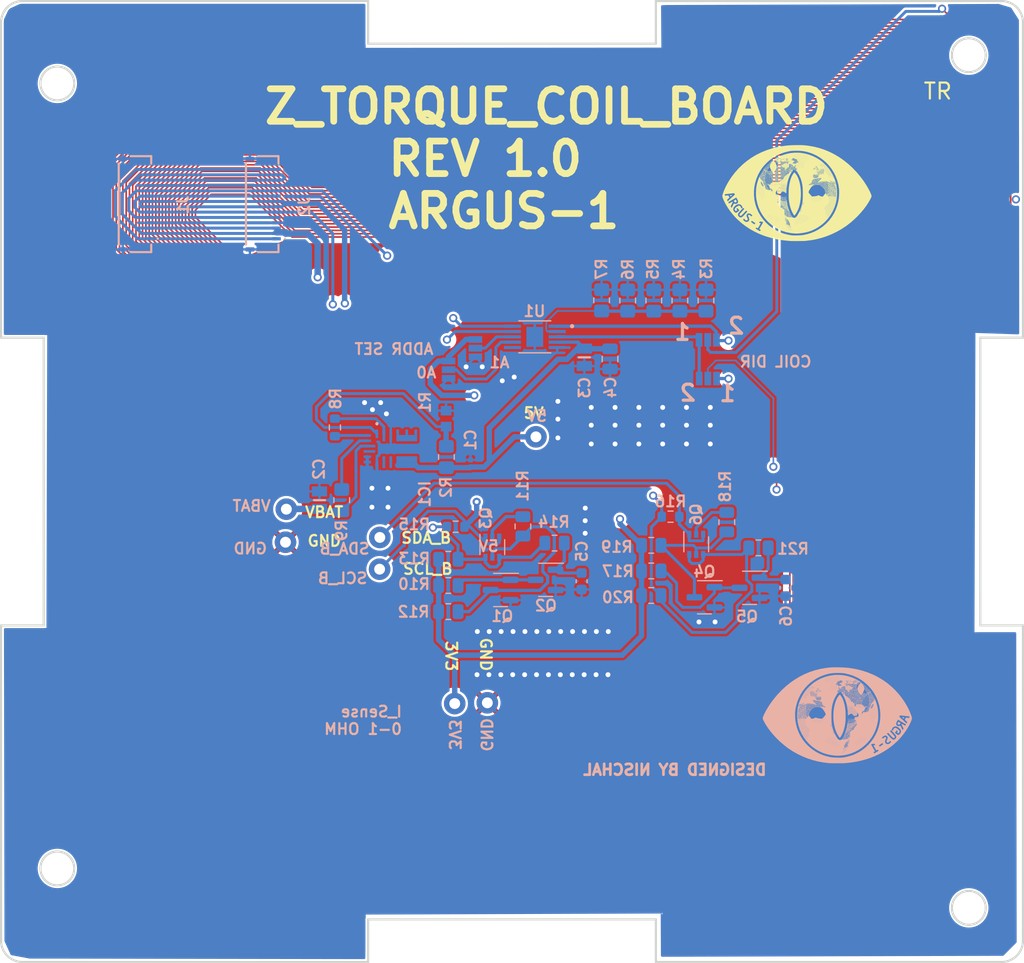
<source format=kicad_pcb>
(kicad_pcb (version 20221018) (generator pcbnew)
  (layers (0 "F.Cu" signal) (1 "In1.Cu" signal) (2 "In2.Cu" signal) (31 "B.Cu" signal) (34 "B.Paste" user) (35 "F.Paste" user) (36 "B.SilkS" user "B.Silkscreen") (37 "F.SilkS" user "F.Silkscreen") (38 "B.Mask" user) (39 "F.Mask" user) (44 "Edge.Cuts" user))
  (net 0 "")
  (net 1 "coils")
  (net 2 "5V")
  (net 3 "GND")
  (net 4 "VBATT")
  (net 5 "Net-(Q2-G)")
  (net 6 "Net-(Q5-G)")
  (net 7 "Net-(IC1-FB)")
  (net 8 "Net-(IC1-VCC)")
  (net 9 "/nc")
  (net 13 "Net-(IC1-EN)")
  (net 14 "Net-(IC1-PG)")
  (net 15 "Net-(JP1-C)")
  (net 16 "Net-(JP2-C)")
  (net 17 "Net-(JP3-A)")
  (net 18 "Net-(JP3-B)")
  (net 19 "SCL1_b4iso")
  (net 20 "Net-(Q1-G)")
  (net 21 "SCL_TORQUE")
  (net 22 "Net-(Q1-D)")
  (net 23 "Net-(Q3A-B1)")
  (net 24 "SDA1_b4iso")
  (net 25 "Net-(Q4-G)")
  (net 26 "SDA_TORQUE")
  (net 27 "Net-(U1-ISENSE)")
  (net 28 "Net-(Q4-D)")
  (net 29 "+3.3V")
  (net 30 "Net-(Q6A-B1)")
  (net 32 "VSOLAR")
  (footprint "" (layer "F.Cu") (at 150.16 113.48 180)
    (fp_text reference "" hide)
    (fp_text value "" hide)
  )
  (footprint "" (layer "F.Cu") (at 131.22 98.41 180)
    (fp_text reference "" hide)
    (fp_text value "" hide)
  )
  (footprint "" (layer "F.Cu") (at 131.3 95.31 180)
    (fp_text reference "" hide)
    (fp_text value "" hide)
  )
  (footprint "argus:Argus LOGO" (layer "F.Cu") (at 179.01 65.59)
    (fp_text reference "." hide)
    (fp_text value "." hide)
  )
  (footprint "" (layer "F.Cu") (at 147.1 113.55 180)
    (fp_text reference "" hide)
    (fp_text value "" hide)
  )
  (footprint "" (layer "F.Cu") (at 154.72 88.52 180)
    (fp_text reference "" hide)
    (fp_text value "" hide)
  )
  (footprint "" (layer "F.Cu") (at 140.05 100.94 180)
    (fp_text reference "" hide)
    (fp_text value "" hide)
  )
  (footprint "" (layer "F.Cu") (at 140.07 97.96 180)
    (fp_text reference "" hide)
    (fp_text value "" hide)
  )
  (footprint "Resistor_SMD:R_0805_2012Metric_Pad1.20x1.40mm_HandSolder" (layer "B.Cu") (at 160.88375 75.71 90)
    (fp_text reference "R7")
    (fp_text value "0")
  )
  (footprint "Resistor_SMD:R_0603_1608Metric" (layer "B.Cu") (at 167.35 96.012774 180)
    (fp_text reference "R16")
    (fp_text value "0")
  )
  (footprint "Resistor_SMD:R_0805_2012Metric" (layer "B.Cu") (at 146.4975 100.011787 180)
    (fp_text reference "R13")
    (fp_text value "10K")
  )
  (footprint "Package_TO_SOT_SMD:SOT-23" (layer "B.Cu") (at 155.6275 101.941787 180)
    (fp_text reference "Q2")
    (fp_text value "BSS138")
  )
  (footprint "Resistor_SMD:R_0805_2012Metric_Pad1.20x1.40mm_HandSolder" (layer "B.Cu") (at 146.316875 90.41381 90)
    (fp_text reference "R2")
    (fp_text value "100K")
  )
  (footprint "Resistor_SMD:R_0805_2012Metric_Pad1.20x1.40mm_HandSolder" (layer "B.Cu") (at 136.496875 94.46381 -90)
    (fp_text reference "R9")
    (fp_text value "100K")
  )
  (footprint "SparkFun-Jumper:SMT-JUMPER_3_NO_NO-SILK" (layer "B.Cu") (at 170.8415 79.42 180)
    (fp_text reference "JP3")
    (fp_text value "~")
  )
  (footprint "Resistor_SMD:R_0805_2012Metric" (layer "B.Cu") (at 165.54 101.105 180)
    (fp_text reference "R17")
    (fp_text value "10K")
  )
  (footprint "DRV8830DGQ:IC_XTR111AIDGQR" (layer "B.Cu") (at 154.61375 79.14 180)
    (fp_text reference "U1")
    (fp_text value "DRV8830DGQ")
  )
  (footprint "Resistor_SMD:R_0603_1608Metric" (layer "B.Cu") (at 147.1925 96.956787 180)
    (fp_text reference "R15")
    (fp_text value "0")
  )
  (footprint "AA_AUTO_LOADER:RESC1608X55N" (layer "B.Cu") (at 146.286875 86.81381 90)
    (fp_text reference "R1")
    (fp_text value "RMCF0603FT19K1" hide)
  )
  (footprint "Resistor_SMD:R_0805_2012Metric" (layer "B.Cu") (at 165.54 103.41 180)
    (fp_text reference "R20")
    (fp_text value "10K")
  )
  (footprint "Package_TO_SOT_SMD:SOT-23" (layer "B.Cu") (at 174.76 102.69 180)
    (fp_text reference "Q5")
    (fp_text value "BSS138")
  )
  (footprint "Package_TO_SOT_SMD:SOT-23" (layer "B.Cu") (at 151.3975 102.891787 180)
    (fp_text reference "Q1")
    (fp_text value "BSS138")
  )
  (footprint "Resistor_SMD:R_0805_2012Metric" (layer "B.Cu") (at 146.4975 102.471787 180)
    (fp_text reference "R10")
    (fp_text value "10K")
  )
  (footprint "SparkFun-Jumper:SMT-JUMPER_3_NO_NO-SILK" (layer "B.Cu") (at 170.8515 83.05)
    (fp_text reference "JP4")
    (fp_text value "~")
  )
  (footprint "Resistor_SMD:R_0805_2012Metric_Pad1.20x1.40mm_HandSolder" (layer "B.Cu") (at 165.78 75.73 90)
    (fp_text reference "R5")
    (fp_text value "0")
  )
  (footprint "Package_TO_SOT_SMD:SOT-363_SC-70-6" (layer "B.Cu") (at 150.6275 98.871787 -90)
    (fp_text reference "Q3")
    (fp_text value "MBT2222ADW1T1")
  )
  (footprint "Resistor_SMD:R_0603_1608Metric" (layer "B.Cu") (at 135.856875 87.63881 90)
    (fp_text reference "R8")
    (fp_text value "100K")
  )
  (footprint "Resistor_SMD:R_0805_2012Metric_Pad1.20x1.40mm_HandSolder" (layer "B.Cu") (at 163.331875 75.73 90)
    (fp_text reference "R6")
    (fp_text value "0")
  )
  (footprint "SparkFun-Jumper:SMT-JUMPER_3_NO_NO-SILK" (layer "B.Cu") (at 146.5215 82.22 90)
    (fp_text reference "JP2")
    (fp_text value "~")
  )
  (footprint "AA_AUTO_LOADER:F3311A7H121014E200" (layer "B.Cu") (at 117.095 66.685 90)
    (fp_text reference "J1")
    (fp_text value "F3311A7H121014E200" hide)
  )
  (footprint "Resistor_SMD:R_0805_2012Metric_Pad1.20x1.40mm_HandSolder" (layer "B.Cu") (at 168.228125 75.73 90)
    (fp_text reference "R4")
    (fp_text value "0")
  )
  (footprint "AA_AUTO_LOADER:MPM3610AGQVZ" (layer "B.Cu") (at 141.346875 89.64 -90)
    (fp_text reference "IC1")
    (fp_text value "MPM3610AGQV-Z" hide)
  )
  (footprint "Capacitor_SMD:C_0805_2012Metric" (layer "B.Cu") (at 161.67375 81.21 -90)
    (fp_text reference "C4")
    (fp_text value "0.1uF")
  )
  (footprint "SparkFun-Jumper:SMT-JUMPER_3_NO_NO-SILK" (layer "B.Cu") (at 149.0415 80.2 90)
    (fp_text reference "JP1")
    (fp_text value "~")
  )
  (footprint "Resistor_SMD:R_0805_2012Metric" (layer "B.Cu") (at 146.4975 104.921787)
    (fp_text reference "R12")
    (fp_text value "10K")
  )
  (footprint "Resistor_SMD:R_0805_2012Metric" (layer "B.Cu") (at 165.54 98.702774)
    (fp_text reference "R19")
    (fp_text value "10K")
  )
  (footprint "Resistor_SMD:R_0805_2012Metric" (layer "B.Cu") (at 156.4675 98.491787 180)
    (fp_text reference "R14")
    (fp_text value "100K")
  )
  (footprint "AA_AUTO_LOADER:F3311A7H121014E200" (layer "B.Cu") (at 129.035 66.685 90)
    (fp_text reference "J2")
    (fp_text value "F3311A7H121014E200" hide)
  )
  (footprint "Package_TO_SOT_SMD:SOT-23" (layer "B.Cu") (at 170.53 103.58 180)
    (fp_text reference "Q4")
    (fp_text value "BSS138")
  )
  (footprint "Capacitor_SMD:C_0603_1608Metric" (layer "B.Cu") (at 159.0075 102.071787 -90)
    (fp_text reference "C5")
    (fp_text value "10nF")
  )
  (footprint "AA_AUTO_LOADER:CAPC2012X140N" (layer "B.Cu") (at 159.26375 81.06 90)
    (fp_text reference "C3")
    (fp_text value "CL21A106KOQNNNE" hide)
  )
  (footprint "AA_AUTO_LOADER:CAPC0603X33N" (layer "B.Cu") (at 148.586875 91.02381 90)
    (fp_text reference "C1")
    (fp_text value "GRM033R60J224KE15D" hide)
  )
  (footprint "argus:Argus LOGO" (layer "B.Cu") (at 183.201908 114.592386 180)
    (fp_text reference "." hide)
    (fp_text value "." hide)
  )
  (footprint "AA_AUTO_LOADER:CAPC2012X140N" (layer "B.Cu") (at 134.406875 94.46381 -90)
    (fp_text reference "C2")
    (fp_text value "CL21A106KOQNNNE" hide)
  )
  (footprint "Resistor_SMD:R_0805_2012Metric" (layer "B.Cu") (at 153.4975 96.921787 90)
    (fp_text reference "R11")
    (fp_text value "600")
  )
  (footprint "Capacitor_SMD:C_0603_1608Metric" (layer "B.Cu") (at 178.14 102.69 -90)
    (fp_text reference "C6")
    (fp_text value "10nF")
  )
  (footprint "Resistor_SMD:R_0805_2012Metric" (layer "B.Cu") (at 172.63 96.53 -90)
    (fp_text reference "R18")
    (fp_text value "600")
  )
  (footprint "Resistor_SMD:R_0805_2012Metric" (layer "B.Cu") (at 175.6 98.94 180)
    (fp_text reference "R21")
    (fp_text value "100K")
  )
  (footprint "Resistor_SMD:R_0805_2012Metric_Pad1.20x1.40mm_HandSolder" (layer "B.Cu") (at 170.67625 75.73 90)
    (fp_text reference "R3")
    (fp_text value "0")
  )
  (footprint "Package_TO_SOT_SMD:SOT-363_SC-70-6" (layer "B.Cu") (at 169.76 98.61 -90)
    (fp_text reference "Q6")
    (fp_text value "MBT2222ADW1T1")
  )
  (gr_line (start 198.42 47.63) (end 165.975 47.63) (stroke (width 0.2)) (layer "Edge.Cuts"))
  (gr_line (start 196.42 79.215) (end 200.42 79.215) (stroke (width 0.2)) (layer "Edge.Cuts"))
  (gr_arc (start 198.42 47.63) (mid 199.834214 48.215786) (end 200.42 49.63) (stroke (width 0.2)) (layer "Edge.Cuts"))
  (gr_line (start 138.975 133.8) (end 165.975 133.8) (stroke (width 0.2)) (layer "Edge.Cuts"))
  (gr_line (start 200.42 106.215) (end 196.42 106.215) (stroke (width 0.2)) (layer "Edge.Cuts"))
  (gr_arc (start 200.42 135.8) (mid 199.834214 137.214214) (end 198.42 137.8) (stroke (width 0.2)) (layer "Edge.Cuts"))
  (gr_line (start 196.42 106.215) (end 196.42 79.215) (stroke (width 0.2)) (layer "Edge.Cuts"))
  (gr_line (start 165.975 133.8) (end 165.975 137.8) (stroke (width 0.2)) (layer "Edge.Cuts"))
  (gr_line (start 138.975 47.63) (end 106.53 47.63) (stroke (width 0.2)) (layer "Edge.Cuts"))
  (gr_line (start 165.975 51.63) (end 138.975 51.63) (stroke (width 0.2)) (layer "Edge.Cuts"))
  (gr_circle (center 195.34 132.72) (end 193.75 132.72) (stroke (width 0.2)) (fill none) (layer "Edge.Cuts"))
  (gr_circle (center 109.81 129.02) (end 108.22 129.02) (stroke (width 0.2)) (fill none) (layer "Edge.Cuts"))
  (gr_line (start 106.53 137.8) (end 138.975 137.8) (stroke (width 0.2)) (layer "Edge.Cuts"))
  (gr_line (start 138.975 137.8) (end 138.975 133.8) (stroke (width 0.2)) (layer "Edge.Cuts"))
  (gr_arc (start 106.53 137.8) (mid 105.115786 137.214214) (end 104.53 135.8) (stroke (width 0.2)) (layer "Edge.Cuts"))
  (gr_line (start 165.975 47.63) (end 165.975 51.63) (stroke (width 0.2)) (layer "Edge.Cuts"))
  (gr_line (start 138.975 51.63) (end 138.975 47.63) (stroke (width 0.2)) (layer "Edge.Cuts"))
  (gr_arc (start 104.53 49.63) (mid 105.115786 48.215786) (end 106.53 47.63) (stroke (width 0.2)) (layer "Edge.Cuts"))
  (gr_line (start 104.53 79.215) (end 108.53 79.215) (stroke (width 0.2)) (layer "Edge.Cuts"))
  (gr_line (start 200.42 135.8) (end 200.42 106.215) (stroke (width 0.2)) (layer "Edge.Cuts"))
  (gr_line (start 165.975 137.8) (end 198.42 137.8) (stroke (width 0.2)) (layer "Edge.Cuts"))
  (gr_circle (center 109.81 55.36) (end 108.22 55.36) (stroke (width 0.2)) (fill none) (layer "Edge.Cuts"))
  (gr_line (start 108.53 106.215) (end 104.53 106.215) (stroke (width 0.2)) (layer "Edge.Cuts"))
  (gr_line (start 200.42 79.215) (end 200.42 49.63) (stroke (width 0.2)) (layer "Edge.Cuts"))
  (gr_circle (center 195.34 52.71) (end 193.75 52.71) (stroke (width 0.2)) (fill none) (layer "Edge.Cuts"))
  (gr_line (start 104.53 49.63) (end 104.53 79.215) (stroke (width 0.2)) (layer "Edge.Cuts"))
  (gr_line (start 104.53 106.215) (end 104.53 135.8) (stroke (width 0.2)) (layer "Edge.Cuts"))
  (gr_line (start 108.53 79.215) (end 108.53 106.215) (stroke (width 0.2)) (layer "Edge.Cuts"))
  (gr_text "DESIGNED BY NISCHAL" (at 176.48 120.36) (layer "B.SilkS") (effects (font (size 1.016 1.016) (thickness 0.3) bold) (justify left bottom mirror)))
  (gr_text "ADDR SET" (at 145.21 80.88) (layer "B.SilkS") (effects (font (size 1.016 1.016) (thickness 0.2032) bold) (justify left bottom mirror)))
  (gr_text "I_Sense \n0-1 OHM" (at 142.26 116.54) (layer "B.SilkS") (effects (font (size 1.016 1.016) (thickness 0.2032) bold) (justify left bottom mirror)))
  (gr_text "A1" (at 152.35 82.14) (layer "B.SilkS") (effects (font (size 1.016 1.016) (thickness 0.2032) bold) (justify left bottom mirror)))
  (gr_text "5V\n" (at 155.87 87.16) (layer "B.SilkS") (effects (font (size 1.016 1.016) (thickness 0.2032) bold) (justify left bottom mirror)))
  (gr_text "2" (at 169.88 85.28) (layer "B.SilkS") (effects (font (size 1.5 1.5) (thickness 0.3) bold) (justify left bottom mirror)))
  (gr_text "SDA_B" (at 139.22 99.62) (layer "B.SilkS") (effects (font (size 1.016 1.016) (thickness 0.2032) bold) (justify left bottom mirror)))
  (gr_text "3V3" (at 146.51 118.01 -90) (layer "B.SilkS") (effects (font (size 1.016 1.016) (thickness 0.2032) bold) (justify left bottom mirror)))
  (gr_text "1" (at 169.38 79.58) (layer "B.SilkS") (effects (font (size 1.5 1.5) (thickness 0.3) bold) (justify left bottom mirror)))
  (gr_text "5V" (at 151.33 99.38) (layer "B.SilkS") (effects (font (size 1.016 1.016) (thickness 0.2032) bold) (justify left bottom mirror)))
  (gr_text "A0\n" (at 145.48 83.09) (layer "B.SilkS") (effects (font (size 1.016 1.016) (thickness 0.2032) bold) (justify left bottom mirror)))
  (gr_text "1" (at 173.61 85.33) (layer "B.SilkS") (effects (font (size 1.5 1.5) (thickness 0.3) bold) (justify left bottom mirror)))
  (gr_text "SCL_B\n" (at 139.01 102.39) (layer "B.SilkS") (effects (font (size 1.016 1.016) (thickness 0.2032) bold) (justify left bottom mirror)))
  (gr_text "COIL DIR\n" (at 180.69 82.07) (layer "B.SilkS") (effects (font (size 1.016 1.016) (thickness 0.2032) bold) (justify left bottom mirror)))
  (gr_text "VBAT" (at 129.94 95.6) (layer "B.SilkS") (effects (font (size 1.016 1.016) (thickness 0.2032) bold) (justify left bottom mirror)))
  (gr_text "GND" (at 149.48 118.16 -90) (layer "B.SilkS") (effects (font (size 1.016 1.016) (thickness 0.2032) bold) (justify left bottom mirror)))
  (gr_text "GND" (at 129.6 99.6) (layer "B.SilkS") (effects (font (size 1.016 1.016) (thickness 0.2032) bold) (justify left bottom mirror)))
  (gr_text "2" (at 174.42 78.99) (layer "B.SilkS") (effects (font (size 1.5 1.5) (thickness 0.3) bold) (justify left bottom mirror)))
  (gr_text "5V\n" (at 153.46 86.89) (layer "F.SilkS") (effects (font (size 1.016 1.016) (thickness 0.2032) bold) (justify left bottom)))
  (gr_text "TR" (at 190.98 56.97) (layer "F.SilkS") (effects (font (size 1.5 1.5) (thickness 0.2032)) (justify left bottom)))
  (gr_text "VBAT" (at 132.95 96.19) (layer "F.SilkS") (effects (font (size 1.016 1.016) (thickness 0.2032) bold) (justify left bottom)))
  (gr_text "GND" (at 133.18 98.88) (layer "F.SilkS") (effects (font (size 1.016 1.016) (thickness 0.2032) bold) (justify left bottom)))
  (gr_text "Z_TORQUE_COIL_BOARD\n     REV 1.0\n     ARGUS-1" (at 128.94 69.13) (layer "F.SilkS") (effects (font (size 3.048 3.048) (thickness 0.635) bold) (justify left bottom)))
  (gr_text "SCL_B\n" (at 142.14 101.51) (layer "F.SilkS") (effects (font (size 1.016 1.016) (thickness 0.2032) bold) (justify left bottom)))
  (gr_text "3V3" (at 146.18 107.55 -90) (layer "F.SilkS") (effects (font (size 1.016 1.016) (thickness 0.2032) bold) (justify left bottom)))
  (gr_text "SDA_B\n" (at 141.97 98.6) (layer "F.SilkS") (effects (font (size 1.016 1.016) (thickness 0.2032) bold) (justify left bottom)))
  (gr_text "GND" (at 149.43 107.26 -90) (layer "F.SilkS") (effects (font (size 1.016 1.016) (thickness 0.2032) bold) (justify left bottom)))
  (segment (start 109.44 74.61) (end 109.44 59.51) (width 0.1524) (layer "F.Cu") (net 1))
  (segment (start 176.495 63.295) (end 184.665 63.295) (width 0.1524) (layer "F.Cu") (net 1))
  (segment (start 191.24 71.48) (end 187.24 75.48) (width 0.1524) (layer "F.Cu") (net 1))
  (segment (start 123.25 63.3) (end 128.84 63.3) (width 0.1524) (layer "F.Cu") (net 1))
  (segment (start 195.89 128.67) (end 193.76 128.67) (width 0.1524) (layer "F.Cu") (net 1))
  (segment (start 110.7 78.47) (end 109.63 77.4) (width 0.1524) (layer "F.Cu") (net 1))
  (segment (start 113.48 63.52) (end 113.51 63.52) (width 0.1524) (layer "F.Cu") (net 1))
  (segment (start 115.96 70.68) (end 115.96 64.53) (width 0.1524) (layer "F.Cu") (net 1))
  (segment (start 190.76 54.94) (end 193.38 57.56) (width 0.1524) (layer "F.Cu") (net 1))
  (segment (start 126.23 72.23) (end 122.15 68.15) (width 0.1524) (layer "F.Cu") (net 1))
  (segment (start 112.89 61.99) (end 116.46 58.42) (width 0.1524) (layer "F.Cu") (net 1))
  (segment (start 183.21 73.87) (end 183.21 111.87) (width 0.1524) (layer "F.Cu") (net 1))
  (segment (start 191.84 113.98) (end 191.84 124.97) (width 0.1524) (layer "F.Cu") (net 1))
  (segment (start 193.75 78.09) (end 193.75 107.65) (width 0.1524) (layer "F.Cu") (net 1))
  (segment (start 136.93 132.93) (end 136.93 135.63) (width 0.1524) (layer "F.Cu") (net 1))
  (segment (start 186.88 122.94) (end 185.62 124.2) (width 0.1524) (layer "F.Cu") (net 1))
  (segment (start 137.55 49.62) (end 137.55 52.52) (width 0.1524) (layer "F.Cu") (net 1))
  (segment (start 167 53.33) (end 167.78 52.55) (width 0.1524) (layer "F.Cu") (net 1))
  (segment (start 135.38 53.38) (end 137.51 55.51) (width 0.1524) (layer "F.Cu") (net 1))
  (segment (start 169.81 60.46) (end 173.78 56.49) (width 0.1524) (layer "F.Cu") (net 1))
  (segment (start 197.44 129.5) (end 196.72 130.22) (width 0.1524) (layer "F.Cu") (net 1))
  (segment (start 134.43 63.25) (end 170.92 63.25) (width 0.1524) (layer "F.Cu") (net 1))
  (segment (start 183.83 74.11) (end 183.83 111.62) (width 0.1524) (layer "F.Cu") (net 1))
  (segment (start 196.19 74.92) (end 194.75 74.92) (width 0.1524) (layer "F.Cu") (net 1))
  (segment (start 194.66 110.73) (end 196.2 110.73) (width 0.1524) (layer "F.Cu") (net 1))
  (segment (start 109.13 74.92) (end 109.13 59.2) (width 0.1524) (layer "F.Cu") (net 1))
  (segment (start 113.79 71.58) (end 113.79 63.67) (width 0.1524) (layer "F.Cu") (net 1))
  (segment (start 168.19 49.67) (end 198.32 49.67) (width 0.1524) (layer "F.Cu") (net 1))
  (segment (start 124.06 112.61) (end 124.06 73.13) (width 0.1524) (layer "F.Cu") (net 1))
  (segment (start 109.13 59.2) (end 111.78 59.2) (width 0.1524) (layer "F.Cu") (net 1))
  (segment (start 115.62 114.84) (end 119.7 110.76) (width 0.1524) (layer "F.Cu") (net 1))
  (segment (start 134.46 122.35) (end 130.48 126.33) (width 0.1524) (layer "F.Cu") (net 1))
  (segment (start 116.46 58.42) (end 116.46 54.93) (width 0.1524) (layer "F.Cu") (net 1))
  (segment (start 195.88 65.67) (end 195.57 65.98) (width 0.1524) (layer "F.Cu") (net 1))
  (segment (start 114.74 108.76) (end 114.74 76.87) (width 0.1524) (layer "F.Cu") (net 1))
  (segment (start 189.52 55.42) (end 192.91 58.81) (width 0.1524) (layer "F.Cu") (net 1))
  (segment (start 111.43 125.4) (end 108.92 125.4) (width 0.1524) (layer "F.Cu") (net 1))
  (segment (start 114.38 127.06) (end 111.79 124.47) (width 0.1524) (layer "F.Cu") (net 1))
  (segment (start 185.51 61.75) (end 186.215 62.455) (width 0.1524) (layer "F.Cu") (net 1))
  (segment (start 193.1 64.99) (end 193.1 72.23) (width 0.1524) (layer "F.Cu") (net 1))
  (segment (start 113.17 71.82) (end 113.17 63.23) (width 0.1524) (layer "F.Cu") (net 1))
  (segment (start 122.75 62.06) (end 129.36 62.06) (width 0.1524) (layer "F.Cu") (net 1))
  (segment (start 194.13 55.71) (end 196.56 55.71) (width 0.1524) (layer "F.Cu") (net 1))
  (segment (start 188.74 115.23) (end 188.74 123.69) (width 0.1524) (layer "F.Cu") (net 1))
  (segment (start 169.82 124.21) (end 135.21 124.21) (width 0.1524) (layer "F.Cu") (net 1))
  (segment (start 168.09 56.12) (end 170.57 53.64) (width 0.1524) (layer "F.Cu") (net 1))
  (segment (start 191.69 131.18) (end 191.69 133.03) (width 0.1524) (layer "F.Cu") (net 1))
  (segment (start 184.045 68.685) (end 180.1 72.63) (width 0.1524) (layer "F.Cu") (net 1))
  (segment (start 195.4 108.87) (end 198.06 108.87) (width 0.1524) (layer "F.Cu") (net 1))
  (segment (start 196.56 55.71) (end 197.12 56.27) (width 0.1524) (layer "F.Cu") (net 1))
  (segment (start 120.81 60.11) (end 120.81 59.27) (width 0.1524) (layer "F.Cu") (net 1))
  (segment (start 192.51 108.14) (end 194.79 110.42) (width 0.1524) (layer "F.Cu") (net 1))
  (segment (start 194.02 129.29) (end 192 131.31) (width 0.1524) (layer "F.Cu") (net 1))
  (segment (start 189.83 55.3) (end 193.03 58.5) (width 0.1524) (layer "F.Cu") (net 1))
  (segment (start 194.14 129.6) (end 192.31 131.43) (width 0.1524) (layer "F.Cu") (net 1))
  (segment (start 182.55 119.84) (end 177.18 119.84) (width 0.1524) (layer "F.Cu") (net 1))
  (segment (start 136.31 135.01) (end 108.19 135.01) (width 0.1524) (layer "F.Cu") (net 1))
  (segment (start 106.65 77.36) (end 106.65 50.06) (width 0.1524) (layer "F.Cu") (net 1))
  (segment (start 116.15 54.62) (end 132.32 54.62) (width 0.1524) (layer "F.Cu") (net 1))
  (segment (start 173.02 54.63) (end 189.21 54.63) (width 0.1524) (layer "F.Cu") (net 1))
  (segment (start 185.33 122.31) (end 185 122.64) (width 0.1524) (layer "F.Cu") (net 1))
  (segment (start 196.32 56.33) (end 196.5 56.51) (width 0.1524) (layer "F.Cu") (net 1))
  (segment (start 109.51 77.71) (end 106.51 77.71) (width 0.1524) (layer "F.Cu") (net 1))
  (segment (start 195.58 111.35) (end 195.58 128.36) (width 0.1524) (layer "F.Cu") (net 1))
  (segment (start 181.66 112.5) (end 185.64 116.48) (width 0.1524) (layer "F.Cu") (net 1))
  (segment (start 137.96 131.03) (end 136.31 132.68) (width 0.1524) (layer "F.Cu") (net 1))
  (segment (start 191.07 132.78) (end 190.97 132.88) (width 0.1524) (layer "F.Cu") (net 1))
  (segment (start 135.09 123.9) (end 131.11 127.88) (width 0.1524) (layer "F.Cu") (net 1))
  (segment (start 190.76 132.57) (end 171.52 132.57) (width 0.1524) (layer "F.Cu") (net 1))
  (segment (start 107.87 125.64) (end 107.87 109.48) (width 0.1524) (layer "F.Cu") (net 1))
  (segment (start 172.74 54.32) (end 189.52 54.32) (width 0.1524) (layer "F.Cu") (net 1))
  (segment (start 111 111.64) (end 114.12 108.52) (width 0.1524) (layer "F.Cu") (net 1))
  (segment (start 116.91 76) (end 112.86 71.95) (width 0.1524) (layer "F.Cu") (net 1))
  (segment (start 187.71 56.18) (end 187.71 56.19) (width 0.1524) (layer "F.Cu") (net 1))
  (segment (start 132.71 67.6) (end 172.62 67.6) (width 0.1524) (layer "F.Cu") (net 1))
  (segment (start 117.71 58.89) (end 117.71 56.17) (width 0.1524) (layer "F.Cu") (net 1))
  (segment (start 189.37 61.74) (end 189.37 63.09) (width 0.1524) (layer "F.Cu") (net 1))
  (segment (start 106.32 108.53) (end 106.92 107.93) (width 0.1524) (layer "F.Cu") (net 1))
  (segment (start 132.09 69.15) (end 173.25 69.15) (width 0.1524) (layer "F.Cu") (net 1))
  (segment (start 115.98 109.24) (end 115.98 76.36) (width 0.1524) (layer "F.Cu") (net 1))
  (segment (start 189.21 130.19) (end 189.21 131.02) (width 0.1524) (layer "F.Cu") (net 1))
  (segment (start 137.01 56.74) (end 168.34 56.74) (width 0.1524) (layer "F.Cu") (net 1))
  (segment (start 167.78 133.41) (end 166.64 132.27) (width 0.1524) (layer "F.Cu") (net 1))
  (segment (start 192.31 50.6) (end 193.24 51.53) (width 0.1524) (layer "F.Cu") (net 1))
  (segment (start 131.75 129.43) (end 117.8 129.43) (width 0.1524) (layer "F.Cu") (net 1))
  (segment (start 193.7 113.2) (end 193.7 126.5) (width 0.1524) (layer "F.Cu") (net 1))
  (segment (start 169.33 50.91) (end 192.19 50.91) (width 0.1524) (layer "F.Cu") (net 1))
  (segment (start 132.04 55.24) (end 136.02 59.22) (width 0.1524) (layer "F.Cu") (net 1))
  (segment (start 120.32 74.61) (end 116.27 70.56) (width 0.1524) (layer "F.Cu") (net 1))
  (segment (start 193.64 56.95) (end 195.88 56.95) (width 0.1524) (layer "F.Cu") (net 1))
  (segment (start 198.32 49.67) (end 198.67 50.02) (width 0.1524) (layer "F.Cu") (net 1))
  (segment (start 114.38 114.32) (end 118.46 110.24) (width 0.1524) (layer "F.Cu") (net 1))
  (segment (start 189.645 63.675) (end 189.645 70.895) (width 0.1524) (layer "F.Cu") (net 1))
  (segment (start 136.02 59.22) (end 169.32 59.22) (width 0.1524) (layer "F.Cu") (net 1))
  (segment (start 121.53 68.41) (end 121.53 66.76) (width 0.1524) (layer "F.Cu") (net 1))
  (segment (start 107.95 135.63) (end 106.94 134.62) (width 0.1524) (layer "F.Cu") (net 1))
  (segment (start 120.28 126.95) (end 120.28 124.75) (width 0.1524) (layer "F.Cu") (net 1))
  (segment (start 111.31 61.37) (end 112.63 61.37) (width 0.1524) (layer "F.Cu") (net 1))
  (segment (start 123.49 63.92) (end 128.6 63.92) (width 0.1524) (layer "F.Cu") (net 1))
  (segment (start 194.25 73.68) (end 190.96 76.97) (width 0.1524) (layer "F.Cu") (net 1))
  (segment (start 189.05 115.1) (end 189.05 123.81) (width 0.1524) (layer "F.Cu") (net 1))
  (segment (start 112.24 62.3) (end 113.01 62.3) (width 0.1524) (layer "F.Cu") (net 1))
  (segment (start 113.25 62.92) (end 117.39 58.78) (width 0.1524) (layer "F.Cu") (net 1))
  (segment (start 136.27 58.6) (end 169.08 58.6) (width 0.1524) (layer "F.Cu") (net 1))
  (segment (start 191.94 51.53) (end 192.31 51.9) (width 0.1524) (layer "F.Cu") (net 1))
  (segment (start 120.91 68.66) (end 120.91 66.5) (width 0.1524) (layer "F.Cu") (net 1))
  (segment (start 110.97 123.23) (end 110.97 112.56) (width 0.1524) (layer "F.Cu") (net 1))
  (segment (start 198.57 107.94) (end 198.99 108.36) (width 0.1524) (layer "F.Cu") (net 1))
  (segment (start 113.76 130.67) (end 113.76 127.3) (width 0.1524) (layer "F.Cu") (net 1))
  (segment (start 134.71 122.97) (end 130.73 126.95) (width 0.1524) (layer "F.Cu") (net 1))
  (segment (start 134.96 123.59) (end 130.98 127.57) (width 0.1524) (layer "F.Cu") (net 1))
  (segment (start 193.76 128.67) (end 191.38 131.05) (width 0.1524) (layer "F.Cu") (net 1))
  (segment (start 197.13 129.38) (end 196.6 129.91) (width 0.1524) (layer "F.Cu") (net 1))
  (segment (start 111.91 124.16) (end 110.04 124.16) (width 0.1524) (layer "F.Cu") (net 1))
  (segment (start 136.62 135.32) (end 108.07 135.32) (width 0.1524) (layer "F.Cu") (net 1))
  (segment (start 127.83 65.76) (end 131.84 69.77) (width 0.1524) (layer "F.Cu") (net 1))
  (segment (start 110.37 73.68) (end 110.37 60.44) (width 0.1524) (layer "F.Cu") (net 1))
  (segment (start 195 75.54) (end 192.82 77.72) (width 0.1524) (layer "F.Cu") (net 1))
  (segment (start 130.7 58.65) (end 134.68 62.63) (width 0.1524) (layer "F.Cu") (net 1))
  (segment (start 117.39 55.87) (end 117.4 55.86) (width 0.1524) (layer "F.Cu") (net 1))
  (segment (start 187.33 57.11) (end 191.23 61.01) (width 0.1524) (layer "F.Cu") (net 1))
  (segment (start 123.37 63.61) (end 128.72 63.61) (width 0.1524) (layer "F.Cu") (net 1))
  (segment (start 108.49 110.1) (end 110.37 110.1) (width 0.1524) (layer "F.Cu") (net 1))
  (segment (start 113.15 121.09) (end 113.14 121.09) (width 0.1524) (layer "F.Cu") (net 1))
  (segment (start 111.64 78.11) (end 110 76.47) (width 0.1524) (layer "F.Cu") (net 1))
  (segment (start 112.79 132.84) (end 112.79 132.51) (width 0.1524) (layer "F.Cu") (net 1))
  (segment (start 107.87 134.26) (end 107.87 131.97) (width 0.1524) (layer "F.Cu") (net 1))
  (segment (start 112.99 121.36) (end 112.83 121.36) (width 0.1524) (layer "F.Cu") (net 1))
  (segment (start 132.95 66.98) (end 172.38 66.98) (width 0.1524) (layer "F.Cu") (net 1))
  (segment (start 106.34 49.94) (end 106.93 49.35) (width 0.1524) (layer "F.Cu") (net 1))
  (segment (start 113.51 63.52) (end 118.02 59.01) (width 0.1524) (layer "F.Cu") (net 1))
  (segment (start 194.64 112.28) (end 194.64 127.43) (width 0.1524) (layer "F.Cu") (net 1))
  (segment (start 136 132.55) (end 136 134.7) (width 0.1524) (layer "F.Cu") (net 1))
  (segment (start 173.65 56.18) (end 187.71 56.18) (width 0.1524) (layer "F.Cu") (net 1))
  (segment (start 189.21 131.02) (end 172.73 131.02) (width 0.1524) (layer "F.Cu") (net 1))
  (segment (start 122.45 124.77) (end 122.45 123.89) (width 0.1524) (layer "F.Cu") (net 1))
  (segment (start 119.05 69.45) (end 119.05 65.76) (width 0.1524) (layer "F.Cu") (net 1))
  (segment (start 173.22 129.78) (end 169.2 125.76) (width 0.1524) (layer "F.Cu") (net 1))
  (segment (start 185 122.64) (end 176.06 122.64) (width 0.1524) (layer "F.Cu") (net 1))
  (segment (start 184.45 74.36) (end 184.45 111.37) (width 0.1524) (layer "F.Cu") (net 1))
  (segment (start 132.62 117.68) (end 128.64 121.66) (width 0.1524) (layer "F.Cu") (net 1))
  (segment (start 186.835 62.215) (end 186.835 69.805) (width 0.1524) (layer "F.Cu") (net 1))
  (segment (start 121.84 66.88) (end 123.88 64.84) (width 0.1524) (layer "F.Cu") (net 1))
  (segment (start 188.28 129.82) (end 188.28 130.09) (width 0.1524) (layer "F.Cu") (net 1))
  (segment (start 137.16 49.66) (end 137.24 49.74) (width 0.1524) (layer "F.Cu") (net 1))
  (segment (start 124.01 65.15) (end 128.09 65.15) (width 0.1524) (layer "F.Cu") (net 1))
  (segment (start 132.35 68.53) (end 173 68.53) (width 0.1524) (layer "F.Cu") (net 1))
  (segment (start 193.15 127.12) (end 189.83 130.44) (width 0.1524) (layer "F.Cu") (net 1))
  (segment (start 185.26 123.26) (end 175.81 123.26) (width 0.1524) (layer "F.Cu") (net 1))
  (segment (start 192.15 125.09) (end 187.77 129.47) (width 0.1524) (layer "F.Cu") (net 1))
  (segment (start 167.72 55.2) (end 169.64 53.28) (width 0.1524) (layer "F.Cu") (net 1))
  (segment (start 167.36 54.26) (end 168.71 52.91) (width 0.1524) (layer "F.Cu") (net 1))
  (segment (start 122.77 67.91) (end 122.77 67.25) (width 0.1524) (layer "F.Cu") (net 1))
  (segment (start 119.7 110.76) (end 119.7 74.85) (width 0.1524) (layer "F.Cu") (net 1))
  (segment (start 198.07 135.66) (end 168.44 135.66) (width 0.1524) (layer "F.Cu") (net 1))
  (segment (start 112.88 108.03) (end 112.88 77.61) (width 0.1524) (layer "F.Cu") (net 1))
  (segment (start 124.19 122.59) (end 119.96 118.36) (width 0.1524) (layer "F.Cu") (net 1))
  (segment (start 107.58 76.47) (end 107.58 58.31) (width 0.1524) (layer "F.Cu") (net 1))
  (segment (start 110.88 74.3) (end 109.75 74.3) (width 0.1524) (layer "F.Cu") (net 1))
  (segment (start 116.29 109.36) (end 116.29 76.24) (width 0.1524) (layer "F.Cu") (net 1))
  (segment (start 194.37 73.99) (end 191.27 77.09) (width 0.1524) (layer "F.Cu") (net 1))
  (segment (start 113.47 51.21) (end 135.69 51.21) (width 0.1524) (layer "F.Cu") (net 1))
  (segment (start 138 54.26) (end 167.36 54.26) (width 0.1524) (layer "F.Cu") (net 1))
  (segment (start 107.3 50.28) (end 136.62 50.28) (width 0.1524) (layer "F.Cu") (net 1))
  (segment (start 115.34 70.92) (end 115.34 64.28) (width 0.1524) (layer "F.Cu") (net 1))
  (segment (start 192 131.31) (end 192 133.16) (width 0.1524) (layer "F.Cu") (net 1))
  (segment (start 114.07 127.18) (end 111.67 124.78) (width 0.1524) (layer "F.Cu") (net 1))
  (segment (start 183.425 68.425) (end 179.48 72.37) (width 0.1524) (layer "F.Cu") (net 1))
  (segment (start 172.5 67.29) (end 176.495 63.295) (width 0.1524) (layer "F.Cu") (net 1))
  (segment (start 193.03 58.5) (end 194.33 58.5) (width 0.1524) (layer "F.Cu") (net 1))
  (segment (start 114.98 131.64) (end 115.32 131.3) (width 0.1524) (layer "F.Cu") (net 1))
  (segment (start 111.79 124.47) (end 109.73 124.47) (width 0.1524) (layer "F.Cu") (net 1))
  (segment (start 170.31 61.7) (end 174.28 57.73) (width 0.1524) (layer "F.Cu") (net 1))
  (segment (start 123.39 123.84) (end 123.39 123.53) (width 0.1524) (layer "F.Cu") (net 1))
  (segment (start 116.87 126.1) (end 112.75 121.98) (width 0.1524) (layer "F.Cu") (net 1))
  (segment (start 191.89 108.4) (end 194.53 111.04) (width 0.1524) (layer "F.Cu") (net 1))
  (segment (start 196.2 110.73) (end 196.2 128.96) (width 0.1524) (layer "F.Cu") (net 1))
  (segment (start 176.37 62.99) (end 184.97 62.99) (width 0.1524) (layer "F.Cu") (net 1))
  (segment (start 192.93 133.52) (end 191.72 134.73) (width 0.1524) (layer "F.Cu") (net 1))
  (segment (start 115.62 120.09) (end 115.62 114.84) (width 0.1524) (layer "F.Cu") (net 1))
  (segment (start 198.68 108.48) (end 198.68 135.48) (width 0.1524) (layer "F.Cu") (net 1))
  (segment (start 167.25 130.72) (end 137.83 130.72) (width 0.1524) (layer "F.Cu") (net 1))
  (segment (start 135.78 59.84) (end 169.56 59.84) (width 0.1524) (layer "F.Cu") (net 1))
  (segment (start 193.39 127.74) (end 190.45 130.68) (width 0.1524) (layer "F.Cu") (net 1))
  (segment (start 135.07 51.83) (end 135.07 53.5) (width 0.1524) (layer "F.Cu") (net 1))
  (segment (start 168.4 133.16) (end 166.89 131.65) (width 0.1524) (layer "F.Cu") (net 1))
  (segment (start 125.92 113.35) (end 125.92 72.36) (width 0.1524) (layer "F.Cu") (net 1))
  (segment (start 194.99 107.16) (end 195.77 107.94) (width 0.1524) (layer "F.Cu") (net 1))
  (segment (start 115.34 64.28) (end 119.88 59.74) (width 0.1524) (layer "F.Cu") (net 1))
  (segment (start 111.62 113.17) (end 115.67 109.12) (width 0.1524) (layer "F.Cu") (net 1))
  (segment (start 124.83 121.04) (end 121.51 117.72) (width 0.1524) (layer "F.Cu") (net 1))
  (segment (start 173.37 69.46) (end 177.36 65.47) (width 0.1524) (layer "F.Cu") (net 1))
  (segment (start 112.76 61.68) (end 116.15 58.29) (width 0.1524) (layer "F.Cu") (net 1))
  (segment (start 198.68 67.17) (end 198.68 77.4) (width 0.1524) (layer "F.Cu") (net 1))
  (segment (start 116.86 115.36) (end 120.94 111.28) (width 0.1524) (layer "F.Cu") (net 1))
  (segment (start 119.97 124.87) (end 115.31 120.21) (width 0.1524) (layer "F.Cu") (net 1))
  (segment (start 129.36 62.06) (end 133.34 66.04) (width 0.1524) (layer "F.Cu") (net 1))
  (segment (start 132.9 54) (end 132.9 54.36) (width 0.1524) (layer "F.Cu") (net 1))
  (segment (start 196.81 56.39) (end 196.81 66.03) (width 0.1524) (layer "F.Cu") (net 1))
  (segment (start 190.91 114.36) (end 190.91 124.6) (width 0.1524) (layer "F.Cu") (net 1))
  (segment (start 190.76 130.8) (end 190.76 132.57) (width 0.1524) (layer "F.Cu") (net 1))
  (segment (start 120.5 58.96) (end 130.57 58.96) (width 0.1524) (layer "F.Cu") (net 1))
  (segment (start 117.08 58.66) (end 117.08 55.55) (width 0.1524) (layer "F.Cu") (net 1))
  (segment (start 195.5 76.78) (end 194.06 78.22) (width 0.1524) (layer "F.Cu") (net 1))
  (segment (start 114.72 71.19) (end 114.72 64.03) (width 0.1524) (layer "F.Cu") (net 1))
  (segment (start 137.55 52.52) (end 138.36 53.33) (width 0.1524) (layer "F.Cu") (net 1))
  (segment (start 179.48 113.34) (end 183.48 117.34) (width 0.1524) (layer "F.Cu") (net 1))
  (segment (start 168.09 49.77) (end 168.19 49.67) (width 0.1524) (layer "F.Cu") (net 1))
  (segment (start 190.92 61.13) (end 190.92 63.71) (width 0.1524) (layer "F.Cu") (net 1))
  (segment (start 198.36 77.09) (end 195.62 77.09) (width 0.1524) (layer "F.Cu") (net 1))
  (segment (start 132.47 68.22) (end 172.88 68.22) (width 0.1524) (layer "F.Cu") (net 1))
  (segment (start 108.36 57.96) (end 111.3 57.96) (width 0.1524) (layer "F.Cu") (net 1))
  (segment (start 138.46 132.27) (end 137.55 133.18) (width 0.1524) (layer "F.Cu") (net 1))
  (segment (start 133.08 66.67) (end 172.25 66.67) (width 0.1524) (layer "F.Cu") (net 1))
  (segment (start 121.87 74) (end 117.81 69.94) (width 0.1524) (layer "F.Cu") (net 1))
  (segment (start 188.59 55.25) (end 188.59 55.78) (width 0.1524) (layer "F.Cu") (net 1))
  (segment (start 121.12 59.58) (end 130.33 59.58) (width 0.1524) (layer "F.Cu") (net 1))
  (segment (start 107.89 58.43) (end 108.36 57.96) (width 0.1524) (layer "F.Cu") (net 1))
  (segment (start 178.245 71.865) (end 178.245 91.795) (width 0.1524) (layer "F.Cu") (net 1))
  (segment (start 110.76 74.61) (end 109.44 74.61) (width 0.1524) (layer "F.Cu") (net 1))
  (segment (start 183.115 68.285) (end 179.17 72.23) (width 0.1524) (layer "F.Cu") (net 1))
  (segment (start 117.49 129.74) (end 117.49 125.86) (width 0.1524) (layer "F.Cu") (net 1))
  (segment (start 187.21 57.42) (end 190.92 61.13) (width 0.1524) (layer "F.Cu") (net 1))
  (segment (start 192.2 77.47) (end 192.2 108.27) (width 0.1524) (layer "F.Cu") (net 1))
  (segment (start 185.905 69.445) (end 181.97 73.38) (width 0.1524) (layer "F.Cu") (net 1))
  (segment (start 112.57 107.9) (end 112.57 77.74) (width 0.1524) (layer "F.Cu") (net 1))
  (segment (start 186.56 73.12) (end 185.07 74.61) (width 0.1524) (layer "F.Cu") (net 1))
  (segment (start 112.75 121.98) (end 112.21 121.98) (width 0.1524) (layer "F.Cu") (net 1))
  (segment (start 120.58 116.95) (end 124.68 112.85) (width 0.1524) (layer "F.Cu") (net 1))
  (segment (start 189.025 63.435) (end 189.025 70.645) (width 0.1524) (layer "F.Cu") (net 1))
  (segment (start 124.95 120.73) (end 121.82 117.6) (width 0.1524) (layer "F.Cu") (net 1))
  (segment (start 169.64 134.43) (end 169.64 132.68) (width 0.1524) (layer "F.Cu") (net 1))
  (segment (start 115.96 64.53) (end 120.5 59.99) (width 0.1524) (layer "F.Cu") (net 1))
  (segment (start 108.82 75.23) (end 108.82 58.89) (width 0.1524) (layer "F.Cu") (net 1))
  (segment (start 169.95 51.53) (end 191.94 51.53) (width 0.1524) (layer "F.Cu") (net 1))
  (segment (start 193.52 57.26) (end 195.57 57.26) (width 0.1524) (layer "F.Cu") (net 1))
  (segment (start 197.44 109.49) (end 197.44 129.5) (width 0.1524) (layer "F.Cu") (net 1))
  (segment (start 118.95 59.37) (end 118.95 57.41) (width 0.1524) (layer "F.Cu") (net 1))
  (segment (start 122.76 124.46) (end 122.76 123.77) (width 0.1524) (layer "F.Cu") (net 1))
  (segment (start 194.02 112.9) (end 194.02 126.81) (width 0.1524) (layer "F.Cu") (net 1))
  (segment (start 135.69 51.21) (end 135.69 53.25) (width 0.1524) (layer "F.Cu") (net 1))
  (segment (start 120.29 68.92) (end 120.29 66.26) (width 0.1524) (layer "F.Cu") (net 1))
  (segment (start 178.245 91.795) (end 177.3 92.74) (width 0.1524) (layer "F.Cu") (net 1))
  (segment (start 185.02 116.72) (end 185.02 122.19) (width 0.1524) (layer "F.Cu") (net 1))
  (segment (start 193.09 59.74) (end 193.09 64.57) (width 0.1524) (layer "F.Cu") (net 1))
  (segment (start 192.31 54.32) (end 194.01 56.02) (width 0.1524) (layer "F.Cu") (net 1))
  (segment (start 130.33 59.58) (end 134.31 63.56) (width 0.1524) (layer "F.Cu") (net 1))
  (segment (start 122.62 117.53) (end 126.54 113.61) (width 0.1524) (layer "F.Cu") (net 1))
  (segment (start 185.02 122.19) (end 184.88 122.33) (width 0.1524) (layer "F.Cu") (net 1))
  (segment (start 170.57 133.5) (end 170.57 132.32) (width 0.1524) (layer "F.Cu") (net 1))
  (segment (start 119.36 65.89) (end 122.88 62.37) (width 0.1524) (layer "F.Cu") (net 1))
  (segment (start 195.57 57.26) (end 195.57 65.55) (width 0.1524) (layer "F.Cu") (net 1))
  (segment (start 110.04 124.16) (end 110.04 111.64) (width 0.1524) (layer "F.Cu") (net 1))
  (segment (start 119.39 110.64) (end 119.39 74.97) (width 0.1524) (layer "F.Cu") (net 1))
  (segment (start 174.89 59.28) (end 186.48 59.28) (width 0.1524) (layer "F.Cu") (net 1))
  (segment (start 122.49 111.97) (end 122.49 73.76) (width 0.1524) (layer "F.Cu") (net 1))
  (segment (start 195.62 77.09) (end 194.37 78.34) (width 0.1524) (layer "F.Cu") (net 1))
  (segment (start 116.25 130.98) (end 116.25 126.35) (width 0.1524) (layer "F.Cu") (net 1))
  (segment (start 136.64 57.67) (end 168.71 57.67) (width 0.1524) (layer "F.Cu") (net 1))
  (segment (start 190.96 76.97) (end 190.96 108.77) (width 0.1524) (layer "F.Cu") (net 1))
  (segment (start 187.97 129.78) (end 173.22 129.78) (width 0.1524) (layer "F.Cu") (net 1))
  (segment (start 132.25 116.75) (end 128.27 120.73) (width 0.1524) (layer "F.Cu") (net 1))
  (segment (start 191.55 71.61) (end 187.55 75.61) (width 0.1524) (layer "F.Cu") (net 1))
  (segment (start 125.3 72.62) (end 121.22 68.54) (width 0.1524) (layer "F.Cu") (net 1))
  (segment (start 116.86 119.6) (end 116.86 115.36) (width 0.1524) (layer "F.Cu") (net 1))
  (segment (start 189.06 61.86) (end 189.06 62.97) (width 0.1524) (layer "F.Cu") (net 1))
  (segment (start 192.19 50.91) (end 192.93 51.65) (width 0.1524) (layer "F.Cu") (net 1))
  (segment (start 131.36 128.5) (end 118.73 128.5) (width 0.1524) (layer "F.Cu") (net 1))
  (segment (start 171.16 120.79) (end 133.86 120.79) (width 0.1524) (layer "F.Cu") (net 1))
  (segment (start 113.36 57.19) (end 113.36 52.19) (width 0.1524) (layer "F.Cu") (net 1))
  (segment (start 115.31 120.21) (end 115.31 114.72) (width 0.1524) (layer "F.Cu") (net 1))
  (segment (start 191.23 63.84) (end 190.93 64.14) (width 0.1524) (layer "F.Cu") (net 1))
  (segment (start 174.28 57.73) (end 187.09 57.73) (width 0.1524) (layer "F.Cu") (net 1))
  (segment (start 175.44 124.2) (end 171.41 120.17) (width 0.1524) (layer "F.Cu") (net 1))
  (segment (start 124.57 121.66) (end 120.89 117.98) (width 0.1524) (layer "F.Cu") (net 1))
  (segment (start 117.79 119.23) (end 117.79 115.79) (width 0.1524) (layer "F.Cu") (net 1))
  (segment (start 128.51 121.35) (end 124.7 121.35) (width 0.1524) (layer "F.Cu") (net 1))
  (segment (start 186.96 58.04) (end 190.3 61.38) (width 0.1524) (layer "F.Cu") (net 1))
  (segment (start 119.05 65.76) (end 122.75 62.06) (width 0.1524) (layer "F.Cu") (net 1))
  (segment (start 192.79 59.12) (end 193.71 59.12) (width 0.1524) (layer "F.Cu") (net 1))
  (segment (start 187.28 128.23) (end 173.84 128.23) (width 0.1524) (layer "F.Cu") (net 1))
  (segment (start 113.76 127.3) (end 111.55 125.09) (width 0.1524) (layer "F.Cu") (net 1))
  (segment (start 114.41 71.32) (end 114.41 63.91) (width 0.1524) (layer "F.Cu") (net 1))
  (segment (start 192.43 60.05) (end 192.78 60.05) (width 0.1524) (layer "F.Cu") (net 1))
  (segment (start 185.595 62.715) (end 185.595 69.315) (width 0.1524) (layer "F.Cu") (net 1))
  (segment (start 175.75 61.44) (end 185.63 61.44) (width 0.1524) (layer "F.Cu") (net 1))
  (segment (start 116.6 76.12) (end 112.55 72.07) (width 0.1524) (layer "F.Cu") (net 1))
  (segment (start 174.03 57.11) (end 187.33 57.11) (width 0.1524) (layer "F.Cu") (net 1))
  (segment (start 135.07 132.19) (end 135.07 133.77) (width 0.1524) (layer "F.Cu") (net 1))
  (segment (start 185.87 124.82) (end 175.19 124.82) (width 0.1524) (layer "F.Cu") (net 1))
  (segment (start 192.47 60.36) (end 192.47 64.32) (width 0.1524) (layer "F.Cu") (net 1))
  (segment (start 172.43 54.01) (end 189.83 54.01) (width 0.1524) (layer "F.Cu") (net 1))
  (segment (start 138.09 131.34) (end 136.62 132.81) (width 0.1524) (layer "F.Cu") (net 1))
  (segment (start 109.73 124.47) (end 109.73 111.33) (width 0.1524) (layer "F.Cu") (net 1))
  (segment (start 189.98 114.73) (end 189.98 124.2) (width 0.1524) (layer "F.Cu") (net 1))
  (segment (start 114.1 71.45) (end 114.1 63.79) (width 0.1524) (layer "F.Cu") (net 1))
  (segment (start 136.6 127.61) (end 132.9 131.31) (width 0.1524) (layer "F.Cu") (net 1))
  (segment (start 169.64 53.28) (end 169.64 51.22) (width 0.1524) (layer "F.Cu") (net 1))
  (segment (start 172.01 66.04) (end 175.99 62.06) (width 0.1524) (layer "F.Cu") (net 1))
  (segment (start 119.66 127.57) (end 119.66 125) (width 0.1524) (layer "F.Cu") (net 1))
  (segment (start 128.77 121.97) (end 124.44 121.97) (width 0.1524) (layer "F.Cu") (net 1))
  (segment (start 172.39 117.68) (end 132.62 117.68) (width 0.1524) (layer "F.Cu") (net 1))
  (segment (start 136 53.13) (end 137.75 54.88) (width 0.1524) (layer "F.Cu") (net 1))
  (segment (start 182.59 112.13) (end 186.57 116.11) (width 0.1524) (layer "F.Cu") (net 1))
  (segment (start 137.24 135.85) (end 137.15 135.94) (width 0.1524) (layer "F.Cu") (net 1))
  (segment (start 110 109.17) (end 111.64 107.53) (width 0.1524) (layer "F.Cu") (net 1))
  (segment (start 177.24 65.16) (end 182.79 65.16) (width 0.1524) (layer "F.Cu") (net 1))
  (segment (start 184.71 122.01) (end 184.7 122.02) (width 0.1524) (layer "F.Cu") (net 1))
  (segment (start 168.09 133.29) (end 166.76 131.96) (width 0.1524) (layer "F.Cu") (net 1))
  (segment (start 182.86 120.15) (end 177.05 120.15) (width 0.1524) (layer "F.Cu") (net 1))
  (segment (start 195.37 76.47) (end 193.75 78.09) (width 0.1524) (layer "F.Cu") (net 1))
  (segment (start 169.95 123.9) (end 135.09 123.9) (width 0.1524) (layer "F.Cu") (net 1))
  (segment (start 132 116.13) (end 128.02 120.11) (width 0.1524) (layer "F.Cu") (net 1))
  (segment (start 137.15 135.94) (end 107.82 135.94) (width 0.1524) (layer "F.Cu") (net 1))
  (segment (start 188.095 63.075) (end 188.095 70.275) (width 0.1524) (layer "F.Cu") (net 1))
  (segment (start 183.48 120.77) (end 176.8 120.77) (width 0.1524) (layer "F.Cu") (net 1))
  (segment (start 191.84 124.97) (end 187.65 129.16) (width 0.1524) (layer "F.Cu") (net 1))
  (segment (start 172.78 116.75) (end 132.25 116.75) (width 0.1524) (layer "F.Cu") (net 1))
  (segment (start 120.59 124.63) (end 115.93 119.97) (width 0.1524) (layer "F.Cu") (net 1))
  (segment (start 191.22 114.23) (end 191.22 124.73) (width 0.1524) (layer "F.Cu") (net 1))
  (segment (start 113.01 62.3) (end 116.77 58.54) (width 0.1524) (layer "F.Cu") (net 1))
  (segment (start 110.95 126.64) (end 108.44 126.64) (width 0.1524) (layer "F.Cu") (net 1))
  (segment (start 184.4 116.96) (end 184.4 121.71) (width 0.1524) (layer "F.Cu") (net 1))
  (segment (start 107.27 76.78) (end 107.27 50.31) (width 0.1524) (layer "F.Cu") (net 1))
  (segment (start 187.24 75.48) (end 187.24 110.25) (width 0.1524) (layer "F.Cu") (net 1))
  (segment (start 172.38 66.98) (end 176.37 62.99) (width 0.1524) (layer "F.Cu") (net 1))
  (segment (start 189.68 63.21) (end 189.335 63.555) (width 0.1524) (layer "F.Cu") (net 1))
  (segment (start 194.03 72.75) (end 193.88 72.75) (width 0.1524) (layer "F.Cu") (net 1))
  (segment (start 191.07 52.77) (end 191.07 54.81) (width 0.1524) (layer "F.Cu") (net 1))
  (segment (start 171.04 121.1) (end 133.98 121.1) (width 0.1524) (layer "F.Cu") (net 1))
  (segment (start 134.31 63.56) (end 171.04 63.56) (width 0.1524) (layer "F.Cu") (net 1))
  (segment (start 111.9 122.29) (end 111.9 113.32) (width 0.1524) (layer "F.Cu") (net 1))
  (segment (start 115.05 76.75) (end 111.36 73.06) (width 0.1524) (layer "F.Cu") (net 1))
  (segment (start 190.45 130.68) (end 190.45 132.26) (width 0.1524) (layer "F.Cu") (net 1))
  (segment (start 189.98 124.2) (end 186.88 127.3) (width 0.1524) (layer "F.Cu") (net 1))
  (segment (start 130.48 126.33) (end 120.9 126.33) (width 0.1524) (layer "F.Cu") (net 1))
  (segment (start 114.12 77.11) (end 111 73.99) (width 0.1524) (layer "F.Cu") (net 1))
  (segment (start 188.79 76.11) (end 188.79 109.64) (width 0.1524) (layer "F.Cu") (net 1))
  (segment (start 189.67 114.85) (end 189.67 124.08) (width 0.1524) (layer "F.Cu") (net 1))
  (segment (start 169.64 132.68) (end 167.37 130.41) (width 0.1524) (layer "F.Cu") (net 1))
  (segment (start 136.62 52.88) (end 138 54.26) (width 0.1524) (layer "F.Cu") (net 1))
  (segment (start 187.82 62.34) (end 187.475 62.685) (width 0.1524) (layer "F.Cu") (net 1))
  (segment (start 194.33 127.12) (end 193.15 127.12) (width 0.1524) (layer "F.Cu") (net 1))
  (segment (start 168.22 128.23) (end 136.85 128.23) (width 0.1524) (layer "F.Cu") (net 1))
  (segment (start 191.85 64.08) (end 191.55 64.38) (width 0.1524) (layer "F.Cu") (net 1))
  (segment (start 128.48 64.23) (end 132.47 68.22) (width 0.1524) (layer "F.Cu") (net 1))
  (segment (start 122.18 111.84) (end 122.18 73.88) (width 0.1524) (layer "F.Cu") (net 1))
  (segment (start 194.33 58.5) (end 194.33 65.06) (width 0.1524) (layer "F.Cu") (net 1))
  (segment (start 129.48 61.75) (end 133.46 65.73) (width 0.1524) (layer "F.Cu") (net 1))
  (segment (start 110.5 75.23) (end 108.82 75.23) (width 0.1524) (layer "F.Cu") (net 1))
  (segment (start 187.86 75.73) (end 187.86 110) (width 0.1524) (layer "F.Cu") (net 1))
  (segment (start 118.02 59.01) (end 118.02 56.48) (width 0.1524) (layer "F.Cu") (net 1))
  (segment (start 188.59 55.78) (end 192.55 59.74) (width 0.1524) (layer "F.Cu") (net 1))
  (segment (start 183.52 73.99) (end 183.52 111.74) (width 0.1524) (layer "F.Cu") (net 1))
  (segment (start 122.45 123.89) (end 117.79 119.23) (width 0.1524) (layer "F.Cu") (net 1))
  (segment (start 183.83 111.62) (end 187.81 115.6) (width 0.1524) (layer "F.Cu") (net 1))
  (segment (start 130.61 126.64) (end 120.59 126.64) (width 0.1524) (layer "F.Cu") (net 1))
  (segment (start 122.05 60.6) (end 122.05 60.51) (width 0.1524) (layer "F.Cu") (net 1))
  (segment (start 188.28 130.09) (end 173.09 130.09) (width 0.1524) (layer "F.Cu") (net 1))
  (segment (start 198.67 66.75) (end 198.36 67.06) (width 0.1524) (layer "F.Cu") (net 1))
  (segment (start 190.97 132.88) (end 171.2 132.88) (width 0.1524) (layer "F.Cu") (net 1))
  (segment (start 117.19 70.18) (end 117.19 65.02) (width 0.1524) (layer "F.Cu") (net 1))
  (segment (start 135.07 133.77) (end 108.8 133.77) (width 0.1524) (layer "F.Cu") (net 1))
  (segment (start 136.31 132.68) (end 136.31 135.01) (width 0.1524) (layer "F.Cu") (net 1))
  (segment (start 167.37 130.41) (end 137.71 130.41) (width 0.1524) (layer "F.Cu") (net 1))
  (segment (start 131.49 128.81) (end 118.42 128.81) (width 0.1524) (layer "F.Cu") (net 1))
  (segment (start 183.73 64.23) (end 183.735 64.235) (width 0.1524) (layer "F.Cu") (net 1))
  (segment (start 134.68 62.63) (end 170.67 62.63) (width 0.1524) (layer "F.Cu") (net 1))
  (segment (start 137.25 56.12) (end 168.09 56.12) (width 0.1524) (layer "F.Cu") (net 1))
  (segment (start 120.6 68.78) (end 120.6 66.38) (width 0.1524) (layer "F.Cu") (net 1))
  (segment (start 198.98 49.9) (end 198.98 66.87) (width 0.1524) (layer "F.Cu") (net 1))
  (segment (start 172.12 53.7) (end 190.14 53.7) (width 0.1524) (layer "F.Cu") (net 1))
  (segment (start 109.11 133.46) (end 109.11 132.86) (width 0.1524) (layer "F.Cu") (net 1))
  (segment (start 190.45 55.06) (end 193.27 57.88) (width 0.1524) (layer "F.Cu") (net 1))
  (segment (start 114.7 131.05) (end 114.7 126.95) (width 0.1524) (layer "F.Cu") (net 1))
  (segment (start 129.14 122.9) (end 124.07 122.9) (width 0.1524) (layer "F.Cu") (net 1))
  (segment (start 107.82 135.94) (end 106.63 134.75) (width 0.1524) (layer "F.Cu") (net 1))
  (segment (start 108.48 58.27) (end 111.42 58.27) (width 0.1524) (layer "F.Cu") (net 1))
  (segment (start 123.11 73.51) (end 119.05 69.45) (width 0.1524) (layer "F.Cu") (net 1))
  (segment (start 167.6 54.88) (end 169.33 53.15) (width 0.1524) (layer "F.Cu") (net 1))
  (segment (start 196.51 110.42) (end 196.51 129.14) (width 0.1524) (layer "F.Cu") (net 1))
  (segment (start 182.59 73.62) (end 182.59 112.13) (width 0.1524) (layer "F.Cu") (net 1))
  (segment (start 117.53 109.86) (end 117.53 75.75) (width 0.1524) (layer "F.Cu") (net 1))
  (segment (start 168.44 135.66) (end 168.4 135.62) (width 0.1524) (layer "F.Cu") (net 1))
  (segment (start 110.37 110.1) (end 112.57 107.9) (width 0.1524) (layer "F.Cu") (net 1))
  (segment (start 169.08 58.6) (end 173.02 54.66) (width 0.1524) (layer "F.Cu") (net 1))
  (segment (start 188.405 70.405) (end 184.45 74.36) (width 0.1524) (layer "F.Cu") (net 1))
  (segment (start 172.44 131.64) (end 172.44 131.59) (width 0.1524) (layer "F.Cu") (net 1))
  (segment (start 116.46 54.93) (end 132.16 54.93) (width 0.1524) (layer "F.Cu") (net 1))
  (segment (start 190.96 108.77) (end 194.16 111.97) (width 0.1524) (layer "F.Cu") (net 1))
  (segment (start 198.68 77.4) (end 195.75 77.4) (width 0.1524) (layer "F.Cu") (net 1))
  (segment (start 185.99 60.51) (end 187.82 62.34) (width 0.1524) (layer "F.Cu") (net 1))
  (segment (start 111.55 125.09) (end 109.11 125.09) (width 0.1524) (layer "F.Cu") (net 1))
  (segment (start 169.69 124.52) (end 135.34 124.52) (width 0.1524) (layer "F.Cu") (net 1))
  (segment (start 108.18 134.14) (end 108.18 132.1) (width 0.1524) (layer "F.Cu") (net 1))
  (segment (start 193.27 57.88) (end 194.95 57.88) (width 0.1524) (layer "F.Cu") (net 1))
  (segment (start 183.115 64.855) (end 183.115 68.285) (width 0.1524) (layer "F.Cu") (net 1))
  (segment (start 169.95 53.4) (end 169.95 51.53) (width 0.1524) (layer "F.Cu") (net 1))
  (segment (start 112.63 61.37) (end 115.84 58.16) (width 0.1524) (layer "F.Cu") (net 1))
  (segment (start 115.93 119.97) (end 115.93 114.96) (width 0.1524) (layer "F.Cu") (net 1))
  (segment (start 198.33 108.56) (end 198.37 108.6) (width 0.1524) (layer "F.Cu") (net 1))
  (segment (start 115.05 108.88) (end 115.05 76.75) (width 0.1524) (layer "F.Cu") (net 1))
  (segment (start 195.57 65.55) (end 195.26 65.86) (width 0.1524) (layer "F.Cu") (net 1))
  (segment (start 108.18 132.1) (end 108.35 131.93) (width 0.1524) (layer "F.Cu") (net 1))
  (segment (start 191.86 64.5) (end 191.86 71.73) (width 0.1524) (layer "F.Cu") (net 1))
  (segment (start 137.13 56.43) (end 168.22 56.43) (width 0.1524) (layer "F.Cu") (net 1))
  (segment (start 125.3 113.1) (end 125.3 72.62) (width 0.1524) (layer "F.Cu") (net 1))
  (segment (start 167.61 129.79) (end 137.47 129.79) (width 0.1524) (layer "F.Cu") (net 1))
  (segment (start 196.44 56.02) (end 196.81 56.39) (width 0.1524) (layer "F.Cu") (net 1))
  (segment (start 119.26 57.72) (end 131.06 57.72) (width 0.1524) (layer "F.Cu") (net 1))
  (segment (start 116.24 115.09) (end 120.32 111.01) (width 0.1524) (layer "F.Cu") (net 1))
  (segment (start 187.09 57.73) (end 190.61 61.25) (width 0.1524) (layer "F.Cu") (net 1))
  (segment (start 198.05 76.78) (end 195.5 76.78) (width 0.1524) (layer "F.Cu") (net 1))
  (segment (start 114.26 131.92) (end 115.01 131.17) (width 0.1524) (layer "F.Cu") (net 1))
  (segment (start 189.36 114.98) (end 189.36 123.94) (width 0.1524) (layer "F.Cu") (net 1))
  (segment (start 117.18 130.05) (end 117.18 125.98) (width 0.1524) (layer "F.Cu") (net 1))
  (segment (start 108.56 134.08) (end 108.49 134.01) (width 0.1524) (layer "F.Cu") (net 1))
  (segment (start 134.22 121.73) (end 130.24 125.71) (width 0.1524) (layer "F.Cu") (net 1))
  (segment (start 124.32 122.28) (end 120.27 118.23) (width 0.1524) (layer "F.Cu") (net 1))
  (segment (start 198.37 108.6) (end 198.37 135.36) (width 0.1524) (layer "F.Cu") (net 1))
  (segment (start 115.84 54.31) (end 132.59 54.31) (width 0.1524) (layer "F.Cu") (net 1))
  (segment (start 106.65 50.06) (end 107.05 49.66) (width 0.1524) (layer "F.Cu") (net 1))
  (segment (start 112.74 51.94) (end 113.47 51.21) (width 0.1524) (layer "F.Cu") (net 1))
  (segment (start 110.99 73.06) (end 110.99 61.06) (width 0.1524) (layer "F.Cu") (net 1))
  (segment (start 173.9 56.8) (end 187.45 56.8) (width 0.1524) (layer "F.Cu") (net 1))
  (segment (start 194.92 110.11) (end 196.82 110.11) (width 0.1524) (layer "F.Cu") (net 1))
  (segment (start 173 68.53) (end 176.99 64.54) (width 0.1524) (layer "F.Cu") (net 1))
  (segment (start 108.18 125.52) (end 108.18 109.79) (width 0.1524) (layer "F.Cu") (net 1))
  (segment (start 133.7 65.11) (end 171.65 65.11) (width 0.1524) (layer "F.Cu") (net 1))
  (segment (start 108.19 135.01) (end 107.56 134.38) (width 0.1524) (layer "F.Cu") (net 1))
  (segment (start 128.72 63.61) (end 132.71 67.6) (width 0.1524) (layer "F.Cu") (net 1))
  (segment (start 186.31 110.63) (end 190.29 114.61) (width 0.1524) (layer "F.Cu") (net 1))
  (segment (start 171.52 132.57) (end 171.52 131.96) (width 0.1524) (layer "F.Cu") (net 1))
  (segment (start 115.98 76.36) (end 111.93 72.31) (width 0.1524) (layer "F.Cu") (net 1))
  (segment (start 125.2 120.11) (end 122.62 117.53) (width 0.1524) (layer "F.Cu") (net 1))
  (segment (start 192.78 60.05) (end 192.78 64.45) (width 0.1524) (layer "F.Cu") (net 1))
  (segment (start 106.32 134.88) (end 106.32 108.53) (width 0.1524) (layer "F.Cu") (net 1))
  (segment (start 193.08 113.5) (end 193.08 125.88) (width 0.1524) (layer "F.Cu") (net 1))
  (segment (start 120.27 116.83) (end 124.37 112.73) (width 0.1524) (layer "F.Cu") (net 1))
  (segment (start 111.18 57.65) (end 112.12 56.71) (width 0.1524) (layer "F.Cu") (net 1))
  (segment (start 112.55 72.07) (end 112.55 62.61) (width 0.1524) (layer "F.Cu") (net 1))
  (segment (start 188.43 115.35) (end 188.43 123.56) (width 0.1524) (layer "F.Cu") (net 1))
  (segment (start 111.33 107.41) (end 111.33 78.23) (width 0.1524) (layer "F.Cu") (net 1))
  (segment (start 132.32 54.62) (end 132.32 54.65) (width 0.1524) (layer "F.Cu") (net 1))
  (segment (start 198.36 67.06) (end 198.36 77.09) (width 0.1524) (layer "F.Cu") (net 1))
  (segment (start 112.21 130.05) (end 112.21 127.9) (width 0.1524) (layer "F.Cu") (net 1))
  (segment (start 134.45 131.94) (end 134.45 133.15) (width 0.1524) (layer "F.Cu") (net 1))
  (segment (start 113.81 77.23) (end 110.88 74.3) (width 0.1524) (layer "F.Cu") (net 1))
  (segment (start 107.56 134.38) (end 107.56 131.84) (width 0.1524) (layer "F.Cu") (net 1))
  (segment (start 193.24 131.79) (end 193.24 133.64) (width 0.1524) (layer "F.Cu") (net 1))
  (segment (start 134.45 52.45) (end 134.45 53.75) (width 0.1524) (layer "F.Cu") (net 1))
  (segment (start 109.44 59.51) (end 111.9 59.51) (width 0.1524) (layer "F.Cu") (net 1))
  (segment (start 195.27 111.66) (end 195.27 128.05) (width 0.1524) (layer "F.Cu") (net 1))
  (segment (start 175.02 59.58) (end 186.35 59.58) (width 0.1524) (layer "F.Cu") (net 1))
  (segment (start 120.19 59.87) (end 120.19 58.65) (width 0.1524) (layer "F.Cu") (net 1))
  (segment (start 194.95 111.97) (end 194.95 127.74) (width 0.1524) (layer "F.Cu") (net 1))
  (segment (start 123.08 123.65) (end 118.41 118.98) (width 0.1524) (layer "F.Cu") (net 1))
  (segment (start 169.07 126.07) (end 135.97 126.07) (width 0.1524) (layer "F.Cu") (net 1))
  (segment (start 129.88 124.77) (end 122.45 124.77) (width 0.1524) (layer "F.Cu") (net 1))
  (segment (start 187.02 127.61) (end 174.09 127.61) (width 0.1524) (layer "F.Cu") (net 1))
  (segment (start 132.49 117.37) (end 128.51 121.35) (width 0.1524) (layer "F.Cu") (net 1))
  (segment (start 192.31 131.43) (end 192.31 133.28) (width 0.1524) (layer "F.Cu") (net 1))
  (segment (start 171.83 132.26) (end 171.83 131.84) (width 0.1524) (layer "F.Cu") (net 1))
  (segment (start 110.12 76.16) (end 107.89 76.16) (width 0.1524) (layer "F.Cu") (net 1))
  (segment (start 181.35 73.12) (end 181.35 112.62) (width 0.1524) (layer "F.Cu") (net 1))
  (segment (start 134.14 52.76) (end 134.14 53.87) (width 0.1524) (layer "F.Cu") (net 1))
  (segment (start 171.81 53.39) (end 190.45 53.39) (width 0.1524) (layer "F.Cu") (net 1))
  (segment (start 113.45 127.42) (end 111.43 125.4) (width 0.1524) (layer "F.Cu") (net 1))
  (segment (start 133.83 53.99) (end 136.89 57.05) (width 0.1524) (layer "F.Cu") (net 1))
  (segment (start 108.8 132.55) (end 111.45 132.55) (width 0.1524) (layer "F.Cu") (net 1))
  (segment (start 134.76 132.07) (end 134.76 133.46) (width 0.1524) (layer "F.Cu") (net 1))
  (segment (start 110 76.47) (end 107.58 76.47) (width 0.1524) (layer "F.Cu") (net 1))
  (segment (start 175.69 123.58) (end 171.66 119.55) (width 0.1524) (layer "F.Cu") (net 1))
  (segment (start 119.57 59.61) (end 119.57 58.03) (width 0.1524) (layer "F.Cu") (net 1))
  (segment (start 186.24 125.75) (end 174.82 125.75) (width 0.1524) (layer "F.Cu") (net 1))
  (segment (start 133.62 120.17) (end 129.64 124.15) (width 0.1524) (layer "F.Cu") (net 1))
  (segment (start 192.07 51.22) (end 192.62 51.77) (width 0.1524) (layer "F.Cu") (net 1))
  (segment (start 175.19 124.82) (end 171.16 120.79) (width 0.1524) (layer "F.Cu") (net 1))
  (segment (start 185.285 62.845) (end 185.285 69.185) (width 0.1524) (layer "F.Cu") (net 1))
  (segment (start 128.64 121.66) (end 124.57 121.66) (width 0.1524) (layer "F.Cu") (net 1))
  (segment (start 174.82 125.75) (end 170.8 121.73) (width 0.1524) (layer "F.Cu") (net 1))
  (segment (start 106.51 77.71) (end 106.34 77.54) (width 0.1524) (layer "F.Cu") (net 1))
  (segment (start 115 120.34) (end 115 114.59) (width 0.1524) (layer "F.Cu") (net 1))
  (segment (start 171.41 64.49) (end 175.39 60.51) (width 0.1524) (layer "F.Cu") (net 1))
  (segment (start 173.47 129.16) (end 169.45 125.14) (width 0.1524) (layer "F.Cu") (net 1))
  (segment (start 170.31 122.97) (end 134.71 122.97) (width 0.1524) (layer "F.Cu") (net 1))
  (segment (start 190.61 61.25) (end 190.61 63.58) (width 0.1524) (layer "F.Cu") (net 1))
  (segment (start 185.62 124.2) (end 175.44 124.2) (width 0.1524) (layer "F.Cu") (net 1))
  (segment (start 170.26 51.84) (end 191.82 51.84) (width 0.1524) (layer "F.Cu") (net 1))
  (segment (start 172.14 131.72) (end 168.34 127.92) (width 0.1524) (layer "F.Cu") (net 1))
  (segment (start 112.02 59.82) (end 114.29 57.55) (width 0.1524) (layer "F.Cu") (net 1))
  (segment (start 174.77 58.97) (end 186.6 58.97) (width 0.1524) (layer "F.Cu") (net 1))
  (segment (start 188.79 109.64) (end 192.77 113.62) (width 0.1524) (layer "F.Cu") (net 1))
  (segment (start 194.29 111.66) (end 195.27 111.66) (width 0.1524) (layer "F.Cu") (net 1))
  (segment (start 123.42 73.37) (end 119.36 69.31) (width 0.1524) (layer "F.Cu") (net 1))
  (segment (start 194.62 74.61) (end 191.89 77.34) (width 0.1524) (layer "F.Cu") (net 1))
  (segment (start 189.21 55.54) (end 192.79 59.12) (width 0.1524) (layer "F.Cu") (net 1))
  (segment (start 118.42 128.81) (end 118.42 125.5) (width 0.1524) (layer "F.Cu") (net 1))
  (segment (start 167.97 55.81) (end 170.26 53.52) (width 0.1524) (layer "F.Cu") (net 1))
  (segment (start 192.67 59.43) (end 193.4 59.43) (width 0.1524) (layer "F.Cu") (net 1))
  (segment (start 173.16 115.82) (end 131.88 115.82) (width 0.1524) (layer "F.Cu") (net 1))
  (segment (start 135.21 124.21) (end 131.23 128.19) (width 0.1524) (layer "F.Cu") (net 1))
  (segment (start 107.56 125.76) (end 107.56 109.17) (width 0.1524) (layer "F.Cu") (net 1))
  (segment (start 195.27 128.05) (end 193.51 128.05) (width 0.1524) (layer "F.Cu") (net 1))
  (segment (start 122.46 68.03) (end 122.46 67.13) (width 0.1524) (layer "F.Cu") (net 1))
  (segment (start 138.12 53.95) (end 167.24 53.95) (width 0.1524) (layer "F.Cu") (net 1))
  (segment (start 173.09 130.09) (end 169.07 126.07) (width 0.1524) (layer "F.Cu") (net 1))
  (segment (start 186.88 115.98) (end 186.88 122.94) (width 0.1524) (layer "F.Cu") (net 1))
  (segment (start 112.1 133.15) (end 112.1 132.77) (width 0.1524) (layer "F.Cu") (net 1))
  (segment (start 112.83 127.66) (end 111.19 126.02) (width 0.1524) (layer "F.Cu") (net 1))
  (segment (start 168.95 126.38) (end 136.09 126.38) (width 0.1524) (layer "F.Cu") (net 1))
  (segment (start 131.88 115.82) (end 127.9 119.8) (width 0.1524) (layer "F.Cu") (net 1))
  (segment (start 112.21 121.98) (end 112.21 113.44) (width 0.1524) (layer "F.Cu") (net 1))
  (segment (start 176.24 62.68) (end 185.12 62.68) (width 0.1524) (layer "F.Cu") (net 1))
  (segment (start 109.5 107.93) (end 110.39 107.04) (width 0.1524) (layer "F.Cu") (net 1))
  (segment (start 110.75 111.03) (end 113.5 108.28) (width 0.1524) (layer "F.Cu") (net 1))
  (segment (start 114.6 53.07) (end 133.83 53.07) (width 0.1524) (layer "F.Cu") (net 1))
  (segment (start 193.24 133.64) (end 191.84 135.04) (width 0.1524) (layer "F.Cu") (net 1))
  (segment (start 111.07 131.62) (end 112.52 130.17) (width 0.1524) (layer "F.Cu") (net 1))
  (segment (start 189.52 130.32) (end 189.52 131.33) (width 0.1524) (layer "F.Cu") (net 1))
  (segment (start 192.62 51.77) (end 192.62 54.2) (width 0.1524) (layer "F.Cu") (net 1))
  (segment (start 197.12 56.27) (end 197.12 66.15) (width 0.1524) (layer "F.Cu") (net 1))
  (segment (start 110.39 78.59) (end 109.51 77.71) (width 0.1524) (layer "F.Cu") (net 1))
  (segment (start 194.95 127.74) (end 193.39 127.74) (width 0.1524) (layer "F.Cu") (net 1))
  (segment (start 126.54 72.11) (end 122.46 68.03) (width 0.1524) (layer "F.Cu") (net 1))
  (segment (start 123.74 73.25) (end 119.67 69.18) (width 0.1524) (layer "F.Cu") (net 1))
  (segment (start 170.06 61.08) (end 174.03 57.11) (width 0.1524) (layer "F.Cu") (net 1))
  (segment (start 198.98 66.87) (end 198.68 67.17) (width 0.1524) (layer "F.Cu") (net 1))
  (segment (start 174.94 125.44) (end 170.92 121.42) (width 0.1524) (layer "F.Cu") (net 1))
  (segment (start 188.59 129.94) (end 188.59 130.4) (width 0.1524) (layer "F.Cu") (net 1))
  (segment (start 188.44 62.1) (end 188.44 62.73) (width 0.1524) (layer "F.Cu") (net 1))
  (segment (start 120.91 66.5) (end 123.49 63.92) (width 0.1524) (layer "F.Cu") (net 1))
  (segment (start 191.38 132.9) (end 191.09 133.19) (width 0.1524) (layer "F.Cu") (net 1))
  (segment (start 196.18 128.98) (end 193.89 128.98) (width 0.1524) (layer "F.Cu") (net 1))
  (segment (start 111.01 78.35) (end 109.75 77.09) (width 0.1524) (layer "F.Cu") (net 1))
  (segment (start 115.22 57.91) (end 115.22 53.69) (width 0.1524) (layer "F.Cu") (net 1))
  (segment (start 183.48 117.34) (end 183.48 120.77) (width 0.1524) (layer "F.Cu") (net 1))
  (segment (start 114.38 120.58) (end 114.38 114.32) (width 0.1524) (layer "F.Cu") (net 1))
  (segment (start 121.83 124.14) (end 117.17 119.48) (width 0.1524) (layer "F.Cu") (net 1))
  (segment (start 116.56 126.22) (end 112.63 122.29) (width 0.1524) (layer "F.Cu") (net 1))
  (segment (start 191.69 54.56) (end 193.77 56.64) (width 0.1524) (layer "F.Cu") (net 1))
  (segment (start 194.33 112.59) (end 194.33 127.12) (width 0.1524) (layer "F.Cu") (net 1))
  (segment (start 194.06 107.53) (end 195.4 108.87) (width 0.1524) (layer "F.Cu") (net 1))
  (segment (start 116.58 70.44) (end 116.58 64.77) (width 0.1524) (layer "F.Cu") (net 1))
  (segment (start 119.35 127.88) (end 119.35 125.12) (width 0.1524) (layer "F.Cu") (net 1))
  (segment (start 118.46 75.37) (end 114.41 71.32) (width 0.1524) (layer "F.Cu") (net 1))
  (segment (start 110.99 61.06) (end 112.5 61.06) (width 0.1524) (layer "F.Cu") (net 1))
  (segment (start 114.12 108.52) (end 114.12 77.11) (width 0.1524) (layer "F.Cu") (net 1))
  (segment (start 187.55 75.61) (end 187.55 110.12) (width 0.1524) (layer "F.Cu") (net 1))
  (segment (start 126.85 113.74) (end 126.85 71.99) (width 0.1524) (layer "F.Cu") (net 1))
  (segment (start 190.3 61.38) (end 190.3 63.46) (width 0.1524) (layer "F.Cu") (net 1))
  (segment (start 172.14 131.95) (end 172.14 131.72) (width 0.1524) (layer "F.Cu") (net 1))
  (segment (start 112.12 51.7) (end 113.23 50.59) (width 0.1524) (layer "F.Cu") (net 1))
  (segment (start 186.49 126.37) (end 174.58 126.37) (width 0.1524) (layer "F.Cu") (net 1))
  (segment (start 185.38 111) (end 189.36 114.98) (width 0.1524) (layer "F.Cu") (net 1))
  (segment (start 190.03 76.6) (end 190.03 109.14) (width 0.1524) (layer "F.Cu") (net 1))
  (segment (start 168.83 57.98) (end 172.43 54.38) (width 0.1524) (layer "F.Cu") (net 1))
  (segment (start 133.74 120.48) (end 129.76 124.46) (width 0.1524) (layer "F.Cu") (net 1))
  (segment (start 188.17 109.88) (end 192.15 113.86) (width 0.1524) (layer "F.Cu") (net 1))
  (segment (start 119.98 66.14) (end 123.13 62.99) (width 0.1524) (layer "F.Cu") (net 1))
  (segment (start 108.43 134.39) (end 108.18 134.14) (width 0.1524) (layer "F.Cu") (net 1))
  (segment (start 170.07 123.59) (end 134.96 123.59) (width 0.1524) (layer "F.Cu") (net 1))
  (segment (start 196.81 66.46) (end 196.81 75.54) (width 0.1524) (layer "F.Cu") (net 1))
  (segment (start 134.59 122.66) (end 130.61 126.64) (width 0.1524) (layer "F.Cu") (net 1))
  (segment (start 111.9 113.32) (end 115.98 109.24) (width 0.1524) (layer "F.Cu") (net 1))
  (segment (start 191.54 60.89) (end 191.54 63.96) (width 0.1524) (layer "F.Cu") (net 1))
  (segment (start 181.97 73.38) (end 181.97 112.37) (width 0.1524) (layer "F.Cu") (net 1))
  (segment (start 193.41 72.36) (end 189.41 76.36) (width 0.1524) (layer "F.Cu") (net 1))
  (segment (start 111.65 72.47) (end 111.62 72.47) (width 0.1524) (layer "F.Cu") (net 1))
  (segment (start 185.87 60.82) (end 187.145 62.095) (width 0.1524) (layer "F.Cu") (net 1))
  (segment (start 115.36 76.62) (end 111.49 72.75) (width 0.1524) (layer "F.Cu") (net 1))
  (segment (start 111.01 107.3) (end 111.01 78.35) (width 0.1524) (layer "F.Cu") (net 1))
  (segment (start 195.57 74.3) (end 194.5 74.3) (width 0.1524) (layer "F.Cu") (net 1))
  (segment (start 131.92 55.55) (end 135.9 59.53) (width 0.1524) (layer "F.Cu") (net 1))
  (segment (start 114.91 53.38) (end 133.52 53.38) (width 0.1524) (layer "F.Cu") (net 1))
  (segment (start 176.92 120.46) (end 172.9 116.44) (width 0.1524) (layer "F.Cu") (net 1))
  (segment (start 171.89 65.73) (end 175.87 61.75) (width 0.1524) (layer "F.Cu") (net 1))
  (segment (start 194.64 58.19) (end 194.64 65.18) (width 0.1524) (layer "F.Cu") (net 1))
  (segment (start 131.23 128.19) (end 119.04 128.19) (width 0.1524) (layer "F.Cu") (net 1))
  (segment (start 184.045 63.925) (end 184.045 68.685) (width 0.1524) (layer "F.Cu") (net 1))
  (segment (start 191.84 135.04) (end 169.02 135.04) (width 0.1524) (layer "F.Cu") (net 1))
  (segment (start 192 52.02) (end 192 54.44) (width 0.1524) (layer "F.Cu") (net 1))
  (segment (start 121.12 60.23) (end 121.12 59.58) (width 0.1524) (layer "F.Cu") (net 1))
  (segment (start 194.37 55.09) (end 196.8 55.09) (width 0.1524) (layer "F.Cu") (net 1))
  (segment (start 109.88 108.86) (end 111.33 107.41) (width 0.1524) (layer "F.Cu") (net 1))
  (segment (start 191.22 124.73) (end 187.41 128.54) (width 0.1524) (layer "F.Cu") (net 1))
  (segment (start 131.61 129.12) (end 118.11 129.12) (width 0.1524) (layer "F.Cu") (net 1))
  (segment (start 197.43 56.15) (end 197.43 66.27) (width 0.1524) (layer "F.Cu") (net 1))
  (segment (start 171.19 53.89) (end 171.19 52.77) (width 0.1524) (layer "F.Cu") (net 1))
  (segment (start 117.48 115.67) (end 121.56 111.59) (width 0.1524) (layer "F.Cu") (net 1))
  (segment (start 190.61 63.58) (end 190.31 63.88) (width 0.1524) (layer "F.Cu") (net 1))
  (segment (start 170.43 122.66) (end 134.59 122.66) (width 0.1524) (layer "F.Cu") (net 1))
  (segment (start 124.68 112.85) (end 124.68 72.86) (width 0.1524) (layer "F.Cu") (net 1))
  (segment (start 191.69 52.19) (end 191.69 54.56) (width 0.1524) (layer "F.Cu") (net 1))
  (segment (start 118.42 125.5) (end 113.76 120.84) (width 0.1524) (layer "F.Cu") (net 1))
  (segment (start 107.87 131.97) (end 108.22 131.62) (width 0.1524) (layer "F.Cu") (net 1))
  (segment (start 189.41 76.36) (end 189.41 109.39) (width 0.1524) (layer "F.Cu") (net 1))
  (segment (start 136.85 128.23) (end 133.52 131.56) (width 0.1524) (layer "F.Cu") (net 1))
  (segment (start 134.14 53.87) (end 137.01 56.74) (width 0.1524) (layer "F.Cu") (net 1))
  (segment (start 192.77 126.19) (end 188.9 130.06) (width 0.1524) (layer "F.Cu") (net 1))
  (segment (start 176.67 121.08) (end 172.65 117.06) (width 0.1524) (layer "F.Cu") (net 1))
  (segment (start 137.35 129.48) (end 134.76 132.07) (width 0.1524) (layer "F.Cu") (net 1))
  (segment (start 124.99 72.74) (end 120.91 68.66) (width 0.1524) (layer "F.Cu") (net 1))
  (segment (start 132.9 131.6) (end 115.63 131.6) (width 0.1524) (layer "F.Cu") (net 1))
  (segment (start 121.25 74.24) (end 117.19 70.18) (width 0.1524) (layer "F.Cu") (net 1))
  (segment (start 128.27 120.73) (end 124.95 120.73) (width 0.1524) (layer "F.Cu") (net 1))
  (segment (start 195.52 108.56) (end 198.33 108.56) (width 0.1524) (layer "F.Cu") (net 1))
  (segment (start 111.59 122.61) (end 111.59 113.17) (width 0.1524) (layer "F.Cu") (net 1))
  (segment (start 191.38 52.46) (end 191.38 54.69) (width 0.1524) (layer "F.Cu") (net 1))
  (segment (start 112.52 121.67) (end 112.52 113.56) (width 0.1524) (layer "F.Cu") (net 1))
  (segment (start 190.34 109.02) (end 193.91 112.59) (width 0.1524) (layer "F.Cu") (net 1))
  (segment (start 110.39 107.04) (end 110.39 78.59) (width 0.1524) (layer "F.Cu") (net 1))
  (segment (start 169.95 134.12) (end 169.95 132.56) (width 0.1524) (layer "F.Cu") (net 1))
  (segment (start 129.6 61.44) (end 133.58 65.42) (width 0.1524) (layer "F.Cu") (net 1))
  (segment (start 135.73 125.45) (end 131.75 129.43) (width 0.1524) (layer "F.Cu") (net 1))
  (segment (start 189.335 70.755) (end 185.38 74.71) (width 0.1524) (layer "F.Cu") (net 1))
  (segment (start 188.9 54.94) (end 188.9 55.66) (width 0.1524) (layer "F.Cu") (net 1))
  (segment (start 118.64 59.25) (end 118.64 57.1) (width 0.1524) (layer "F.Cu") (net 1))
  (segment (start 108.35 131.93) (end 111.19 131.93) (width 0.1524) (layer "F.Cu") (net 1))
  (segment (start 193.09 64.57) (end 192.79 64.87) (width 0.1524) (layer "F.Cu") (net 1))
  (segment (start 134.1 121.42) (end 130.12 125.4) (width 0.1524) (layer "F.Cu") (net 1))
  (segment (start 196.5 65.91) (end 196.19 66.22) (width 0.1524) (layer "F.Cu") (net 1))
  (segment (start 122.15 68.15) (end 122.15 67.01) (width 0.1524) (layer "F.Cu") (net 1))
  (segment (start 120.63 74.49) (end 116.58 70.44) (width 0.1524) (layer "F.Cu") (net 1))
  (segment (start 118.77 75.24) (end 114.72 71.19) (width 0.1524) (layer "F.Cu") (net 1))
  (segment (start 191.07 130.93) (end 191.07 132.78) (width 0.1524) (layer "F.Cu") (net 1))
  (segment (start 175.56 123.89) (end 171.53 119.86) (width 0.1524) (layer "F.Cu") (net 1))
  (segment (start 135.85 125.76) (end 131.87 129.74) (width 0.1524) (layer "F.Cu") (net 1))
  (segment (start 193.24 51.53) (end 193.24 53.96) (width 0.1524) (layer "F.Cu") (net 1))
  (segment (start 134.55 62.94) (end 170.8 62.94) (width 0.1524) (layer "F.Cu") (net 1))
  (segment (start 174.64 58.66) (end 186.72 58.66) (width 0.1524) (layer "F.Cu") (net 1))
  (segment (start 137.51 55.51) (end 167.84 55.51) (width 0.1524) (layer "F.Cu") (net 1))
  (segment (start 169.93 60.77) (end 173.9 56.8) (width 0.1524) (layer "F.Cu") (net 1))
  (segment (start 122.39 61.13) (end 129.72 61.13) (width 0.1524) (layer "F.Cu") (net 1))
  (segment (start 126.23 113.48) (end 126.23 72.23) (width 0.1524) (layer "F.Cu") (net 1))
  (segment (start 191.53 114.1) (end 191.53 124.85) (width 0.1524) (layer "F.Cu") (net 1))
  (segment (start 173.84 128.23) (end 169.82 124.21) (width 0.1524) (layer "F.Cu") (net 1))
  (segment (start 194.64 65.18) (end 194.33 65.49) (width 0.1524) (layer "F.Cu") (net 1))
  (segment (start 188.9 130.06) (end 188.9 130.71) (width 0.1524) (layer "F.Cu") (net 1))
  (segment (start 131.43 56.79) (end 135.41 60.77) (width 0.1524) (layer "F.Cu") (net 1))
  (segment (start 185.38 62.06) (end 185.905 62.585) (width 0.1524) (layer "F.Cu") (net 1))
  (segment (start 184.7 122.02) (end 176.3 122.02) (width 0.1524) (layer "F.Cu") (net 1))
  (segment (start 195.88 66.1) (end 195.88 74.61) (width 0.1524) (layer "F.Cu") (net 1))
  (segment (start 186.48 59.28) (end 189.06 61.86) (width 0.1524) (layer "F.Cu") (net 1))
  (segment (start 187.19 115.85) (end 187.19 123.07) (width 0.1524) (layer "F.Cu") (net 1))
  (segment (start 131.56 56.48) (end 135.54 60.46) (width 0.1524) (layer "F.Cu") (net 1))
  (segment (start 120.59 126.64) (end 120.59 124.63) (width 0.1524) (layer "F.Cu") (net 1))
  (segment (start 197.43 76.16) (end 195.24 76.16) (width 0.1524) (layer "F.Cu") (net 1))
  (segment (start 112.63 122.29) (end 111.9 122.29) (width 0.1524) (layer "F.Cu") (net 1))
  (segment (start 196.68 55.4) (end 197.43 56.15) (width 0.1524) (layer "F.Cu") (net 1))
  (segment (start 180.73 112.86) (end 184.71 116.84) (width 0.1524) (layer "F.Cu") (net 1))
  (segment (start 131.8 55.86) (end 135.78 59.84) (width 0.1524) (layer "F.Cu") (net 1))
  (segment (start 192.17 64.62) (end 192.17 71.85) (width 0.1524) (layer "F.Cu") (net 1))
  (segment (start 130.36 126.02) (end 121.21 126.02) (width 0.1524) (layer "F.Cu") (net 1))
  (segment (start 177.3 92.74) (end 177.3 93.47) (width 0.1524) (layer "F.Cu") (net 1))
  (segment (start 118.72 118.86) (end 118.72 116.17) (width 0.1524) (layer "F.Cu") (net 1))
  (segment (start 111.62 61.68) (end 112.76 61.68) (width 0.1524) (layer "F.Cu") (net 1))
  (segment (start 184.355 63.615) (end 184.355 68.805) (width 0.1524) (layer "F.Cu") (net 1))
  (segment (start 186.57 122.81) (end 185.49 123.89) (width 0.1524) (layer "F.Cu") (net 1))
  (segment (start 124.26 65.76) (end 127.83 65.76) (width 0.1524) (layer "F.Cu") (net 1))
  (segment (start 124.68 72.86) (end 120.6 68.78) (width 0.1524) (layer "F.Cu") (net 1))
  (segment (start 122.18 117.53) (end 126.23 113.48) (width 0.1524) (layer "F.Cu") (net 1))
  (segment (start 135.66 60.15) (end 169.68 60.15) (width 0.1524) (layer "F.Cu") (net 1))
  (segment (start 119.04 128.19) (end 119.04 125.24) (width 0.1524) (layer "F.Cu") (net 1))
  (segment (start 111.54 58.58) (end 113.05 57.07) (width 0.1524) (layer "F.Cu") (net 1))
  (segment (start 170.88 52.46) (end 191.38 52.46) (width 0.1524) (layer "F.Cu") (net 1))
  (segment (start 193.08 125.88) (end 192.65 125.88) (width 0.1524) (layer "F.Cu") (net 1))
  (segment (start 168.46 127.61) (end 136.6 127.61) (width 0.1524) (layer "F.Cu") (net 1))
  (segment (start 111.42 58.27) (end 112.74 56.95) (width 0.1524) (layer "F.Cu") (net 1))
  (segment (start 198.19 49.98) (end 198.36 50.15) (width 0.1524) (layer "F.Cu") (net 1))
  (segment (start 123.96 123.22) (end 119.34 118.6) (width 0.1524) (layer "F.Cu") (net 1))
  (segment (start 191.27 108.64) (end 194.29 111.66) (width 0.1524) (layer "F.Cu") (net 1))
  (segment (start 192.55 59.74) (end 193.09 59.74) (width 0.1524) (layer "F.Cu") (net 1))
  (segment (start 189.72 109.27) (end 193.65 113.2) (width 0.1524) (layer "F.Cu") (net 1))
  (segment (start 170.89 132.2) (end 167.85 129.16) (width 0.1524) (layer "F.Cu") (net 1))
  (segment (start 189.68 61.62) (end 189.68 63.21) (width 0.1524) (layer "F.Cu") (net 1))
  (segment (start 118.33 59.13) (end 118.33 56.79) (width 0.1524) (layer "F.Cu") (net 1))
  (segment (start 169.02 53.03) (end 169.02 50.6) (width 0.1524) (layer "F.Cu") (net 1))
  (segment (start 189.99 63.33) (end 189.645 63.675) (width 0.1524) (layer "F.Cu") (net 1))
  (segment (start 173.12 68.84) (end 177.11 64.85) (width 0.1524) (layer "F.Cu") (net 1))
  (segment (start 117.17 119.48) (end 117.17 115.53) (width 0.1524) (layer "F.Cu") (net 1))
  (segment (start 172.25 66.67) (end 176.24 62.68) (width 0.1524) (layer "F.Cu") (net 1))
  (segment (start 169.32 125.45) (end 135.73 125.45) (width 0.1524) (layer "F.Cu") (net 1))
  (segment (start 123.39 123.53) (end 118.72 118.86) (width 0.1524) (layer "F.Cu") (net 1))
  (segment (start 186.57 116.11) (end 186.57 122.81) (width 0.1524) (layer "F.Cu") (net 1))
  (segment (start 118.46 110.24) (end 118.46 75.37) (width 0.1524) (layer "F.Cu") (net 1))
  (segment (start 117.22 75.87) (end 113.17 71.82) (width 0.1524) (layer "F.Cu") (net 1))
  (segment (start 112.21 127.9) (end 110.95 126.64) (width 0.1524) (layer "F.Cu") (net 1))
  (segment (start 182.805 68.165) (end 178.86 72.11) (width 0.1524) (layer "F.Cu") (net 1))
  (segment (start 190.29 114.61) (end 190.29 124.34) (width 0.1524) (layer "F.Cu") (net 1))
  (segment (start 190.14 55.18) (end 193.15 58.19) (width 0.1524) (layer "F.Cu") (net 1))
  (segment (start 112.26 60.44) (end 114.91 57.79) (width 0.1524) (layer "F.Cu") (net 1))
  (segment (start 166.89 131.65) (end 138.21 131.65) (width 0.1524) (layer "F.Cu") (net 1))
  (segment (start 186.26 116.23) (end 186.26 122.69) (width 0.1524) (layer "F.Cu") (net 1))
  (segment (start 170.8 121.73) (end 134.22 121.73) (width 0.1524) (layer "F.Cu") (net 1))
  (segment (start 196.82 110.11) (end 196.82 129.26) (width 0.1524) (layer "F.Cu") (net 1))
  (segment (start 110.95 131.31) (end 112.21 130.05) (width 0.1524) (layer "F.Cu") (net 1))
  (segment (start 185.37 123.58) (end 175.69 123.58) (width 0.1524) (layer "F.Cu") (net 1))
  (segment (start 182.9 73.74) (end 182.9 112) (width 0.1524) (layer "F.Cu") (net 1))
  (segment (start 171.04 63.56) (end 175.02 59.58) (width 0.1524) (layer "F.Cu") (net 1))
  (segment (start 171.81 54.14) (end 171.81 53.39) (width 0.1524) (layer "F.Cu") (net 1))
  (segment (start 184.76 74.48) (end 184.76 111.25) (width 0.1524) (layer "F.Cu") (net 1))
  (segment (start 182.86 117.59) (end 182.86 120.15) (width 0.1524) (layer "F.Cu") (net 1))
  (segment (start 194.53 111.04) (end 195.89 111.04) (width 0.1524) (layer "F.Cu") (net 1))
  (segment (start 185.95 122.57) (end 185.26 123.26) (width 0.1524) (layer "F.Cu") (net 1))
  (segment (start 136.14 58.91) (end 169.2 58.91) (width 0.1524) (layer "F.Cu") (net 1))
  (segment (start 132.83 67.29) (end 172.5 67.29) (width 0.1524) (layer "F.Cu") (net 1))
  (segment (start 190.34 76.73) (end 190.34 109.02) (width 0.1524) (layer "F.Cu") (net 1))
  (segment (start 168.09 52.67) (end 168.09 49.77) (width 0.1524) (layer "F.Cu") (net 1))
  (segment (start 112.26 77.86) (end 110.25 75.85) (width 0.1524) (layer "F.Cu") (net 1))
  (segment (start 114 52.45) (end 134.45 52.45) (width 0.1524) (layer "F.Cu") (net 1))
  (segment (start 189.05 123.81) (end 186.49 126.37) (width 0.1524) (layer "F.Cu") (net 1))
  (segment (start 111.24 73.37) (end 110.68 73.37) (width 0.1524) (layer "F.Cu") (net 1))
  (segment (start 113.45 113.94) (end 117.53 109.86) (width 0.1524) (layer "F.Cu") (net 1))
  (segment (start 118.73 128.5) (end 118.73 125.37) (width 0.1524) (layer "F.Cu") (net 1))
  (segment (start 172.61 131.33) (end 168.58 127.3) (width 0.1524) (layer "F.Cu") (net 1))
  (segment (start 167.12 53.64) (end 168.09 52.67) (width 0.1524) (layer "F.Cu") (net 1))
  (segment (start 137.24 49.74) (end 137.24 52.64) (width 0.1524) (layer "F.Cu") (net 1))
  (segment (start 184.4 121.71) (end 176.42 121.71) (width 0.1524) (layer "F.Cu") (net 1))
  (segment (start 169.64 51.22) (end 192.07 51.22) (width 0.1524) (layer "F.Cu") (net 1))
  (segment (start 194.5 130.53) (end 193.24 131.79) (width 0.1524) (layer "F.Cu") (net 1))
  (segment (start 112.5 61.06) (end 115.53 58.03) (width 0.1524) (layer "F.Cu") (net 1))
  (segment (start 191.85 60.77) (end 191.85 64.08) (width 0.1524) (layer "F.Cu") (net 1))
  (segment (start 113.79 63.67) (end 118.33 59.13) (width 0.1524) (layer "F.Cu") (net 1))
  (segment (start 171.41 120.17) (end 133.62 120.17) (width 0.1524) (layer "F.Cu") (net 1))
  (segment (start 188.715 63.315) (end 188.715 70.525) (width 0.1524) (layer "F.Cu") (net 1))
  (segment (start 113.19 108.16) (end 113.19 77.48) (width 0.1524) (layer "F.Cu") (net 1))
  (segment (start 194.33 65.49) (end 194.33 73.06) (width 0.1524) (layer "F.Cu") (net 1))
  (segment (start 170.68 122.04) (end 134.34 122.04) (width 0.1524) (layer "F.Cu") (net 1))
  (segment (start 111.45 132.55) (end 113.45 130.55) (width 0.1524) (layer "F.Cu") (net 1))
  (segment (start 191.22 133.5) (end 170.57 133.5) (width 0.1524) (layer "F.Cu") (net 1))
  (segment (start 108.54 132.24) (end 111.32 132.24) (width 0.1524) (layer "F.Cu") (net 1))
  (segment (start 189.645 70.895) (end 185.69 74.85) (width 0.1524) (layer "F.Cu") (net 1))
  (segment (start 112.83 121.36) (end 112.83 113.68) (width 0.1524) (layer "F.Cu") (net 1))
  (segment (start 113.76 120.84) (end 113.76 114.07) (width 0.1524) (layer "F.Cu") (net 1))
  (segment (start 115.93 114.96) (end 120.01 110.88) (width 0.1524) (layer "F.Cu") (net 1))
  (segment (start 186.37 126.06) (end 174.7 126.06) (width 0.1524) (layer "F.Cu") (net 1))
  (segment (start 126.85 71.99) (end 122.77 67.91) (width 0.1524) (layer "F.Cu") (net 1))
  (segment (start 169.95 132.56) (end 167.49 130.1) (width 0.1524) (layer "F.Cu") (net 1))
  (segment (start 135.69 53.25) (end 137.64 55.2) (width 0.1524) (layer "F.Cu") (net 1))
  (segment (start 191.38 131.05) (end 191.38 132.9) (width 0.1524) (layer "F.Cu") (net 1))
  (segment (start 128.96 62.99) (end 132.95 66.98) (width 0.1524) (layer "F.Cu") (net 1))
  (segment (start 133.46 65.73) (end 171.89 65.73) (width 0.1524) (layer "F.Cu") (net 1))
  (segment (start 115.32 126.71) (end 112.15 123.54) (width 0.1524) (layer "F.Cu") (net 1))
  (segment (start 111.19 126.02) (end 108.68 126.02) (width 0.1524) (layer "F.Cu") (net 1))
  (segment (start 110.63 74.92) (end 109.13 74.92) (width 0.1524) (layer "F.Cu") (net 1))
  (segment (start 191.89 77.34) (end 191.89 108.4) (width 0.1524) (layer "F.Cu") (net 1))
  (segment (start 190.76 53.08) (end 190.76 54.94) (width 0.1524) (layer "F.Cu") (net 1))
  (segment (start 130.24 125.71) (end 121.52 125.71) (width 0.1524) (layer "F.Cu") (net 1))
  (segment (start 194.02 126.81) (end 193.03 126.81) (width 0.1524) (layer "F.Cu") (net 1))
  (segment (start 168.09 135.75) (end 168.09 133.29) (width 0.1524) (layer "F.Cu") (net 1))
  (segment (start 194.64 73.37) (end 194.13 73.37) (width 0.1524) (layer "F.Cu") (net 1))
  (segment (start 177.18 119.84) (end 173.16 115.82) (width 0.1524) (layer "F.Cu") (net 1))
  (segment (start 189.83 130.44) (end 189.83 131.64) (width 0.1524) (layer "F.Cu") (net 1))
  (segment (start 186 125.13) (end 175.07 125.13) (width 0.1524) (layer "F.Cu") (net 1))
  (segment (start 118.15 75.5) (end 114.1 71.45) (width 0.1524) (layer "F.Cu") (net 1))
  (segment (start 182.28 112.25) (end 186.26 116.23) (width 0.1524) (layer "F.Cu") (net 1))
  (segment (start 107.16 108.55) (end 109.76 108.55) (width 0.1524) (layer "F.Cu") (net 1))
  (segment (start 107.27 50.31) (end 107.3 50.28) (width 0.1524) (layer "F.Cu") (net 1))
  (segment (start 170.89 133.19) (end 170.89 132.2) (width 0.1524) (layer "F.Cu") (net 1))
  (segment (start 185.38 74.71) (end 185.38 111) (width 0.1524) (layer "F.Cu") (net 1))
  (segment (start 192.83 48.35) (end 193.25 48.77) (width 0.1524) (layer "F.Cu") (net 1))
  (segment (start 128.02 120.11) (end 125.2 120.11) (width 0.1524) (layer "F.Cu") (net 1))
  (segment (start 194.95 65.74) (end 194.95 73.68) (width 0.1524) (layer "F.Cu") (net 1))
  (segment (start 194.64 127.43) (end 193.27 127.43) (width 0.1524) (layer "F.Cu") (net 1))
  (segment (start 192.31 133.28) (end 191.47 134.12) (width 0.1524) (layer "F.Cu") (net 1))
  (segment (start 118.73 125.37) (end 114.07 120.71) (width 0.1524) (layer "F.Cu") (net 1))
  (segment (start 106.94 134.62) (end 106.94 108.77) (width 0.1524) (layer "F.Cu") (net 1))
  (segment (start 187.475 62.685) (end 187.475 70.035) (width 0.1524) (layer "F.Cu") (net 1))
  (segment (start 171.53 64.8) (end 175.51 60.82) (width 0.1524) (layer "F.Cu") (net 1))
  (segment (start 117.22 109.72) (end 117.22 75.87) (width 0.1524) (layer "F.Cu") (net 1))
  (segment (start 113.45 130.55) (end 113.45 127.42) (width 0.1524) (layer "F.Cu") (net 1))
  (segment (start 172.43 54.38) (end 172.43 54.01) (width 0.1524) (layer "F.Cu") (net 1))
  (segment (start 108.8 125.71) (end 108.49 125.4) (width 0.1524) (layer "F.Cu") (net 1))
  (segment (start 132.36 130.98) (end 116.25 130.98) (width 0.1524) (layer "F.Cu") (net 1))
  (segment (start 194.03 112.28) (end 194.64 112.28) (width 0.1524) (layer "F.Cu") (net 1))
  (segment (start 133.52 131.56) (end 133.52 132.22) (width 0.1524) (layer "F.Cu") (net 1))
  (segment (start 118.12 65.4) (end 122.39 61.13) (width 0.1524) (layer "F.Cu") (net 1))
  (segment (start 115.01 131.17) (end 115.01 126.83) (width 0.1524) (layer "F.Cu") (net 1))
  (segment (start 190.29 124.34) (end 187.02 127.61) (width 0.1524) (layer "F.Cu") (net 1))
  (segment (start 117.48 119.36) (end 117.48 115.67) (width 0.1524) (layer "F.Cu") (net 1))
  (segment (start 136.93 135.63) (end 107.95 135.63) (width 0.1524) (layer "F.Cu") (net 1))
  (segment (start 117.84 75.63) (end 113.79 71.58) (width 0.1524) (layer "F.Cu") (net 1))
  (segment (start 109.11 132.86) (end 111.57 132.86) (width 0.1524) (layer "F.Cu") (net 1))
  (segment (start 117.79 115.79) (end 121.87 111.71) (width 0.1524) (layer "F.Cu") (net 1))
  (segment (start 188.44 62.73) (end 188.095 63.075) (width 0.1524) (layer "F.Cu") (net 1))
  (segment (start 109.11 125.09) (end 109.11 110.72) (width 0.1524) (layer "F.Cu") (net 1))
  (segment (start 187.785 70.155) (end 183.83 74.11) (width 0.1524) (layer "F.Cu") (net 1))
  (segment (start 185.25 62.37) (end 185.595 62.715) (width 0.1524) (layer "F.Cu") (net 1))
  (segment (start 172.12 66.36) (end 176.11 62.37) (width 0.1524) (layer "F.Cu") (net 1))
  (segment (start 187.81 123.32) (end 186 125.13) (width 0.1524) (layer "F.Cu") (net 1))
  (segment (start 114.07 130.8) (end 114.07 127.18) (width 0.1524) (layer "F.Cu") (net 1))
  (segment (start 185.64 122.44) (end 185.13 122.95) (width 0.1524) (layer "F.Cu") (net 1))
  (segment (start 113.76 114.07) (end 117.84 109.99) (width 0.1524) (layer "F.Cu") (net 1))
  (segment (start 175.93 122.95) (end 171.91 118.93) (width 0.1524) (layer "F.Cu") (net 1))
  (segment (start 189.41 109.39) (end 193.39 113.37) (width 0.1524) (layer "F.Cu") (net 1))
  (segment (start 192.77 125.57) (end 192.53 125.57) (width 0.1524) (layer "F.Cu") (net 1))
  (segment (start 194.68 78.47) (end 194.68 107.28) (width 0.1524) (layer "F.Cu") (net 1))
  (segment (start 111.33 78.23) (end 109.88 76.78) (width 0.1524) (layer "F.Cu") (net 1))
  (segment (start 112.39 122.92) (end 111.28 122.92) (width 0.1524) (layer "F.Cu") (net 1))
  (segment (start 135.07 53.5) (end 137.38 55.81) (width 0.1524) (layer "F.Cu") (net 1))
  (segment (start 190.14 131.95) (end 172.14 131.95) (width 0.1524) (layer "F.Cu") (net 1))
  (segment (start 186.35 59.58) (end 188.75 61.98) (width 0.1524) (layer "F.Cu") (net 1))
  (segment (start 133.83 132.53) (end 113.52 132.53) (width 0.1524) (layer "F.Cu") (net 1))
  (segment (start 167.78 135.88) (end 167.78 133.41) (width 0.1524) (layer "F.Cu") (net 1))
  (segment (start 129.97 60.51) (end 133.95 64.49) (width 0.1524) (layer "F.Cu") (net 1))
  (segment (start 184.71 116.84) (end 184.71 122.01) (width 0.1524) (layer "F.Cu") (net 1))
  (segment (start 112.14 60.13) (end 114.6 57.67) (width 0.1524) (layer "F.Cu") (net 1))
  (segment (start 177.36 65.47) (end 182.49 65.47) (width 0.1524) (layer "F.Cu") (net 1))
  (segment (start 188.9 55.66) (end 192.67 59.43) (width 0.1524) (layer "F.Cu") (net 1))
  (segment (start 167.85 129.16) (end 137.23 129.16) (width 0.1524) (layer "F.Cu") (net 1))
  (segment (start 169.32 59.22) (end 173.29 55.25) (width 0.1524) (layer "F.Cu") (net 1))
  (segment (start 107.05 49.66) (end 137.16 49.66) (width 0.1524) (layer "F.Cu") (net 1))
  (segment (start 123.76 64.53) (end 128.35 64.53) (width 0.1524) (layer "F.Cu") (net 1))
  (segment (start 136.76 57.36) (end 168.59 57.36) (width 0.1524) (layer "F.Cu") (net 1))
  (segment (start 188.405 63.195) (end 188.405 70.405) (width 0.1524) (layer "F.Cu") (net 1))
  (segment (start 113.45 120.96) (end 113.45 113.94) (width 0.1524) (layer "F.Cu") (net 1))
  (segment (start 194.88 75.23) (end 192.51 77.6) (width 0.1524) (layer "F.Cu") (net 1))
  (segment (start 188.43 123.56) (end 186.24 125.75) (width 0.1524) (layer "F.Cu") (net 1))
  (segment (start 132.9 131.31) (end 132.9 131.6) (width 0.1524) (layer "F.Cu") (net 1))
  (segment (start 182.185 65.785) (end 182.185 67.925) (width 0.1524) (layer "F.Cu") (net 1))
  (segment (start 117.84 109.99) (end 117.84 75.63) (width 0.1524) (layer "F.Cu") (net 1))
  (segment (start 170.88 53.77) (end 170.88 52.46) (width 0.1524) (layer "F.Cu") (net 1))
  (segment (start 169.2 125.76) (end 135.85 125.76) (width 0.1524) (layer "F.Cu") (net 1))
  (segment (start 184.665 63.295) (end 184.665 68.935) (width 0.1524) (layer "F.Cu") (net 1))
  (segment (start 110.04 111.64) (end 111 111.64) (width 0.1524) (layer "F.Cu") (net 1))
  (segment (start 112.51 122.61) (end 111.59 122.61) (width 0.1524) (layer "F.Cu") (net 1))
  (segment (start 117.71 56.17) (end 131.68 56.17) (width 0.1524) (layer "F.Cu") (net 1))
  (segment (start 190.65 76.85) (end 190.65 108.9) (width 0.1524) (layer "F.Cu") (net 1))
  (segment (start 136.52 57.98) (end 168.83 57.98) (width 0.1524) (layer "F.Cu") (net 1))
  (segment (start 119.97 127.26) (end 119.97 124.87) (width 0.1524) (layer "F.Cu") (net 1))
  (segment (start 123.01 62.68) (end 129.09 62.68) (width 0.1524) (layer "F.Cu") (net 1))
  (segment (start 174.52 58.35) (end 186.84 58.35) (width 0.1524) (layer "F.Cu") (net 1))
  (segment (start 108.51 58.67) (end 108.6 58.58) (width 0.1524) (layer "F.Cu") (net 1))
  (segment (start 192.46 113.74) (end 192.46 125.27) (width 0.1524) (layer "F.Cu") (net 1))
  (segment (start 131.84 69.77) (end 173.49 69.77) (width 0.1524) (layer "F.Cu") (net 1))
  (segment (start 107.25 108.89) (end 107.28 108.86) (width 0.1524) (layer "F.Cu") (net 1))
  (segment (start 196.81 75.54) (end 195 75.54) (width 0.1524) (layer "F.Cu") (net 1))
  (segment (start 183.21 111.87) (end 187.19 115.85) (width 0.1524) (layer "F.Cu") (net 1))
  (segment (start 119.08 75.1) (end 115.03 71.05) (width 0.1524) (layer "F.Cu") (net 1))
  (segment (start 193.15 58.19) (end 194.64 58.19) (width 0.1524) (layer "F.Cu") (net 1))
  (segment (start 133.86 120.79) (end 129.88 124.77) (width 0.1524) (layer "F.Cu") (net 1))
  (segment (start 194.95 57.88) (end 194.95 65.31) (width 0.1524) (layer "F.Cu") (net 1))
  (segment (start 179.17 72.23) (end 179.17 113.47) (width 0.1524) (layer "F.Cu") (net 1))
  (segment (start 128.6 63.92) (end 132.59 67.91) (width 0.1524) (layer "F.Cu") (net 1))
  (segment (start 185.95 116.35) (end 185.95 122.57) (width 0.1524) (layer "F.Cu") (net 1))
  (segment (start 116.56 130.67) (end 116.56 126.22) (width 0.1524) (layer "F.Cu") (net 1))
  (segment (start 168.1 128.54) (end 136.98 128.54) (width 0.1524) (layer "F.Cu") (net 1))
  (segment (start 168.18 136.28) (end 167.78 135.88) (width 0.1524) (layer "F.Cu") (net 1))
  (segment (start 113.14 121.09) (end 113.14 113.8) (width 0.1524) (layer "F.Cu") (net 1))
  (segment (start 188.75 62.85) (end 188.405 63.195) (width 0.1524) (layer "F.Cu") (net 1))
  (segment (start 166.64 132.27) (end 138.46 132.27) (width 0.1524) (layer "F.Cu") (net 1))
  (segment (start 192.82 108.01) (end 194.92 110.11) (width 0.1524) (layer "F.Cu") (net 1))
  (segment (start 174.4 58.04) (end 186.96 58.04) (width 0.1524) (layer "F.Cu") (net 1))
  (segment (start 131.97 69.46) (end 173.37 69.46) (width 0.1524) (layer "F.Cu") (net 1))
  (segment (start 111.12 73.68) (end 110.37 73.68) (width 0.1524) (layer "F.Cu") (net 1))
  (segment (start 121.83 125.4) (end 121.83 124.14) (width 0.1524) (layer "F.Cu") (net 1))
  (segment (start 119.65 118.48) (end 119.65 116.58) (width 0.1524) (layer "F.Cu") (net 1))
  (segment (start 182.49 65.47) (end 182.495 65.475) (width 0.1524) (layer "F.Cu") (net 1))
  (segment (start 179.48 72.37) (end 179.48 113.34) (width 0.1524) (layer "F.Cu") (net 1))
  (segment (start 188.48 75.98) (end 188.48 109.76) (width 0.1524) (layer "F.Cu") (net 1))
  (segment (start 175.51 60.82) (end 185.87 60.82) (width 0.1524) (layer "F.Cu") (net 1))
  (segment (start 172.73 131.02) (end 168.71 127) (width 0.1524) (layer "F.Cu") (net 1))
  (segment (start 192.62 54.2) (end 194.13 55.71) (width 0.1524) (layer "F.Cu") (net 1))
  (segment (start 130.94 58.03) (end 134.92 62.01) (width 0.1524) (layer "F.Cu") (net 1))
  (segment (start 180.73 72.87) (end 180.73 112.86) (width 0.1524) (layer "F.Cu") (net 1))
  (segment (start 188.28 55.9) (end 192.43 60.05) (width 0.1524) (layer "F.Cu") (net 1))
  (segment (start 137.59 130.1) (end 135.38 132.31) (width 0.1524) (layer "F.Cu") (net 1))
  (segment (start 118.95 57.41) (end 131.18 57.41) (width 0.1524) (layer "F.Cu") (net 1))
  (segment (start 118.41 118.98) (end 118.41 116.05) (width 0.1524) (layer "F.Cu") (net 1))
  (segment (start 192.48 71.98) (end 188.48 75.98) (width 0.1524) (layer "F.Cu") (net 1))
  (segment (start 167.48 54.57) (end 169.02 53.03) (width 0.1524) (layer "F.Cu") (net 1))
  (segment (start 194.95 65.31) (end 194.64 65.62) (width 0.1524) (layer "F.Cu") (net 1))
  (segment (start 136.62 132.81) (end 136.62 135.32) (width 0.1524) (layer "F.Cu") (net 1))
  (segment (start 184.45 111.37) (end 188.43 115.35) (width 0.1524) (layer "F.Cu") (net 1))
  (segment (start 172.75 67.91) (end 176.74 63.92) (width 0.1524) (layer "F.Cu") (net 1))
  (segment (start 189.99 61.5) (end 189.99 63.33) (width 0.1524) (layer "F.Cu") (net 1))
  (segment (start 169.2 58.91) (end 173.17 54.94) (width 0.1524) (layer "F.Cu") (net 1))
  (segment (start 196.5 66.34) (end 196.5 75.23) (width 0.1524) (layer "F.Cu") (net 1))
  (segment (start 112.55 62.61) (end 113.13 62.61) (width 0.1524) (layer "F.Cu") (net 1))
  (segment (start 171.66 119.55) (end 133.37 119.55) (width 0.1524) (layer "F.Cu") (net 1))
  (segment (start 132.86 118.31) (end 128.89 122.28) (width 0.1524) (layer "F.Cu") (net 1))
  (segment (start 187.145 69.935) (end 183.21 73.87) (width 0.1524) (layer "F.Cu") (net 1))
  (segment (start 133.82 64.8) (end 171.53 64.8) (width 0.1524) (layer "F.Cu") (net 1))
  (segment (start 171.83 131.84) (end 168.22 128.23) (width 0.1524) (layer "F.Cu") (net 1))
  (segment (start 135.29 61.08) (end 170.06 61.08) (width 0.1524) (layer "F.Cu") (net 1))
  (segment (start 169.45 125.14) (end 135.59 125.14) (width 0.1524) (layer "F.Cu") (net 1))
  (segment (start 106.63 134.75) (end 106.63 108.65) (width 0.1524) (layer "F.Cu") (net 1))
  (segment (start 166.76 131.96) (end 138.33 131.96) (width 0.1524) (layer "F.Cu") (net 1))
  (segment (start 121.43 59.89) (end 130.21 59.89) (width 0.1524) (layer "F.Cu") (net 1))
  (segment (start 185.63 61.44) (end 186.525 62.335) (width 0.1524) (layer "F.Cu") (net 1))
  (segment (start 115.53 58.03) (end 115.53 54) (width 0.1524) (layer "F.Cu") (net 1))
  (segment (start 187.53 128.85) (end 173.59 128.85) (width 0.1524) (layer "F.Cu") (net 1))
  (segment (start 132.16 54.93) (end 136.14 58.91) (width 0.1524) (layer "F.Cu") (net 1))
  (segment (start 188.9 130.71) (end 172.85 130.71) (width 0.1524) (layer "F.Cu") (net 1))
  (segment (start 194.26 129.91) (end 192.62 131.55) (width 0.1524) (layer "F.Cu") (net 1))
  (segment (start 112.86 71.95) (end 112.86 62.92) (width 0.1524) (layer "F.Cu") (net 1))
  (segment (start 177.05 120.15) (end 173.03 116.13) (width 0.1524) (layer "F.Cu") (net 1))
  (segment (start 113.84 52.14) (end 134.76 52.14) (width 0.1524) (layer "F.Cu") (net 1))
  (segment (start 190.6 124.47) (end 187.15 127.92) (width 0.1524) (layer "F.Cu") (net 1))
  (segment (start 111.49 112.87) (end 115.36 109) (width 0.1524) (layer "F.Cu") (net 1))
  (segment (start 182.805 65.175) (end 182.805 68.165) (width 0.1524) (layer "F.Cu") (net 1))
  (segment (start 137.24 133.05) (end 137.24 135.85) (width 0.1524) (layer "F.Cu") (net 1))
  (segment (start 137.55 133.18) (end 137.55 135.97) (width 0.1524) (layer "F.Cu") (net 1))
  (segment (start 198.97 77.71) (end 195.87 77.71) (width 0.1524) (layer "F.Cu") (net 1))
  (segment (start 117.17 115.53) (end 121.25 111.45) (width 0.1524) (layer "F.Cu") (net 1))
  (segment (start 113.67 52.31) (end 113.84 52.14) (width 0.1524) (layer "F.Cu") (net 1))
  (segment (start 186.215 62.455) (end 186.215 69.565) (width 0.1524) (layer "F.Cu") (net 1))
  (segment (start 123.62 64.23) (end 128.48 64.23) (width 0.1524) (layer "F.Cu") (net 1))
  (segment (start 133.22 66.36) (end 172.12 66.36) (width 0.1524) (layer "F.Cu") (net 1))
  (segment (start 118.64 57.1) (end 131.31 57.1) (width 0.1524) (layer "F.Cu") (net 1))
  (segment (start 133.58 65.42) (end 171.77 65.42) (width 0.1524) (layer "F.Cu") (net 1))
  (segment (start 112.52 130.17) (end 112.52 127.78) (width 0.1524) (layer "F.Cu") (net 1))
  (segment (start 192.62 131.55) (end 192.62 133.4) (width 0.1524) (layer "F.Cu") (net 1))
  (segment (start 121.74 60.2) (end 130.09 60.2) (width 0.1524) (layer "F.Cu") (net 1))
  (segment (start 176.61 63.61) (end 184.35 63.61) (width 0.1524) (layer "F.Cu") (net 1))
  (segment (start 175.81 123.26) (end 171.79 119.24) (width 0.1524) (layer "F.Cu") (net 1))
  (segment (start 133.21 54.24) (end 136.64 57.67) (width 0.1524) (layer "F.Cu") (net 1))
  (segment (start 134.76 53.63) (end 137.25 56.12) (width 0.1524) (layer "F.Cu") (net 1))
  (segment (start 107.18 49.97) (end 136.93 49.97) (width 0.1524) (layer "F.Cu") (net 1))
  (segment (start 171.65 65.11) (end 175.63 61.13) (width 0.1524) (layer "F.Cu") (net 1))
  (segment (start 193.4 59.43) (end 193.4 64.69) (width 0.1524) (layer "F.Cu") (net 1))
  (segment (start 119.7 74.85) (end 115.65 70.8) (width 0.1524) (layer "F.Cu") (net 1))
  (segment (start 170.92 121.42) (end 134.1 121.42) (width 0.1524) (layer "F.Cu") (net 1))
  (segment (start 113.14 130.42) (end 113.14 127.54) (width 0.1524) (layer "F.Cu") (net 1))
  (segment (start 114.38 130.92) (end 114.38 127.06) (width 0.1524) (layer "F.Cu") (net 1))
  (segment (start 195.04 109.8) (end 197.13 109.8) (width 0.1524) (layer "F.Cu") (net 1))
  (segment (start 170.55 62.32) (end 174.52 58.35) (width 0.1524) (layer "F.Cu") (net 1))
  (segment (start 179.79 113.22) (end 183.79 117.22) (width 0.1524) (layer "F.Cu") (net 1))
  (segment (start 197.93 135.35) (end 168.71 135.35) (width 0.1524) (layer "F.Cu") (net 1))
  (segment (start 130.57 58.96) (end 134.55 62.94) (width 0.1524) (layer "F.Cu") (net 1))
  (segment (start 117.53 75.75) (end 113.48 71.7) (width 0.1524) (layer "F.Cu") (net 1))
  (segment (start 135.69 132.43) (end 135.69 134.39) (width 0.1524) (layer "F.Cu") (net 1))
  (segment (start 136.93 49.97) (end 136.93 52.76) (width 0.1524) (layer "F.Cu") (net 1))
  (segment (start 191.65 52.15) (end 191.69 52.19) (width 0.1524) (layer "F.Cu") (net 1))
  (segment (start 198.05 66.51) (end 197.74 66.82) (width 0.1524) (layer "F.Cu") (net 1))
  (segment (start 175.87 61.75) (end 185.51 61.75) (width 0.1524) (layer "F.Cu") (net 1))
  (segment (start 196.36 129.29) (end 194.02 129.29) (width 0.1524) (layer "F.Cu") (net 1))
  (segment (start 115.84 58.16) (end 115.84 54.31) (width 0.1524) (layer "F.Cu") (net 1))
  (segment (start 108.8 125.28) (end 108.8 110.41) (width 0.1524) (layer "F.Cu") (net 1))
  (segment (start 121.22 66.63) (end 123.62 64.23) (width 0.1524) (layer "F.Cu") (net 1))
  (segment (start 185.69 74.85) (end 185.69 110.87) (width 0.1524) (layer "F.Cu") (net 1))
  (segment (start 191.69 133.03) (end 191.22 133.5) (width 0.1524) (layer "F.Cu") (net 1))
  (segment (start 171.79 119.24) (end 133.24 119.24) (width 0.1524) (layer "F.Cu") (net 1))
  (segment (start 190.65 108.9) (end 194.03 112.28) (width 0.1524) (layer "F.Cu") (net 1))
  (segment (start 134.8 62.32) (end 170.55 62.32) (width 0.1524) (layer "F.Cu") (net 1))
  (segment (start 111.28 122.92) (end 111.28 112.87) (width 0.1524) (layer "F.Cu") (net 1))
  (segment (start 109.42 111.03) (end 110.75 111.03) (width 0.1524) (layer "F.Cu") (net 1))
  (segment (start 180.42 112.98) (end 184.4 116.96) (width 0.1524) (layer "F.Cu") (net 1))
  (segment (start 175.63 61.13) (end 185.75 61.13) (width 0.1524) (layer "F.Cu") (net 1))
  (segment (start 171.29 120.48) (end 133.74 120.48) (width 0.1524) (layer "F.Cu") (net 1))
  (segment (start 114.74 76.87) (end 111.24 73.37) (width 0.1524) (layer "F.Cu") (net 1))
  (segment (start 109.75 77.09) (end 106.96 77.09) (width 0.1524) (layer "F.Cu") (net 1))
  (segment (start 195.28 109.18) (end 197.75 109.18) (width 0.1524) (layer "F.Cu") (net 1))
  (segment (start 107.89 76.16) (end 107.89 58.43) (width 0.1524) (layer "F.Cu") (net 1))
  (segment (start 172.85 130.71) (end 168.83 126.69) (width 0.1524) (layer "F.Cu") (net 1))
  (segment (start 129.39 123.53) (end 123.7 123.53) (width 0.1524) (layer "F.Cu") (net 1))
  (segment (start 119.96 116.71) (end 124.06 112.61) (width 0.1524) (layer "F.Cu") (net 1))
  (segment (start 106.96 77.09) (end 106.96 50.19) (width 0.1524) (layer "F.Cu") (net 1))
  (segment (start 121.21 126.02) (end 121.21 124.38) (width 0.1524) (layer "F.Cu") (net 1))
  (segment (start 194.75 74.92) (end 192.2 77.47) (width 0.1524) (layer "F.Cu") (net 1))
  (segment (start 112.38 60.75) (end 115.22 57.91) (width 0.1524) (layer "F.Cu") (net 1))
  (segment (start 108.49 125.4) (end 108.49 110.1) (width 0.1524) (layer "F.Cu") (net 1))
  (segment (start 197.43 66.7) (end 197.43 76.16) (width 0.1524) (layer "F.Cu") (net 1))
  (segment (start 120.5 59.99) (end 120.5 58.96) (width 0.1524) (layer "F.Cu") (net 1))
  (segment (start 193.44 77.96) (end 193.44 107.77) (width 0.1524) (layer "F.Cu") (net 1))
  (segment (start 136 134.7) (end 108.31 134.7) (width 0.1524) (layer "F.Cu") (net 1))
  (segment (start 115.63 131.6) (end 115.63 126.59) (width 0.1524) (layer "F.Cu") (net 1))
  (segment (start 168.58 127.3) (end 136.48 127.3) (width 0.1524) (layer "F.Cu") (net 1))
  (segment (start 192.4 125.27) (end 187.97 129.7) (width 0.1524) (layer "F.Cu") (net 1))
  (segment (start 192.2 108.27) (end 194.66 110.73) (width 0.1524) (layer "F.Cu") (net 1))
  (segment (start 120.29 66.26) (end 123.25 63.3) (width 0.1524) (layer "F.Cu") (net 1))
  (segment (start 120.89 117.98) (end 120.89 117.08) (width 0.1524) (layer "F.Cu") (net 1))
  (segment (start 186 74.97) (end 186 110.75) (width 0.1524) (layer "F.Cu") (net 1))
  (segment (start 170.26 132.44) (end 167.61 129.79) (width 0.1524) (layer "F.Cu") (net 1))
  (segment (start 187.15 127.92) (end 173.97 127.92) (width 0.1524) (layer "F.Cu") (net 1))
  (segment (start 110.7 107.17) (end 110.7 78.47) (width 0.1524) (layer "F.Cu") (net 1))
  (segment (start 168.71 52.91) (end 168.71 50.29) (width 0.1524) (layer "F.Cu") (net 1))
  (segment (start 187.97 129.7) (end 187.97 129.78) (width 0.1524) (layer "F.Cu") (net 1))
  (segment (start 115.01 126.83) (end 112.03 123.85) (width 0.1524) (layer "F.Cu") (net 1))
  (segment (start 131.68 56.17) (end 135.66 60.15) (width 0.1524) (layer "F.Cu") (net 1))
  (segment (start 135.9 59.53) (end 169.44 59.53) (width 0.1524) (layer "F.Cu") (net 1))
  (segment (start 114.29 52.76) (end 134.14 52.76) (width 0.1524) (layer "F.Cu") (net 1))
  (segment (start 106.96 50.19) (end 107.18 49.97) (width 0.1524) (layer "F.Cu") (net 1))
  (segment (start 192.31 60.36) (end 192.47 60.36) (width 0.1524) (layer "F.Cu") (net 1))
  (segment (start 116.58 64.77) (end 121.12 60.23) (width 0.1524) (layer "F.Cu") (net 1))
  (segment (start 116.91 109.6) (end 116.91 76) (width 0.1524) (layer "F.Cu") (net 1))
  (segment (start 111.95 107.65) (end 111.95 77.99) (width 0.1524) (layer "F.Cu") (net 1))
  (segment (start 111.95 77.99) (end 110.12 76.16) (width 0.1524) (layer "F.Cu") (net 1))
  (segment (start 173.71 128.54) (end 169.69 124.52) (width 0.1524) (layer "F.Cu") (net 1))
  (segment (start 187.5 115.72) (end 187.5 123.19) (width 0.1524) (layer "F.Cu") (net 1))
  (segment (start 112.86 62.92) (end 113.25 62.92) (width 0.1524) (layer "F.Cu") (net 1))
  (segment (start 116.25 126.35) (end 112.51 122.61) (width 0.1524) (layer "F.Cu") (net 1))
  (segment (start 108.44 126.64) (end 107.56 125.76) (width 0.1524) (layer "F.Cu") (net 1))
  (segment (start 185.75 124.51) (end 175.32 124.51) (width 0.1524) (layer "F.Cu") (net 1))
  (segment (start 119.88 58.34) (end 130.82 58.34) (width 0.1524) (layer "F.Cu") (net 1))
  (segment (start 123.7 123.39) (end 119.03 118.72) (width 0.1524) (layer "F.Cu") (net 1))
  (segment (start 191.59 134.43) (end 169.64 134.43) (width 0.1524) (layer "F.Cu") (net 1))
  (segment (start 194.25 55.4) (end 196.68 55.4) (width 0.1524) (layer "F.Cu") (net 1))
  (segment (start 169.57 124.83) (end 135.47 124.83) (width 0.1524) (layer "F.Cu") (net 1))
  (segment (start 185.64 116.48) (end 185.64 122.44) (width 0.1524) (layer "F.Cu") (net 1))
  (segment (start 117.18 125.98) (end 112.87 121.67) (width 0.1524) (layer "F.Cu") (net 1))
  (segment (start 137.24 52.64) (end 138.24 53.64) (width 0.1524) (layer "F.Cu") (net 1))
  (segment (start 136.4 58.29) (end 168.96 58.29) (width 0.1524) (layer "F.Cu") (net 1))
  (segment (start 120.6 66.38) (end 123.37 63.61) (width 0.1524) (layer "F.Cu") (net 1))
  (segment (start 197.74 76.47) (end 195.37 76.47) (width 0.1524) (layer "F.Cu") (net 1))
  (segment (start 132.32 54.65) (end 136.27 58.6) (width 0.1524) (layer "F.Cu") (net 1))
  (segment (start 170.19 123.28) (end 134.83 123.28) (width 0.1524) (layer "F.Cu") (net 1))
  (segment (start 194.13 73.37) (end 190.65 76.85) (width 0.1524) (layer "F.Cu") (net 1))
  (segment (start 135.97 126.07) (end 131.99 130.05) (width 0.1524) (layer "F.Cu") (net 1))
  (segment (start 188.12 123.44) (end 186.12 125.44) (width 0.1524) (layer "F.Cu") (net 1))
  (segment (start 130.21 59.89) (end 134.19 63.87) (width 0.1524) (layer "F.Cu") (net 1))
  (segment (start 194.64 65.62) (end 194.64 73.37) (width 0.1524) (layer "F.Cu") (net 1))
  (segment (start 124.44 121.97) (end 120.58 118.11) (width 0.1524) (layer "F.Cu") (net 1))
  (segment (start 174.21 127.3) (end 170.19 123.28) (width 0.1524) (layer "F.Cu") (net 1))
  (segment (start 176.99 64.54) (end 183.41 64.54) (width 0.1524) (layer "F.Cu") (net 1))
  (segment (start 114.41 63.91) (end 118.95 59.37) (width 0.1524) (layer "F.Cu") (net 1))
  (segment (start 114.43 76.99) (end 111.12 73.68) (width 0.1524) (layer "F.Cu") (net 1))
  (segment (start 112.24 72.19) (end 112.24 62.3) (width 0.1524) (layer "F.Cu") (net 1))
  (segment (start 187.98 55.87) (end 187.98 56.03) (width 0.1524) (layer "F.Cu") (net 1))
  (segment (start 170.92 63.25) (end 174.89 59.28) (width 0.1524) (layer "F.Cu") (net 1))
  (segment (start 131.11 127.88) (end 119.35 127.88) (width 0.1524) (layer "F.Cu") (net 1))
  (segment (start 135.38 134.08) (end 108.56 134.08) (width 0.1524) (layer "F.Cu") (net 1))
  (segment (start 189.21 54.63) (end 189.21 55.54) (width 0.1524) (layer "F.Cu") (net 1))
  (segment (start 178.86 72.11) (end 178.86 113.59) (width 0.1524) (layer "F.Cu") (net 1))
  (segment (start 106.93 49.35) (end 137.28 49.35) (width 0.1524) (layer "F.Cu") (net 1))
  (segment (start 192.91 58.81) (end 194.02 58.81) (width 0.1524) (layer "F.Cu") (net 1))
  (segment (start 193.25 48.77) (end 198.28 48.77) (width 0.1524) (layer "F.Cu") (net 1))
  (segment (start 115.65 70.8) (end 115.65 64.41) (width 0.1524) (layer "F.Cu") (net 1))
  (segment (start 122.27 60.82) (end 129.84 60.82) (width 0.1524) (layer "F.Cu") (net 1))
  (segment (start 122.14 124.02) (end 117.48 119.36) (width 0.1524) (layer "F.Cu") (net 1))
  (segment (start 112.12 56.71) (end 112.12 51.7) (width 0.1524) (layer "F.Cu") (net 1))
  (segment (start 132.59 67.91) (end 172.75 67.91) (width 0.1524) (layer "F.Cu") (net 1))
  (segment (start 108.82 58.89) (end 111.66 58.89) (width 0.1524) (layer "F.Cu") (net 1))
  (segment (start 119.08 110.51) (end 119.08 75.1) (width 0.1524) (layer "F.Cu") (net 1))
  (segment (start 122.46 67.13) (end 124.14 65.45) (width 0.1524) (layer "F.Cu") (net 1))
  (segment (start 110.37 75.54) (end 108.51 75.54) (width 0.1524) (layer "F.Cu") (net 1))
  (segment (start 198.37 135.36) (end 198.07 135.66) (width 0.1524) (layer "F.Cu") (net 1))
  (segment (start 112.79 132.51) (end 114.38 130.92) (width 0.1524) (layer "F.Cu") (net 1))
  (segment (start 119.39 74.97) (end 115.34 70.92) (width 0.1524) (layer "F.Cu") (net 1))
  (segment (start 189.1 76.23) (end 189.1 109.52) (width 0.1524) (layer "F.Cu") (net 1))
  (segment (start 112.52 113.56) (end 116.6 109.48) (width 0.1524) (layer "F.Cu") (net 1))
  (segment (start 115.03 71.05) (end 115.03 64.15) (width 0.1524) (layer "F.Cu") (net 1))
  (segment (start 108.22 131.62) (end 111.07 131.62) (width 0.1524) (layer "F.Cu") (net 1))
  (segment (start 111.57 132.86) (end 113.76 130.67) (width 0.1524) (layer "F.Cu") (net 1))
  (segment (start 185.07 111.12) (end 189.05 115.1) (width 0.1524) (layer "F.Cu") (net 1))
  (segment (start 175.07 125.13) (end 171.04 121.1) (width 0.1524) (layer "F.Cu") (net 1))
  (segment (start 194.68 107.28) (end 195.65 108.25) (width 0.1524) (layer "F.Cu") (net 1))
  (segment (start 171.91 118.93) (end 133.11 118.93) (width 0.1524) (layer "F.Cu") (net 1))
  (segment (start 189.52 131.33) (end 172.61 131.33) (width 0.1524) (layer "F.Cu") (net 1))
  (segment (start 192.53 125.57) (end 188.28 129.82) (width 0.1524) (layer "F.Cu") (net 1))
  (segment (start 131.18 57.41) (end 135.16 61.39) (width 0.1524) (layer "F.Cu") (net 1))
  (segment (start 187.145 62.095) (end 187.145 69.935) (width 0.1524) (layer "F.Cu") (net 1))
  (segment (start 133.21 131.43) (end 133.21 131.91) (width 0.1524) (layer "F.Cu") (net 1))
  (segment (start 138.36 53.33) (end 167 53.33) (width 0.1524) (layer "F.Cu") (net 1))
  (segment (start 113.52 132.53) (end 113.52 132.23) (width 0.1524) (layer "F.Cu") (net 1))
  (segment (start 113.6 51.52) (end 135.38 51.52) (width 0.1524) (layer "F.Cu") (net 1))
  (segment (start 114.69 120.46) (end 114.69 114.45) (width 0.1524) (layer "F.Cu") (net 1))
  (segment (start 119.98 69.05) (end 119.98 66.14) (width 0.1524) (layer "F.Cu") (net 1))
  (segment (start 192.82 77.72) (end 192.82 108.01) (width 0.1524) (layer "F.Cu") (net 1))
  (segment (start 135.16 61.39) (end 170.19 61.39) (width 0.1524) (layer "F.Cu") (net 1))
  (segment (start 171.53 119.86) (end 133.5 119.86) (width 0.1524) (layer "F.Cu") (net 1))
  (segment (start 125.61 113.22) (end 125.61 72.49) (width 0.1524) (layer "F.Cu") (net 1))
  (segment (start 174.33 126.99) (end 170.31 122.97) (width 0.1524) (layer "F.Cu") (net 1))
  (segment (start 115.36 109) (end 115.36 76.62) (width 0.1524) (layer "F.Cu") (net 1))
  (segment (start 192.79 72.11) (end 188.79 76.11) (width 0.1524) (layer "F.Cu") (net 1))
  (segment (start 110.63 110.72) (end 113.19 108.16) (width 0.1524) (layer "F.Cu") (net 1))
  (segment (start 186.88 127.3) (end 174.21 127.3) (width 0.1524) (layer "F.Cu") (net 1))
  (segment (start 192.48 64.75) (end 192.48 71.98) (width 0.1524) (layer "F.Cu") (net 1))
  (segment (start 190.14 53.7) (end 190.14 55.18) (width 0.1524) (layer "F.Cu") (net 1))
  (segment (start 193.72 72.48) (end 189.72 76.48) (width 0.1524) (layer "F.Cu") (net 1))
  (segment (start 136.72 127.92) (end 133.21 131.43) (width 0.1524) (layer "F.Cu") (net 1))
  (segment (start 120.63 111.14) (end 120.63 74.49) (width 0.1524) (layer "F.Cu") (net 1))
  (segment (start 192.9 126.5) (end 189.21 130.19) (width 0.1524) (layer "F.Cu") (net 1))
  (segment (start 121.84 68.28) (end 121.84 66.88) (width 0.1524) (layer "F.Cu") (net 1))
  (segment (start 118.02 56.48) (end 131.56 56.48) (width 0.1524) (layer "F.Cu") (net 1))
  (segment (start 134.14 132.84) (end 112.79 132.84) (width 0.1524) (layer "F.Cu") (net 1))
  (segment (start 167.01 131.34) (end 138.09 131.34) (width 0.1524) (layer "F.Cu") (net 1))
  (segment (start 124.37 112.73) (end 124.37 73) (width 0.1524) (layer "F.Cu") (net 1))
  (segment (start 118.11 129.12) (end 118.11 125.62) (width 0.1524) (layer "F.Cu") (net 1))
  (segment (start 108.31 134.7) (end 107.87 134.26) (width 0.1524) (layer "F.Cu") (net 1))
  (segment (start 186.23 59.89) (end 188.44 62.1) (width 0.1524) (layer "F.Cu") (net 1))
  (segment (start 115 114.59) (end 119.08 110.51) (width 0.1524) (layer "F.Cu") (net 1))
  (segment (start 187.55 110.12) (end 191.53 114.1) (width 0.1524) (layer "F.Cu") (net 1))
  (segment (start 121.2 117.2) (end 125.3 113.1) (width 0.1524) (layer "F.Cu") (net 1))
  (segment (start 112.83 130.29) (end 112.83 127.66) (width 0.1524) (layer "F.Cu") (net 1))
  (segment (start 189.72 76.48) (end 189.72 109.27) (width 0.1524) (layer "F.Cu") (net 1))
  (segment (start 185.13 122.95) (end 175.93 122.95) (width 0.1524) (layer "F.Cu") (net 1))
  (segment (start 111.32 132.24) (end 113.14 130.42) (width 0.1524) (layer "F.Cu") (net 1))
  (segment (start 193.1 72.23) (end 189.1 76.23) (width 0.1524) (layer "F.Cu") (net 1))
  (segment (start 181.66 73.25) (end 181.66 112.5) (width 0.1524) (layer "F.Cu") (net 1))
  (segment (start 117.49 125.86) (end 112.99 121.36) (width 0.1524) (layer "F.Cu") (net 1))
  (segment (start 137.23 129.16) (end 134.45 131.94) (width 0.1524) (layer "F.Cu") (net 1))
  (segment (start 129.84 60.82) (end 133.82 64.8) (width 0.1524) (layer "F.Cu") (net 1))
  (segment (start 168.31 135.97) (end 168.09 135.75) (width 0.1524) (layer "F.Cu") (net 1))
  (segment (start 190.92 63.71) (end 190.62 64.01) (width 0.1524) (layer "F.Cu") (net 1))
  (segment (start 135.47 124.83) (end 131.49 128.81) (width 0.1524) (layer "F.Cu") (net 1))
  (segment (start 192.47 64.32) (end 192.17 64.62) (width 0.1524) (layer "F.Cu") (net 1))
  (segment (start 190.45 53.39) (end 190.45 55.06) (width 0.1524) (layer "F.Cu") (net 1))
  (segment (start 109.42 124.78) (end 109.42 111.03) (width 0.1524) (layer "F.Cu") (net 1))
  (segment (start 193.03 126.81) (end 189.52 130.32) (width 0.1524) (layer "F.Cu") (net 1))
  (segment (start 113.98 52.47) (end 114 52.45) (width 0.1524) (layer "F.Cu") (net 1))
  (segment (start 193.44 107.77) (end 195.16 109.49) (width 0.1524) (layer "F.Cu") (net 1))
  (segment (start 190.14 130.56) (end 190.14 131.95) (width 0.1524) (layer "F.Cu") (net 1))
  (segment (start 194.37 78.34) (end 194.37 107.41) (width 0.1524) (layer "F.Cu") (net 1))
  (segment (start 135.69 134.39) (end 108.43 134.39) (width 0.1524) (layer "F.Cu") (net 1))
  (segment (start 117.4 55.86) (end 131.8 55.86) (width 0.1524) (layer "F.Cu") (net 1))
  (segment (start 193.27 127.43) (end 190.14 130.56) (width 0.1524) (layer "F.Cu") (net 1))
  (segment (start 132.23 130.67) (end 116.56 130.67) (width 0.1524) (layer "F.Cu") (net 1))
  (segment (start 112.88 77.61) (end 110.5 75.23) (width 0.1524) (layer "F.Cu") (net 1))
  (segment (start 135.34 124.52) (end 131.36 128.5) (width 0.1524) (layer "F.Cu") (net 1))
  (segment (start 197.12 75.85) (end 195.12 75.85) (width 0.1524) (layer "F.Cu") (net 1))
  (segment (start 197.13 109.8) (end 197.13 129.38) (width 0.1524) (layer "F.Cu") (net 1))
  (segment (start 108.18 109.79) (end 110.25 109.79) (width 0.1524) (layer "F.Cu") (net 1))
  (segment (start 193.77 56.64) (end 196.18 56.64) (width 0.1524) (layer "F.Cu") (net 1))
  (segment (start 110.12 109.48) (end 111.95 107.65) (width 0.1524) (layer "F.Cu") (net 1))
  (segment (start 188.715 70.525) (end 184.76 74.48) (width 0.1524) (layer "F.Cu") (net 1))
  (segment (start 184.97 62.99) (end 184.975 62.995) (width 0.1524) (layer "F.Cu") (net 1))
  (segment (start 129.72 61.13) (end 133.7 65.11) (width 0.1524) (layer "F.Cu") (net 1))
  (segment (start 134.14 131.82) (end 134.14 132.84) (width 0.1524) (layer "F.Cu") (net 1))
  (segment (start 116.27 64.65) (end 120.81 60.11) (width 0.1524) (layer "F.Cu") (net 1))
  (segment (start 134.19 63.87) (end 171.17 63.87) (width 0.1524) (layer "F.Cu") (net 1))
  (segment (start 190.93 64.14) (end 190.93 71.36) (width 0.1524) (layer "F.Cu") (net 1))
  (segment (start 113.36 52.19) (end 113.72 51.83) (width 0.1524) (layer "F.Cu") (net 1))
  (segment (start 123.13 62.99) (end 128.96 62.99) (width 0.1524) (layer "F.Cu") (net 1))
  (segment (start 119.67 69.18) (end 119.67 66.02) (width 0.1524) (layer "F.Cu") (net 1))
  (segment (start 128.84 63.3) (end 132.83 67.29) (width 0.1524) (layer "F.Cu") (net 1))
  (segment (start 176.8 120.77) (end 172.78 116.75) (width 0.1524) (layer "F.Cu") (net 1))
  (segment (start 197.74 66.82) (end 197.74 76.47) (width 0.1524) (layer "F.Cu") (net 1))
  (segment (start 195.26 57.56) (end 195.26 65.43) (width 0.1524) (layer "F.Cu") (net 1))
  (segment (start 197.75 109.18) (end 197.75 129.62) (width 0.1524) (layer "F.Cu") (net 1))
  (segment (start 115.63 126.59) (end 112.27 123.23) (width 0.1524) (layer "F.Cu") (net 1))
  (segment (start 117.19 65.02) (end 121.74 60.47) (width 0.1524) (layer "F.Cu") (net 1))
  (segment (start 107.56 131.84) (end 108.09 131.31) (width 0.1524) (layer "F.Cu") (net 1))
  (segment (start 113.14 113.8) (end 117.22 109.72) (width 0.1524) (layer "F.Cu") (net 1))
  (segment (start 110.68 73.37) (end 110.68 60.75) (width 0.1524) (layer "F.Cu") (net 1))
  (segment (start 110.25 75.85) (end 108.2 75.85) (width 0.1524) (layer "F.Cu") (net 1))
  (segment (start 187.57 56.49) (end 191.85 60.77) (width 0.1524) (layer "F.Cu") (net 1))
  (segment (start 115.31 114.72) (end 119.39 110.64) (width 0.1524) (layer "F.Cu") (net 1))
  (segment (start 137.87 54.57) (end 167.48 54.57) (width 0.1524) (layer "F.Cu") (net 1))
  (segment (start 114.7 126.95) (end 111.91 124.16) (width 0.1524) (layer "F.Cu") (net 1))
  (segment (start 108.24 57.65) (end 111.18 57.65) (width 0.1524) (layer "F.Cu") (net 1))
  (segment (start 117.39 58.78) (end 117.39 55.87) (width 0.1524) (layer "F.Cu") (net 1))
  (segment (start 113.48 71.7) (end 113.48 63.52) (width 0.1524) (layer "F.Cu") (net 1))
  (segment (start 122.8 112.09) (end 122.8 73.64) (width 0.1524) (layer "F.Cu") (net 1))
  (segment (start 108.92 125.4) (end 108.8 125.28) (width 0.1524) (layer "F.Cu") (net 1))
  (segment (start 172.52 117.37) (end 132.49 117.37) (width 0.1524) (layer "F.Cu") (net 1))
  (segment (start 133.24 119.24) (end 129.26 123.22) (width 0.1524) (layer "F.Cu") (net 1))
  (segment (start 193.65 113.2) (end 193.7 113.2) (width 0.1524) (layer "F.Cu") (net 1))
  (segment (start 114.6 57.67) (end 114.6 53.07) (width 0.1524) (layer "F.Cu") (net 1))
  (segment (start 136 50.9) (end 136 53.13) (width 0.1524) (layer "F.Cu") (net 1))
  (segment (start 172.88 68.22) (end 176.87 64.23) (width 0.1524) (layer "F.Cu") (net 1))
  (segment (start 171.5 54.02) (end 171.5 53.08) (width 0.1524) (layer "F.Cu") (net 1))
  (segment (start 194.16 111.97) (end 194.95 111.97) (width 0.1524) (layer "F.Cu") (net 1))
  (segment (start 197.12 66.15) (end 196.81 66.46) (width 0.1524) (layer "F.Cu") (net 1))
  (segment (start 120.94 74.37) (end 116.88 70.31) (width 0.1524) (layer "F.Cu") (net 1))
  (segment (start 175.15 59.89) (end 186.23 59.89) (width 0.1524) (layer "F.Cu") (net 1))
  (segment (start 195.26 73.99) (end 194.37 73.99) (width 0.1524) (layer "F.Cu") (net 1))
  (segment (start 170.56 122.35) (end 134.46 122.35) (width 0.1524) (layer "F.Cu") (net 1))
  (segment (start 136.89 57.05) (end 168.47 57.05) (width 0.1524) (layer "F.Cu") (net 1))
  (segment (start 183.735 68.555) (end 179.79 72.5) (width 0.1524) (layer "F.Cu") (net 1))
  (segment (start 108.8 133.77) (end 108.8 132.55) (width 0.1524) (layer "F.Cu") (net 1))
  (segment (start 184.975 62.995) (end 184.975 69.055) (width 0.1524) (layer "F.Cu") (net 1))
  (segment (start 172.12 54.26) (end 172.12 53.7) (width 0.1524) (layer "F.Cu") (net 1))
  (segment (start 195.57 65.98) (end 195.57 74.3) (width 0.1524) (layer "F.Cu") (net 1))
  (segment (start 115.67 109.12) (end 115.67 76.49) (width 0.1524) (layer "F.Cu") (net 1))
  (segment (start 115.67 76.49) (end 111.65 72.47) (width 0.1524) (layer "F.Cu") (net 1))
  (segment (start 130.85 127.26) (end 119.97 127.26) (width 0.1524) (layer "F.Cu") (net 1))
  (segment (start 132.59 131.29) (end 115.94 131.29) (width 0.1524) (layer "F.Cu") (net 1))
  (segment (start 110.66 112.26) (end 111.24 112.26) (width 0.1524) (layer "F.Cu") (net 1))
  (segment (start 112.83 113.68) (end 116.91 109.6) (width 0.1524) (layer "F.Cu") (net 1))
  (segment (start 133.21 131.91) (end 114.98 131.91) (width 0.1524) (layer "F.Cu") (net 1))
  (segment (start 128.22 64.84) (end 132.22 68.84) (width 0.1524) (layer "F.Cu") (net 1))
  (segment (start 186.56 73.11) (end 186.56 73.12) (width 0.1524) (layer "F.Cu") (net 1))
  (segment (start 189.06 62.97) (end 188.715 63.315) (width 0.1524) (layer "F.Cu") (net 1))
  (segment (start 133.52 132.22) (end 114.26 132.22) (width 0.1524) (layer "F.Cu") (net 1))
  (segment (start 135.41 60.77) (end 169.93 60.77) (width 0.1524) (layer "F.Cu") (net 1))
  (segment (start 187.65 129.16) (end 173.47 129.16) (width 0.1524) (layer "F.Cu") (net 1))
  (segment (start 113.13 62.61) (end 117.08 58.66) (width 0.1524) (layer "F.Cu") (net 1))
  (segment (start 170.57 52.15) (end 191.65 52.15) (width 0.1524) (layer "F.Cu") (net 1))
  (segment (start 191.27 77.09) (end 191.27 108.64) (width 0.1524) (layer "F.Cu") (net 1))
  (segment (start 112.27 123.23) (end 110.97 123.23) (width 0.1524) (layer "F.Cu") (net 1))
  (segment (start 121.43 60.35) (end 121.43 59.89) (width 0.1524) (layer "F.Cu") (net 1))
  (segment (start 113.37 63.23) (end 117.71 58.89) (width 0.1524) (layer "F.Cu") (net 1))
  (segment (start 198.05 66.94) (end 198.05 76.78) (width 0.1524) (layer "F.Cu") (net 1))
  (segment (start 125.61 72.49) (end 121.53 68.41) (width 0.1524) (layer "F.Cu") (net 1))
  (segment (start 109.75 74.3) (end 109.75 59.82) (width 0.1524) (layer "F.Cu") (net 1))
  (segment (start 119.36 69.31) (end 119.36 65.89) (width 0.1524) (layer "F.Cu") (net 1))
  (segment (start 173.25 69.15) (end 177.24 65.16) (width 0.1524) (layer "F.Cu") (net 1))
  (segment (start 113.5 77.35) (end 110.76 74.61) (width 0.1524) (layer "F.Cu") (net 1))
  (segment (start 118.15 110.11) (end 118.15 75.5) (width 0.1524) (layer "F.Cu") (net 1))
  (segment (start 137.83 130.72) (end 136 132.55) (width 0.1524) (layer "F.Cu") (net 1))
  (segment (start 185.905 62.585) (end 185.905 69.445) (width 0.1524) (layer "F.Cu") (net 1))
  (segment (start 129.52 123.84) (end 123.39 123.84) (width 0.1524) (layer "F.Cu") (net 1))
  (segment (start 198.99 135.6) (end 198.31 136.28) (width 0.1524) (layer "F.Cu") (net 1))
  (segment (start 121.25 111.45) (end 121.25 74.24) (width 0.1524) (layer "F.Cu") (net 1))
  (segment (start 121.53 66.76) (end 123.76 64.53) (width 0.1524) (layer "F.Cu") (net 1))
  (segment (start 131.31 57.1) (end 135.29 61.08) (width 0.1524) (layer "F.Cu") (net 1))
  (segment (start 130.09 60.2) (end 134.07 64.18) (width 0.1524) (layer "F.Cu") (net 1))
  (segment (start 194.01 73.06) (end 190.34 76.73) (width 0.1524) (layer "F.Cu") (net 1))
  (segment (start 137.38 55.81) (end 167.97 55.81) (width 0.1524) (layer "F.Cu") (net 1))
  (segment (start 117.5 65.15) (end 122.05 60.6) (width 0.1524) (layer "F.Cu") (net 1))
  (segment (start 193.89 56.33) (end 196.32 56.33) (width 0.1524) (layer "F.Cu") (net 1))
  (segment (start 180.1 113.09) (end 184.09 117.08) (width 0.1524) (layer "F.Cu") (net 1))
  (segment (start 198.19 135.97) (end 168.31 135.97) (width 0.1524) (layer "F.Cu") (net 1))
  (segment (start 107.58 58.31) (end 108.24 57.65) (width 0.1524) (layer "F.Cu") (net 1))
  (segment (start 108.6 58.58) (end 111.54 58.58) (width 0.1524) (layer "F.Cu") (net 1))
  (segment (start 184.09 121.4) (end 176.55 121.4) (width 0.1524) (layer "F.Cu") (net 1))
  (segment (start 190.62 64.01) (end 190.62 71.23) (width 0.1524) (layer "F.Cu") (net 1))
  (segment (start 125.33 119.8) (end 123.06 117.53) (width 0.1524) (layer "F.Cu") (net 1))
  (segment (start 137.55 135.97) (end 137.27 136.25) (width 0.1524) (layer "F.Cu") (net 1))
  (segment (start 134.76 52.14) (end 134.76 53.63) (width 0.1524) (layer "F.Cu") (net 1))
  (segment (start 184.355 68.805) (end 180.42 72.74) (width 0.1524) (layer "F.Cu") (net 1))
  (segment (start 119.26 59.49) (end 119.26 57.72) (width 0.1524) (layer "F.Cu") (net 1))
  (segment (start 198.36 66.63) (end 198.05 66.94) (width 0.1524) (layer "F.Cu") (net 1))
  (segment (start 116.6 109.48) (end 116.6 76.12) (width 0.1524) (layer "F.Cu") (net 1))
  (segment (start 189.83 131.64) (end 172.44 131.64) (width 0.1524) (layer "F.Cu") (net 1))
  (segment (start 168.4 135.62) (end 168.4 133.16) (width 0.1524) (layer "F.Cu") (net 1))
  (segment (start 193.75 107.65) (end 195.28 109.18) (width 0.1524) (layer "F.Cu") (net 1))
  (segment (start 108.07 135.32) (end 107.25 134.5) (width 0.1524) (layer "F.Cu") (net 1))
  (segment (start 111.9 59.51) (end 113.98 57.43) (width 0.1524) (layer "F.Cu") (net 1))
  (segment (start 198.99 108.36) (end 198.99 135.6) (width 0.1524) (layer "F.Cu") (net 1))
  (segment (start 184.35 63.61) (end 184.355 63.615) (width 0.1524) (layer "F.Cu") (net 1))
  (segment (start 110.35 111.95) (end 111.12 111.95) (width 0.1524) (layer "F.Cu") (net 1))
  (segment (start 183.735 64.235) (end 183.735 68.555) (width 0.1524) (layer "F.Cu") (net 1))
  (segment (start 118.12 69.82) (end 118.12 65.4) (width 0.1524) (layer "F.Cu") (net 1))
  (segment (start 191.09 133.19) (end 170.89 133.19) (width 0.1524) (layer "F.Cu") (net 1))
  (segment (start 167.97 128.85) (end 137.11 128.85) (width 0.1524) (layer "F.Cu") (net 1))
  (segment (start 173.41 55.56) (end 188.28 55.56) (width 0.1524) (layer "F.Cu") (net 1))
  (segment (start 187.81 115.6) (end 187.81 123.32) (width 0.1524) (layer "F.Cu") (net 1))
  (segment (start 192.93 54.08) (end 194.25 55.4) (width 0.1524) (layer "F.Cu") (net 1))
  (segment (start 111.59 113.17) (end 111.62 113.17) (width 0.1524) (layer "F.Cu") (net 1))
  (segment (start 122.14 125.08) (end 122.14 124.02) (width 0.1524) (layer "F.Cu") (net 1))
  (segment (start 114.72 64.03) (end 119.26 59.49) (width 0.1524) (layer "F.Cu") (net 1))
  (segment (start 120.28 124.75) (end 115.62 120.09) (width 0.1524) (layer "F.Cu") (net 1))
  (segment (start 111.3 57.96) (end 112.43 56.83) (width 0.1524) (layer "F.Cu") (net 1))
  (segment (start 195.12 75.85) (end 193.13 77.84) (width 0.1524) (layer "F.Cu") (net 1))
  (segment (start 124.37 73) (end 120.29 68.92) (width 0.1524) (layer "F.Cu") (net 1))
  (segment (start 177.11 64.85) (end 183.11 64.85) (width 0.1524) (layer "F.Cu") (net 1))
  (segment (start 167.78 49.65) (end 168.07 49.36) (width 0.1524) (layer "F.Cu") (net 1))
  (segment (start 173.59 128.85) (end 169.57 124.83) (width 0.1524) (layer "F.Cu") (net 1))
  (segment (start 133.95 64.49) (end 171.41 64.49) (width 0.1524) (layer "F.Cu") (net 1))
  (segment (start 168.71 57.67) (end 172.12 54.26) (width 0.1524) (layer "F.Cu") (net 1))
  (segment (start 184.14 111.49) (end 188.12 115.47) (width 0.1524) (layer "F.Cu") (net 1))
  (segment (start 111.31 72.75) (end 111.31 61.37) (width 0.1524) (layer "F.Cu") (net 1))
  (segment (start 178.55 71.99) (end 178.55 113.72) (width 0.1524) (layer "F.Cu") (net 1))
  (segment (start 116.87 130.36) (end 116.87 126.1) (width 0.1524) (layer "F.Cu") (net 1))
  (segment (start 131.99 130.05) (end 117.18 130.05) (width 0.1524) (layer "F.Cu") (net 1))
  (segment (start 187.71 56.19) (end 192.15 60.63) (width 0.1524) (layer "F.Cu") (net 1))
  (segment (start 190.45 132.26) (end 171.83 132.26) (width 0.1524) (layer "F.Cu") (net 1))
  (segment (start 137.75 54.88) (end 167.6 54.88) (width 0.1524) (layer "F.Cu") (net 1))
  (segment (start 114.29 57.55) (end 114.29 52.76) (width 0.1524) (layer "F.Cu") (net 1))
  (segment (start 121.22 68.54) (end 121.22 66.63) (width 0.1524) (layer "F.Cu") (net 1))
  (segment (start 176.11 62.37) (end 185.25 62.37) (width 0.1524) (layer "F.Cu") (net 1))
  (segment (start 181.04 112.74) (end 185.02 116.72) (width 0.1524) (layer "F.Cu") (net 1))
  (segment (start 116.77 58.54) (end 116.77 55.24) (width 0.1524) (layer "F.Cu") (net 1))
  (segment (start 112.26 107.78) (end 112.26 77.86) (width 0.1524) (layer "F.Cu") (net 1))
  (segment (start 173.02 54.66) (end 173.02 54.63) (width 0.1524) (layer "F.Cu") (net 1))
  (segment (start 176.18 122.33) (end 172.16 118.31) (width 0.1524) (layer "F.Cu") (net 1))
  (segment (start 172.74 54.51) (end 172.74 54.32) (width 0.1524) (layer "F.Cu") (net 1))
  (segment (start 194.37 107.41) (end 195.52 108.56) (width 0.1524) (layer "F.Cu") (net 1))
  (segment (start 110.68 60.75) (end 112.38 60.75) (width 0.1524) (layer "F.Cu") (net 1))
  (segment (start 187.86 110) (end 191.84 113.98) (width 0.1524) (layer "F.Cu") (net 1))
  (segment (start 168.96 58.29) (end 172.74 54.51) (width 0.1524) (layer "F.Cu") (net 1))
  (segment (start 118.43 69.7) (end 118.43 65.52) (width 0.1524) (layer "F.Cu") (net 1))
  (segment (start 182.28 73.5) (end 182.28 112.25) (width 0.1524) (layer "F.Cu") (net 1))
  (segment (start 113.05 52.07) (end 113.6 51.52) (width 0.1524) (layer "F.Cu") (net 1))
  (segment (start 137.28 49.35) (end 137.55 49.62) (width 0.1524) (layer "F.Cu") (net 1))
  (segment (start 192.15 64.21) (end 191.86 64.5) (width 0.1524) (layer "F.Cu") (net 1))
  (segment (start 176.3 122.02) (end 172.28 118) (width 0.1524) (layer "F.Cu") (net 1))
  (segment (start 134.07 64.18) (end 171.29 64.18) (width 0.1524) (layer "F.Cu") (net 1))
  (segment (start 119.34 116.44) (end 123.42 112.36) (width 0.1524) (layer "F.Cu") (net 1))
  (segment (start 168.4 49.98) (end 198.19 49.98) (width 0.1524) (layer "F.Cu") (net 1))
  (segment (start 196.2 128.96) (end 196.18 128.98) (width 0.1524) (layer "F.Cu") (net 1))
  (segment (start 188.13 62.22) (end 188.13 62.61) (width 0.1524) (layer "F.Cu") (net 1))
  (segment (start 116.24 119.84) (end 116.24 115.09) (width 0.1524) (layer "F.Cu") (net 1))
  (segment (start 168.4 52.79) (end 168.4 49.98) (width 0.1524) (layer "F.Cu") (net 1))
  (segment (start 120.89 117.08) (end 124.99 112.98) (width 0.1524) (layer "F.Cu") (net 1))
  (segment (start 169.44 59.53) (end 173.41 55.56) (width 0.1524) (layer "F.Cu") (net 1))
  (segment (start 187.24 110.25) (end 191.22 114.23) (width 0.1524) (layer "F.Cu") (net 1))
  (segment (start 124.99 112.98) (end 124.99 72.74) (width 0.1524) (layer "F.Cu") (net 1))
  (segment (start 169.56 59.84) (end 173.53 55.87) (width 0.1524) (layer "F.Cu") (net 1))
  (segment (start 186.62 126.68) (end 174.45 126.68) (width 0.1524) (layer "F.Cu") (net 1))
  (segment (start 169.02 135.04) (end 169.02 132.92) (width 0.1524) (layer "F.Cu") (net 1))
  (segment (start 136.48 127.3) (end 132.59 131.19) (width 0.1524) (layer "F.Cu") (net 1))
  (segment (start 171.17 63.87) (end 175.15 59.89) (width 0.1524) (layer "F.Cu") (net 1))
  (segment (start 199.27 49.76) (end 199.27 67.01) (width 0.1524) (layer "F.Cu") (net 1))
  (segment (start 138.21 131.65) (end 136.93 132.93) (width 0.1524) (layer "F.Cu") (net 1))
  (segment (start 184.665 68.935) (end 180.73 72.87) (width 0.1524) (layer "F.Cu") (net 1))
  (segment (start 120.81 59.27) (end 130.45 59.27) (width 0.1524) (layer "F.Cu") (net 1))
  (segment (start 113.5 108.28) (end 113.5 77.35) (width 0.1524) (layer "F.Cu") (net 1))
  (segment (start 191.07 54.81) (end 193.52 57.26) (width 0.1524) (layer "F.Cu") (net 1))
  (segment (start 132.11 130.36) (end 116.87 130.36) (width 0.1524) (layer "F.Cu") (net 1))
  (segment (start 197.12 66.58) (end 197.12 75.85) (width 0.1524) (layer "F.Cu") (net 1))
  (segment (start 107.87 109.48) (end 110.12 109.48) (width 0.1524) (layer "F.Cu") (net 1))
  (segment (start 186.93 75.36) (end 186.93 110.38) (width 0.1524) (layer "F.Cu") (net 1))
  (segment (start 191.55 64.38) (end 191.55 71.61) (width 0.1524) (layer "F.Cu") (net 1))
  (segment (start 193.72 65.24) (end 193.72 72.48) (width 0.1524) (layer "F.Cu") (net 1))
  (segment (start 189.67 124.08) (end 186.76 126.99) (width 0.1524) (layer "F.Cu") (net 1))
  (segment (start 191.38 54.69) (end 193.64 56.95) (width 0.1524) (layer "F.Cu") (net 1))
  (segment (start 184.14 74.23) (end 184.14 111.49) (width 0.1524) (layer "F.Cu") (net 1))
  (segment (start 190 63.76) (end 190 70.97) (width 0.1524) (layer "F.Cu") (net 1))
  (segment (start 136.98 128.54) (end 133.83 131.69) (width 0.1524) (layer "F.Cu") (net 1))
  (segment (start 132.59 54.31) (end 132.59 54.48) (width 0.1524) (layer "F.Cu") (net 1))
  (segment (start 192.78 64.45) (end 192.48 64.75) (width 0.1524) (layer "F.Cu") (net 1))
  (segment (start 106.69 77.4) (end 106.65 77.36) (width 0.1524) (layer "F.Cu") (net 1))
  (segment (start 106.34 77.54) (end 106.34 49.94) (width 0.1524) (layer "F.Cu") (net 1))
  (segment (start 198.05 50.3) (end 198.05 66.51) (width 0.1524) (layer "F.Cu") (net 1))
  (segment (start 187.19 123.07) (end 185.75 124.51) (width 0.1524) (layer "F.Cu") (net 1))
  (segment (start 118.74 65.64) (end 122.63 61.75) (width 0.1524) (layer "F.Cu") (net 1))
  (segment (start 182.495 65.475) (end 182.495 68.045) (width 0.1524) (layer "F.Cu") (net 1))
  (segment (start 123.7 123.53) (end 123.7 123.39) (width 0.1524) (layer "F.Cu") (net 1))
  (segment (start 115.94 131.29) (end 115.94 126.47) (width 0.1524) (layer "F.Cu") (net 1))
  (segment (start 171.29 64.18) (end 175.27 60.2) (width 0.1524) (layer "F.Cu") (net 1))
  (segment (start 198.04 50.29) (end 198.05 50.3) (width 0.1524) (layer "F.Cu") (net 1))
  (segment (start 194.79 110.42) (end 196.51 110.42) (width 0.1524) (layer "F.Cu") (net 1))
  (segment (start 168.71 133.04) (end 167.01 131.34) (width 0.1524) (layer "F.Cu") (net 1))
  (segment (start 188.75 61.98) (end 188.75 62.85) (width 0.1524) (layer "F.Cu") (net 1))
  (segment (start 183.79 121.08) (end 176.67 121.08) (width 0.1524) (layer "F.Cu") (net 1))
  (segment (start 193.39 113.37) (end 193.39 126.19) (width 0.1524) (layer "F.Cu") (net 1))
  (segment (start 134.76 133.46) (end 109.11 133.46) (width 0.1524) (layer "F.Cu") (net 1))
  (segment (start 183.17 120.46) (end 176.92 120.46) (width 0.1524) (layer "F.Cu") (net 1))
  (segment (start 181.04 72.99) (end 181.04 112.74) (width 0.1524) (layer "F.Cu") (net 1))
  (segment (start 106.63 108.65) (end 107.04 108.24) (width 0.1524) (layer "F.Cu") (net 1))
  (segment (start 183.41 64.54) (end 183.425 64.555) (width 0.1524) (layer "F.Cu") (net 1))
  (segment (start 198.06 108.87) (end 198.06 135.22) (width 0.1524) (layer "F.Cu") (net 1))
  (segment (start 122.15 67.01) (end 124.01 65.15) (width 0.1524) (layer "F.Cu") (net 1))
  (segment (start 167.24 53.95) (end 168.4 52.79) (width 0.1524) (layer "F.Cu") (net 1))
  (segment (start 113.67 57.31) (end 113.67 52.31) (width 0.1524) (layer "F.Cu") (net 1))
  (segment (start 183.79 117.22) (end 183.79 121.08) (width 0.1524) (layer "F.Cu") (net 1))
  (segment (start 132.74 118) (end 128.77 121.97) (width 0.1524) (layer "F.Cu") (net 1))
  (segment (start 110.06 73.99) (end 110.06 60.13) (width 0.1524) (layer "F.Cu") (net 1))
  (segment (start 196.8 55.09) (end 197.74 56.03) (width 0.1524) (layer "F.Cu") (net 1))
  (segment (start 128.89 122.28) (end 124.32 122.28) (width 0.1524) (layer "F.Cu") (net 1))
  (segment (start 133.98 121.1) (end 130 125.08) (width 0.1524) (layer "F.Cu") (net 1))
  (segment (start 194.03 65.36) (end 194.03 72.75) (width 0.1524) (layer "F.Cu") (net 1))
  (segment (start 192 54.44) (end 193.89 56.33) (width 0.1524) (layer "F.Cu") (net 1))
  (segment (start 195.24 76.16) (end 193.44 77.96) (width 0.1524) (layer "F.Cu") (net 1))
  (segment (start 186.93 110.38) (end 190.91 114.36) (width 0.1524) (layer "F.Cu") (net 1))
  (segment (start 169.68 60.15) (end 173.65 56.18) (width 0.1524) (layer "F.Cu") (net 1))
  (segment (start 129.23 62.37) (end 133.22 66.36) (width 0.1524) (layer "F.Cu") (net 1))
  (segment (start 169.02 132.92) (end 167.13 131.03) (width 0.1524) (layer "F.Cu") (net 1))
  (segment (start 189.52 54.32) (end 189.52 55.42) (width 0.1524) (layer "F.Cu") (net 1))
  (segment (start 133.5 119.86) (end 129.52 123.84) (width 0.1524) (layer "F.Cu") (net 1))
  (segment (start 169.02 50.6) (end 192.31 50.6) (width 0.1524) (layer "F.Cu") (net 1))
  (segment (start 188.48 109.76) (end 192.46 113.74) (width 0.1524) (layer "F.Cu") (net 1))
  (segment (start 132.59 54.48) (end 136.4 58.29) (width 0.1524) (layer "F.Cu") (net 1))
  (segment (start 128.39 121.04) (end 124.83 121.04) (width 0.1524) (layer "F.Cu") (net 1))
  (segment (start 113.98 57.43) (end 113.98 52.47) (width 0.1524) (layer "F.Cu") (net 1))
  (segment (start 133.83 53.07) (end 133.83 53.99) (width 0.1524) (layer "F.Cu") (net 1))
  (segment (start 111.78 59.2) (end 113.67 57.31) (width 0.1524) (layer "F.Cu") (net 1))
  (segment (start 196.84 130.53) (end 194.5 130.53) (width 0.1524) (layer "F.Cu") (net 1))
  (segment (start 128.15 120.42) (end 125.07 120.42) (width 0.1524) (layer "F.Cu") (net 1))
  (segment (start 176.87 64.23) (end 183.73 64.23) (width 0.1524) (layer "F.Cu") (net 1))
  (segment (start 106.92 107.93) (end 109.5 107.93) (width 0.1524) (layer "F.Cu") (net 1))
  (segment (start 186.525 62.335) (end 186.525 69.685) (width 0.1524) (layer "F.Cu") (net 1))
  (segment (start 121.82 117.6) (end 121.82 117.45) (width 0.1524) (layer "F.Cu") (net 1))
  (segment (start 107.69 136.25) (end 106.32 134.88) (width 0.1524) (layer "F.Cu") (net 1))
  (segment (start 168.47 57.05) (end 171.5 54.02) (width 0.1524) (layer "F.Cu") (net 1))
  (segment (start 168.83 126.69) (end 136.21 126.69) (width 0.1524) (layer "F.Cu") (net 1))
  (segment (start 116.88 64.9) (end 121.43 60.35) (width 0.1524) (layer "F.Cu") (net 1))
  (segment (start 113.72 51.83) (end 135.07 51.83) (width 0.1524) (layer "F.Cu") (net 1))
  (segment (start 134.34 122.04) (end 130.36 126.02) (width 0.1524) (layer "F.Cu") (net 1))
  (segment (start 190.03 109.14) (end 193.79 112.9) (width 0.1524) (layer "F.Cu") (net 1))
  (segment (start 188.13 62.61) (end 187.785 62.955) (width 0.1524) (layer "F.Cu") (net 1))
  (segment (start 194.01 56.02) (end 196.44 56.02) (width 0.1524) (layer "F.Cu") (net 1))
  (segment (start 182.9 112) (end 186.88 115.98) (width 0.1524) (layer "F.Cu") (net 1))
  (segment (start 195.77 107.94) (end 198.57 107.94) (width 0.1524) (layer "F.Cu") (net 1))
  (segment (start 111.66 58.89) (end 113.36 57.19) (width 0.1524) (layer "F.Cu") (net 1))
  (segment (start 185.07 74.61) (end 185.07 111.12) (width 0.1524) (layer "F.Cu") (net 1))
  (segment (start 192.93 131.67) (end 192.93 133.52) (width 0.1524) (layer "F.Cu") (net 1))
  (segment (start 176.42 121.71) (end 172.39 117.68) (width 0.1524) (layer "F.Cu") (net 1))
  (segment (start 181.97 112.37) (end 185.95 116.35) (width 0.1524) (layer "F.Cu") (net 1))
  (segment (start 190.3 63.46) (end 190 63.76) (width 0.1524) (layer "F.Cu") (net 1))
  (segment (start 194.99 78.59) (end 194.99 107.16) (width 0.1524) (layer "F.Cu") (net 1))
  (segment (start 178.55 113.72) (end 182.55 117.72) (width 0.1524) (layer "F.Cu") (net 1))
  (segment (start 190.6 114.49) (end 190.6 124.47) (width 0.1524) (layer "F.Cu") (net 1))
  (segment (start 198.28 48.77) (end 199.27 49.76) (width 0.1524) (layer "F.Cu") (net 1))
  (segment (start 113.14 127.54) (end 111.31 125.71) (width 0.1524) (layer "F.Cu") (net 1))
  (segment (start 188.74 123.69) (end 186.37 126.06) (width 0.1524) (layer "F.Cu") (net 1))
  (segment (start 190.31 71.1) (end 186.31 75.1) (width 0.1524) (layer "F.Cu") (net 1))
  (segment (start 191.53 124.85) (end 187.53 128.85) (width 0.1524) (layer "F.Cu") (net 1))
  (segment (start 196.82 129.26) (end 196.48 129.6) (width 0.1524) (layer "F.Cu") (net 1))
  (segment (start 197.75 129.62) (end 196.84 130.53) (width 0.1524) (layer "F.Cu") (net 1))
  (segment (start 132.37 117.06) (end 128.39 121.04) (width 0.1524) (layer "F.Cu") (net 1))
  (segment (start 186.12 125.44) (end 174.94 125.44) (width 0.1524) (layer "F.Cu") (net 1))
  (segment (start 168.07 49.36) (end 198.44 49.36) (width 0.1524) (layer "F.Cu") (net 1))
  (segment (start 173.17 54.94) (end 188.9 54.94) (width 0.1524) (layer "F.Cu") (net 1))
  (segment (start 118.1 115.92) (end 122.18 111.84) (width 0.1524) (layer "F.Cu") (net 1))
  (segment (start 128.09 65.15) (end 132.09 69.15) (width 0.1524) (layer "F.Cu") (net 1))
  (segment (start 121.87 111.71) (end 121.87 74) (width 0.1524) (layer "F.Cu") (net 1))
  (segment (start 137.47 129.79) (end 135.07 132.19) (width 0.1524) (layer "F.Cu") (net 1))
  (segment (start 197.43 66.27) (end 197.12 66.58) (width 0.1524) (layer "F.Cu") (net 1))
  (segment (start 113.35 50.9) (end 136 50.9) (width 0.1524) (layer "F.Cu") (net 1))
  (segment (start 110.25 109.79) (end 112.26 107.78) (width 0.1524) (layer "F.Cu") (net 1))
  (segment (start 134.92 62.01) (end 170.43 62.01) (width 0.1524) (layer "F.Cu") (net 1))
  (segment (start 121.74 60.47) (end 121.74 60.2) (width 0.1524) (layer "F.Cu") (net 1))
  (segment (start 111.93 72.31) (end 111.93 61.99) (width 0.1524) (layer "F.Cu") (net 1))
  (segment (start 168.71 135.35) (end 168.71 133.04) (width 0.1524) (layer "F.Cu") (net 1))
  (segment (start 173.78 56.49) (end 187.57 56.49) (width 0.1524) (layer "F.Cu") (net 1))
  (segment (start 172.28 118) (end 132.74 118) (width 0.1524) (layer "F.Cu") (net 1))
  (segment (start 112.03 123.85) (end 110.35 123.85) (width 0.1524) (layer "F.Cu") (net 1))
  (segment (start 167.78 52.55) (end 167.78 49.65) (width 0.1524) (layer "F.Cu") (net 1))
  (segment (start 121.52 125.71) (end 121.52 124.26) (width 0.1524) (layer "F.Cu") (net 1))
  (segment (start 179.79 72.5) (end 179.79 113.22) (width 0.1524) (layer "F.Cu") (net 1))
  (segment (start 134.45 133.15) (end 112.1 133.15) (width 0.1524) (layer "F.Cu") (net 1))
  (segment (start 186 110.75) (end 189.98 114.73) (width 0.1524) (layer "F.Cu") (net 1))
  (segment (start 194.95 73.68) (end 194.25 73.68) (width 0.1524) (layer "F.Cu") (net 1))
  (segment (start 120.32 111.01) (end 120.32 74.61) (width 0.1524) (layer "F.Cu") (net 1))
  (segment (start 194.33 65.06) (end 194.03 65.36) (width 0.1524) (layer "F.Cu") (net 1))
  (segment (start 116.29 76.24) (end 112.24 72.19) (width 0.1524) (layer "F.Cu") (net 1))
  (segment (start 113.05 57.07) (end 113.05 52.07) (width 0.1524) (layer "F.Cu") (net 1))
  (segment (start 193.24 53.96) (end 194.37 55.09) (width 0.1524) (layer "F.Cu") (net 1))
  (segment (start 113.19 77.48) (end 110.63 74.92) (width 0.1524) (layer "F.Cu") (net 1))
  (segment (start 121.56 74.12) (end 117.5 70.06) (width 0.1524) (layer "F.Cu") (net 1))
  (segment (start 173.97 127.92) (end 169.95 123.9) (width 0.1524) (layer "F.Cu") (net 1))
  (segment (start 187.98 56.03) (end 192.31 60.36) (width 0.1524) (layer "F.Cu") (net 1))
  (segment (start 195.87 77.71) (end 194.99 78.59) (width 0.1524) (layer "F.Cu") (net 1))
  (segment (start 196.72 130.22) (end 194.38 130.22) (width 0.1524) (layer "F.Cu") (net 1))
  (segment (start 121.21 124.38) (end 116.55 119.72) (width 0.1524) (layer "F.Cu") (net 1))
  (segment (start 109.88 76.78) (end 107.27 76.78) (width 0.1524) (layer "F.Cu") (net 1))
  (segment (start 118.43 65.52) (end 122.51 61.44) (width 0.1524) (layer "F.Cu") (net 1))
  (segment (start 112.15 123.54) (end 110.66 123.54) (width 0.1524) (layer "F.Cu") (net 1))
  (segment (start 193.13 77.84) (end 193.13 107.89) (width 0.1524) (layer "F.Cu") (net 1))
  (segment (start 112.21 113.44) (end 116.29 109.36) (width 0.1524) (layer "F.Cu") (net 1))
  (segment (start 130.82 58.34) (end 134.8 62.32) (width 0.1524) (layer "F.Cu") (net 1))
  (segment (start 119.66 125) (end 115 120.34) (width 0.1524) (layer "F.Cu") (net 1))
  (segment (start 136.31 53.01) (end 137.87 54.57) (width 0.1524) (layer "F.Cu") (net 1))
  (segment (start 190.93 71.36) (end 186.93 75.36) (width 0.1524) (layer "F.Cu") (net 1))
  (segment (start 129.09 62.68) (end 133.08 66.67) (width 0.1524) (layer "F.Cu") (net 1))
  (segment (start 198.99 67.29) (end 198.99 77.69) (width 0.1524) (layer "F.Cu") (net 1))
  (segment (start 195.88 74.61) (end 194.62 74.61) (width 0.1524) (layer "F.Cu") (net 1))
  (segment (start 111.62 72.47) (end 111.62 61.68) (width 0.1524) (layer "F.Cu") (net 1))
  (segment (start 174.09 127.61) (end 170.07 123.59) (width 0.1524) (layer "F.Cu") (net 1))
  (segment (start 135.54 60.46) (end 169.81 60.46) (width 0.1524) (layer "F.Cu") (net 1))
  (segment (start 120.9 124.5) (end 116.24 119.84) (width 0.1524) (layer "F.Cu") (net 1))
  (segment (start 183.17 117.47) (end 183.17 120.46) (width 0.1524) (layer "F.Cu") (net 1))
  (segment (start 188.59 130.4) (end 172.97 130.4) (width 0.1524) (layer "F.Cu") (net 1))
  (segment (start 191.58 77.22) (end 191.58 108.52) (width 0.1524) (layer "F.Cu") (net 1))
  (segment (start 193.13 107.89) (end 195.04 109.8) (width 0.1524) (layer "F.Cu") (net 1))
  (segment (start 115.22 53.69) (end 133.21 53.69) (width 0.1524) (layer "F.Cu") (net 1))
  (segment (start 123.74 112.49) (end 123.74 73.25) (width 0.1524) (layer "F.Cu") (net 1))
  (segment (start 110.35 123.85) (end 110.35 111.95) (width 0.1524) (layer "F.Cu") (net 1))
  (segment (start 193.7 126.5) (end 192.9 126.5) (width 0.1524) (layer "F.Cu") (net 1))
  (segment (start 133.34 66.04) (end 172.01 66.04) (width 0.1524) (layer "F.Cu") (net 1))
  (segment (start 114.43 108.64) (end 114.43 76.99) (width 0.1524) (layer "F.Cu") (net 1))
  (segment (start 178.86 113.59) (end 182.86 117.59) (width 0.1524) (layer "F.Cu") (net 1))
  (segment (start 109.73 111.33) (end 110.88 111.33) (width 0.1524) (layer "F.Cu") (net 1))
  (segment (start 184.76 111.25) (end 188.74 115.23) (width 0.1524) (layer "F.Cu") (net 1))
  (segment (start 197.74 66.39) (end 197.43 66.7) (width 0.1524) (layer "F.Cu") (net 1))
  (segment (start 169.33 53.15) (end 169.33 50.91) (width 0.1524) (layer "F.Cu") (net 1))
  (segment (start 111.28 112.87) (end 111.49 112.87) (width 0.1524) (layer "F.Cu") (net 1))
  (segment (start 196.48 129.6) (end 194.14 129.6) (width 0.1524) (layer "F.Cu") (net 1))
  (segment (start 108.68 126.02) (end 108.18 125.52) (width 0.1524) (layer "F.Cu") (net 1))
  (segment (start 172.9 116.44) (end 132.13 116.44) (width 0.1524) (layer "F.Cu") (net 1))
  (segment (start 117.5 70.06) (end 117.5 65.15) (width 0.1524) (layer "F.Cu") (net 1))
  (segment (start 129.01 122.59) (end 124.19 122.59) (width 0.1524) (layer "F.Cu") (net 1))
  (segment (start 191.82 51.84) (end 192 52.02) (width 0.1524) (layer "F.Cu") (net 1))
  (segment (start 112.43 56.83) (end 112.43 51.82) (width 0.1524) (layer "F.Cu") (net 1))
  (segment (start 111.07 126.33) (end 108.56 126.33) (width 0.1524) (layer "F.Cu") (net 1))
  (segment (start 195.26 65.43) (end 194.95 65.74) (width 0.1524) (layer "F.Cu") (net 1))
  (segment (start 184.09 117.08) (end 184.09 121.4) (width 0.1524) (layer "F.Cu") (net 1))
  (segment (start 122.77 67.25) (end 124.26 65.76) (width 0.1524) (layer "F.Cu") (net 1))
  (segment (start 109.11 110.72) (end 110.63 110.72) (width 0.1524) (layer "F.Cu") (net 1))
  (segment (start 116.55 115.22) (end 120.63 111.14) (width 0.1524) (layer "F.Cu") (net 1))
  (segment (start 112.57 77.74) (end 110.37 75.54) (width 0.1524) (layer "F.Cu") (net 1))
  (segment (start 195.75 77.4) (end 194.68 78.47) (width 0.1524) (layer "F.Cu") (net 1))
  (segment (start 187.77 129.47) (end 173.34 129.47) (width 0.1524) (layer "F.Cu") (net 1))
  (segment (start 118.11 125.62) (end 113.45 120.96) (width 0.1524) (layer "F.Cu") (net 1))
  (segment (start 194.41 111.35) (end 195.58 111.35) (width 0.1524) (layer "F.Cu") (net 1))
  (segment (start 194.02 64.94) (end 193.72 65.24) (width 0.1524) (layer "F.Cu") (net 1))
  (segment (start 137.27 136.25) (end 107.69 136.25) (width 0.1524) (layer "F.Cu") (net 1))
  (segment (start 114.26 132.22) (end 114.26 131.92) (width 0.1524) (layer "F.Cu") (net 1))
  (segment (start 115.03 64.15) (end 119.57 59.61) (width 0.1524) (layer "F.Cu") (net 1))
  (segment (start 182.185 67.925) (end 178.245 71.865) (width 0.1524) (layer "F.Cu") (net 1))
  (segment (start 185.75 61.13) (end 186.835 62.215) (width 0.1524) (layer "F.Cu") (net 1))
  (segment (start 173.49 69.77) (end 177.475 65.785) (width 0.1524) (layer "F.Cu") (net 1))
  (segment (start 108.09 131.31) (end 110.95 131.31) (width 0.1524) (layer "F.Cu") (net 1))
  (segment (start 194.5 74.3) (end 191.58 77.22) (width 0.1524) (layer "F.Cu") (net 1))
  (segment (start 197.74 56.03) (end 197.74 66.39) (width 0.1524) (layer "F.Cu") (net 1))
  (segment (start 171.19 52.77) (end 191.07 52.77) (width 0.1524) (layer "F.Cu") (net 1))
  (segment (start 110.37 60.44) (end 112.26 60.44) (width 0.1524) (layer "F.Cu") (net 1))
  (segment (start 191.47 134.12) (end 169.95 134.12) (width 0.1524) (layer "F.Cu") (net 1))
  (segment (start 192.79 64.87) (end 192.79 72.11) (width 0.1524) (layer "F.Cu") (net 1))
  (segment (start 187.5 123.19) (end 185.87 124.82) (width 0.1524) (layer "F.Cu") (net 1))
  (segment (start 129.26 123.22) (end 123.96 123.22) (width 0.1524) (layer "F.Cu") (net 1))
  (segment (start 138.24 53.64) (end 167.12 53.64) (width 0.1524) (layer "F.Cu") (net 1))
  (segment (start 133.11 118.93) (end 129.14 122.9) (width 0.1524) (layer "F.Cu") (net 1))
  (segment (start 174.7 126.06) (end 170.68 122.04) (width 0.1524) (layer "F.Cu") (net 1))
  (segment (start 168.59 57.36) (end 171.81 54.14) (width 0.1524) (layer "F.Cu") (net 1))
  (segment (start 170.67 62.63) (end 174.64 58.66) (width 0.1524) (layer "F.Cu") (net 1))
  (segment (start 172.65 117.06) (end 132.37 117.06) (width 0.1524) (layer "F.Cu") (net 1))
  (segment (start 130 125.08) (end 122.14 125.08) (width 0.1524) (layer "F.Cu") (net 1))
  (segment (start 185.33 116.6) (end 185.33 122.31) (width 0.1524) (layer "F.Cu") (net 1))
  (segment (start 111.24 112.26) (end 114.74 108.76) (width 0.1524) (layer "F.Cu") (net 1))
  (segment (start 135.38 51.52) (end 135.38 53.38) (width 0.1524) (layer "F.Cu") (net 1))
  (segment (start 116.27 70.56) (end 116.27 64.65) (width 0.1524) (layer "F.Cu") (net 1))
  (segment (start 172.97 130.4) (end 168.95 126.38) (width 0.1524) (layer "F.Cu") (net 1))
  (segment (start 119.03 118.72) (end 119.03 116.29) (width 0.1524) (layer "F.Cu") (net 1))
  (segment (start 111.19 131.93) (end 112.83 130.29) (width 0.1524) (layer "F.Cu") (net 1))
  (segment (start 132.22 68.84) (end 173.12 68.84) (width 0.1524) (layer "F.Cu") (net 1))
  (segment (start 189.37 63.09) (end 189.025 63.435) (width 0.1524) (layer "F.Cu") (net 1))
  (segment (start 109.63 108.24) (end 110.7 107.17) (width 0.1524) (layer "F.Cu") (net 1))
  (segment (start 172.62 67.6) (end 176.61 63.61) (width 0.1524) (layer "F.Cu") (net 1))
  (segment (start 173.53 55.87) (end 187.98 55.87) (width 0.1524) (layer "F.Cu") (net 1))
  (segment (start 110.5 110.41) (end 112.88 108.03) (width 0.1524) (layer "F.Cu") (net 1))
  (segment (start 186.835 69.805) (end 182.9 73.74) (width 0.1524) (layer "F.Cu") (net 1))
  (segment (start 137.11 128.85) (end 134.14 131.82) (width 0.1524) (layer "F.Cu") (net 1))
  (segment (start 182.495 68.045) (end 178.55 71.99) (width 0.1524) (layer "F.Cu") (net 1))
  (segment (start 123.08 124.15) (end 123.08 123.65) (width 0.1524) (layer "F.Cu") (net 1))
  (segment (start 107.56 109.17) (end 110 109.17) (width 0.1524) (layer "F.Cu") (net 1))
  (segment (start 129.76 124.46) (end 122.76 124.46) (width 0.1524) (layer "F.Cu") (net 1))
  (segment (start 176.74 63.92) (end 184.04 63.92) (width 0.1524) (layer "F.Cu") (net 1))
  (segment (start 194.06 78.22) (end 194.06 107.53) (width 0.1524) (layer "F.Cu") (net 1))
  (segment (start 120.01 74.73) (end 115.96 70.68) (width 0.1524) (layer "F.Cu") (net 1))
  (segment (start 170.8 62.94) (end 174.77 58.97) (width 0.1524) (layer "F.Cu") (net 1))
  (segment (start 120.01 110.88) (end 120.01 74.73) (width 0.1524) (layer "F.Cu") (net 1))
  (segment (start 115.53 54) (end 132.9 54) (width 0.1524) (layer "F.Cu") (net 1))
  (segment (start 131.06 57.72) (end 135.04 61.7) (width 0.1524) (layer "F.Cu") (net 1))
  (segment (start 193.64 128.36) (end 191.07 130.93) (width 0.1524) (layer "F.Cu") (net 1))
  (segment (start 169.33 134.73) (end 169.33 132.8) (width 0.1524) (layer "F.Cu") (net 1))
  (segment (start 198.36 50.15) (end 198.36 66.63) (width 0.1524) (layer "F.Cu") (net 1))
  (segment (start 186.76 126.99) (end 174.33 126.99) (width 0.1524) (layer "F.Cu") (net 1))
  (segment (start 182.79 65.16) (end 182.805 65.175) (width 0.1524) (layer "F.Cu") (net 1))
  (segment (start 189.1 109.52) (end 193.08 113.5) (width 0.1524) (layer "F.Cu") (net 1))
  (segment (start 196.18 56.64) (end 196.19 56.65) (width 0.1524) (layer "F.Cu") (net 1))
  (segment (start 137.71 130.41) (end 135.69 132.43) (width 0.1524) (layer "F.Cu") (net 1))
  (segment (start 136.31 50.59) (end 136.31 53.01) (width 0.1524) (layer "F.Cu") (net 1))
  (segment (start 135.04 61.7) (end 170.31 61.7) (width 0.1524) (layer "F.Cu") (net 1))
  (segment (start 188.17 75.85) (end 188.17 109.88) (width 0.1524) (layer "F.Cu") (net 1))
  (segment (start 173.03 116.13) (end 132 116.13) (width 0.1524) (layer "F.Cu") (net 1))
  (segment (start 191.24 64.26) (end 191.24 71.48) (width 0.1524) (layer "F.Cu") (net 1))
  (segment (start 189.025 70.645) (end 186.56 73.11) (width 0.1524) (layer "F.Cu") (net 1))
  (segment (start 123.88 64.84) (end 128.22 64.84) (width 0.1524) (layer "F.Cu") (net 1))
  (segment (start 175.27 60.2) (end 186.11 60.2) (width 0.1524) (layer "F.Cu") (net 1))
  (segment (start 123.06 117.53) (end 126.85 113.74) (width 0.1524) (layer "F.Cu") (net 1))
  (segment (start 124.07 122.9) (end 119.65 118.48) (width 0.1524) (layer "F.Cu") (net 1))
  (segment (start 134.45 53.75) (end 137.13 56.43) (width 0.1524) (layer "F.Cu") (net 1))
  (segment (start 193.71 64.82) (end 193.41 65.12) (width 0.1524) (layer "F.Cu") (net 1))
  (segment (start 170.57 53.64) (end 170.57 52.15) (width 0.1524) (layer "F.Cu") (net 1))
  (segment (start 187.785 62.955) (end 187.785 70.155) (width 0.1524) (layer "F.Cu") (net 1))
  (segment (start 123.42 112.36) (end 123.42 73.37) (width 0.1524) (layer "F.Cu") (net 1))
  (segment (start 174.45 126.68) (end 170.43 122.66) (width 0.1524) (layer "F.Cu") (net 1))
  (segment (start 193.39 126.19) (end 192.77 126.19) (width 0.1524) (layer "F.Cu") (net 1))
  (segment (start 112.74 56.95) (end 112.74 51.94) (width 0.1524) (layer "F.Cu") (net 1))
  (segment (start 121.51 117.72) (end 121.51 117.32) (width 0.1524) (layer "F.Cu") (net 1))
  (segment (start 115.94 126.47) (end 112.39 122.92) (width 0.1524) (layer "F.Cu") (net 1))
  (segment (start 131.87 129.74) (end 117.49 129.74) (width 0.1524) (layer "F.Cu") (net 1))
  (segment (start 111.12 111.95) (end 114.43 108.64) (width 0.1524) (layer "F.Cu") (net 1))
  (segment (start 176.55 121.4) (end 172.52 117.37) (width 0.1524) (layer "F.Cu") (net 1))
  (segment (start 198.31 136.28) (end 168.18 136.28) (width 0.1524) (layer "F.Cu") (net 1))
  (segment (start 177.475 65.785) (end 182.185 65.785) (width 0.1524) (layer "F.Cu") (net 1))
  (segment (start 114.91 57.79) (end 114.91 53.38) (width 0.1524) (layer "F.Cu") (net 1))
  (segment (start 175.32 124.51) (end 171.29 120.48) (width 0.1524) (layer "F.Cu") (net 1))
  (segment (start 198.67 50.02) (end 198.67 66.75) (width 0.1524) (layer "F.Cu") (net 1))
  (segment (start 196.81 66.03) (end 196.5 66.34) (width 0.1524) (layer "F.Cu") (net 1))
  (segment (start 135.38 132.31) (end 135.38 134.08) (width 0.1524) (layer "F.Cu") (net 1))
  (segment (start 112.1 132.77) (end 114.07 130.8) (width 0.1524) (layer "F.Cu") (net 1))
  (segment (start 109.63 77.4) (end 106.69 77.4) (width 0.1524) (layer "F.Cu") (net 1))
  (segment (start 136.34 127) (end 132.36 130.98) (width 0.1524) (layer "F.Cu") (net 1))
  (segment (start 195.16 109.49) (end 197.44 109.49) (width 0.1524) (layer "F.Cu") (net 1))
  (segment (start 120.9 126.33) (end 120.9 124.5) (width 0.1524) (layer "F.Cu") (net 1))
  (segment (start 134.83 123.28) (end 130.85 127.26) (width 0.1524) (layer "F.Cu") (net 1))
  (segment (start 113.81 108.4) (end 113.81 77.23) (width 0.1524) (layer "F.Cu") (net 1))
  (segment (start 186.6 58.97) (end 189.37 61.74) (width 0.1524) (layer "F.Cu") (net 1))
  (segment (start 122.76 123.77) (end 118.1 119.11) (width 0.1524) (layer "F.Cu") (net 1))
  (segment (start 122.8 73.64) (end 118.74 69.58) (width 0.1524) (layer "F.Cu") (net 1))
  (segment (start 188.095 70.275) (end 184.14 74.23) (width 0.1524) (layer "F.Cu") (net 1))
  (segment (start 110.66 123.54) (end 110.66 112.26) (width 0.1524) (layer "F.Cu") (net 1))
  (segment (start 172.44 131.59) (end 168.46 127.61) (width 0.1524) (layer "F.Cu") (net 1))
  (segment (start 174.16 57.42) (end 187.21 57.42) (width 0.1524) (layer "F.Cu") (net 1))
  (segment (start 120.27 118.23) (end 120.27 116.83) (width 0.1524) (layer "F.Cu") (net 1))
  (segment (start 130.12 125.4) (end 121.83 125.4) (width 0.1524) (layer "F.Cu") (net 1))
  (segment (start 116.88 70.31) (end 116.88 64.9) (width 0.1524) (layer "F.Cu") (net 1))
  (segment (start 119.03 116.29) (end 123.11 112.21) (width 0.1524) (layer "F.Cu") (net 1))
  (segment (start 119.88 59.74) (end 119.88 58.34) (width 0.1524) (layer "F.Cu") (net 1))
  (segment (start 133.21 53.69) (end 133.21 54.24) (width 0.1524) (layer "F.Cu") (net 1))
  (segment (start 172.04 118.62) (end 132.98 118.62) (width 0.1524) (layer "F.Cu") (net 1))
  (segment (start 111.93 61.99) (end 112.89 61.99) (width 0.1524) (layer "F.Cu") (net 1))
  (segment (start 173.34 129.47) (end 169.32 125.45) (width 0.1524) (layer "F.Cu") (net 1))
  (segment (start 196.19 65.79) (end 195.88 66.1) (width 0.1524) (layer "F.Cu") (net 1))
  (segment (start 171.5 53.08) (end 190.76 53.08) (width 0.1524) (layer "F.Cu") (net 1))
  (segment (start 108.51 75.54) (end 108.51 58.67) (width 0.1524) (layer "F.Cu") (net 1))
  (segment (start 111.31 125.71) (end 108.8 125.71) (width 0.1524) (layer "F.Cu") (net 1))
  (segment (start 121.51 117.32) (end 125.61 113.22) (width 0.1524) (layer "F.Cu") (net 1))
  (segment (start 122.51 61.44) (end 129.6 61.44) (width 0.1524) (layer "F.Cu") (net 1))
  (segment (start 118.74 69.58) (end 118.74 65.64) (width 0.1524) (layer "F.Cu") (net 1))
  (segment (start 119.04 125.24) (end 114.38 120.58) (width 0.1524) (layer "F.Cu") (net 1))
  (segment (start 125.92 72.36) (end 121.84 68.28) (width 0.1524) (layer "F.Cu") (net 1))
  (segment (start 133.52 54.12) (end 136.76 57.36) (width 0.1524) (layer "F.Cu") (net 1))
  (segment (start 118.77 110.37) (end 118.77 75.24) (width 0.1524) (layer "F.Cu") (net 1))
  (segment (start 113.52 132.23) (end 114.7 131.05) (width 0.1524) (layer "F.Cu") (net 1))
  (segment (start 193.51 128.05) (end 190.76 130.8) (width 0.1524) (layer "F.Cu") (net 1))
  (segment (start 108.49 134.01) (end 108.49 132.29) (width 0.1524) (layer "F.Cu") (net 1))
  (segment (start 120.94 111.28) (end 120.94 74.37) (width 0.1524) (layer "F.Cu") (net 1))
  (segment (start 190 70.97) (end 186 74.97) (width 0.1524) (layer "F.Cu") (net 1))
  (segment (start 121.82 117.45) (end 125.92 113.35) (width 0.1524) (layer "F.Cu") (net 1))
  (segment (start 170.19 61.39) (end 174.16 57.42) (width 0.1524) (layer "F.Cu") (net 1))
  (segment (start 173.29 55.25) (end 188.59 55.25) (width 0.1524) (layer "F.Cu") (net 1))
  (segment (start 113.23 50.59) (end 136.31 50.59) (width 0.1524) (layer "F.Cu") (net 1))
  (segment (start 111.49 72.75) (end 111.31 72.75) (width 0.1524) (layer "F.Cu") (net 1))
  (segment (start 123.11 112.21) (end 123.11 73.51) (width 0.1524) (layer "F.Cu") (net 1))
  (segment (start 182.55 117.72) (end 182.55 119.84) (width 0.1524) (layer "F.Cu") (net 1))
  (segment (start 118.1 119.11) (end 118.1 115.92) (width 0.1524) (layer "F.Cu") (net 1))
  (segment (start 115.65 64.41) (end 120.19 59.87) (width 0.1524) (layer "F.Cu") (net 1))
  (segment (start 118.41 116.05) (end 122.49 111.97) (width 0.1524) (layer "F.Cu") (net 1))
  (segment (start 195.26 65.86) (end 195.26 73.99) (width 0.1524) (layer "F.Cu") (net 1))
  (segment (start 194.33 73.06) (end 194.01 73.06) (width 0.1524) (layer "F.Cu") (net 1))
  (segment (start 190.31 63.88) (end 190.31 71.1) (width 0.1524) (layer "F.Cu") (net 1))
  (segment (start 195.58 128.36) (end 193.64 128.36) (width 0.1524) (layer "F.Cu") (net 1))
  (segment (start 185.595 69.315) (end 181.66 73.25) (width 0.1524) (layer "F.Cu") (net 1))
  (segment (start 120.58 118.11) (end 120.58 116.95) (width 0.1524) (layer "F.Cu") (net 1))
  (segment (start 122.49 73.76) (end 118.43 69.7) (width 0.1524) (layer "F.Cu") (net 1))
  (segment (start 190.62 71.23) (end 186.62 75.23) (width 0.1524) (layer "F.Cu") (net 1))
  (segment (start 167.13 131.03) (end 137.96 131.03) (width 0.1524) (layer "F.Cu") (net 1))
  (segment (start 196.19 56.65) (end 196.19 65.79) (width 0.1524) (layer "F.Cu") (net 1))
  (segment (start 108.56 126.33) (end 107.87 125.64) (width 0.1524) (layer "F.Cu") (net 1))
  (segment (start 183.52 111.74) (end 187.5 115.72) (width 0.1524) (layer "F.Cu") (net 1))
  (segment (start 192.51 77.6) (end 192.51 108.14) (width 0.1524) (layer "F.Cu") (net 1))
  (segment (start 196.5 56.51) (end 196.5 65.91) (width 0.1524) (layer "F.Cu") (net 1))
  (segment (start 183.11 64.85) (end 183.115 64.855) (width 0.1524) (layer "F.Cu") (net 1))
  (segment (start 171.77 65.42) (end 175.75 61.44) (width 0.1524) (layer "F.Cu") (net 1))
  (segment (start 167.49 130.1) (end 137.59 130.1) (width 0.1524) (layer "F.Cu") (net 1))
  (segment (start 120.19 58.65) (end 130.7 58.65) (width 0.1524) (layer "F.Cu") (net 1))
  (segment (start 119.34 118.6) (end 119.34 116.44) (width 0.1524) (layer "F.Cu") (net 1))
  (segment (start 193.4 64.69) (end 193.1 64.99) (width 0.1524) (layer "F.Cu") (net 1))
  (segment (start 108.49 132.29) (end 108.54 132.24) (width 0.1524) (layer "F.Cu") (net 1))
  (segment (start 170.43 62.01) (end 174.4 58.04) (width 0.1524) (layer "F.Cu") (net 1))
  (segment (start 112.87 121.67) (end 112.52 121.67) (width 0.1524) (layer "F.Cu") (net 1))
  (segment (start 189.335 63.555) (end 189.335 70.755) (width 0.1524) (layer "F.Cu") (net 1))
  (segment (start 116.15 58.29) (end 116.15 54.62) (width 0.1524) (layer "F.Cu") (net 1))
  (segment (start 127.9 119.8) (end 125.33 119.8) (width 0.1524) (layer "F.Cu") (net 1))
  (segment (start 187.45 56.8) (end 191.54 60.89) (width 0.1524) (layer "F.Cu") (net 1))
  (segment (start 193.71 59.12) (end 193.71 64.82) (width 0.1524) (layer "F.Cu") (net 1))
  (segment (start 132.9 54.36) (end 136.52 57.98) (width 0.1524) (layer "F.Cu") (net 1))
  (segment (start 116.77 55.24) (end 132.04 55.24) (width 0.1524) (layer "F.Cu") (net 1))
  (segment (start 196.5 75.23) (end 194.88 75.23) (width 0.1524) (layer "F.Cu") (net 1))
  (segment (start 191.23 61.01) (end 191.23 63.84) (width 0.1524) (layer "F.Cu") (net 1))
  (segment (start 186.84 58.35) (end 189.99 61.5) (width 0.1524) (layer "F.Cu") (net 1))
  (segment (start 111.67 124.78) (end 109.42 124.78) (width 0.1524) (layer "F.Cu") (net 1))
  (segment (start 186.31 75.1) (end 186.31 110.63) (width 0.1524) (layer "F.Cu") (net 1))
  (segment (start 115.32 131.3) (end 115.32 126.71) (width 0.1524) (layer "F.Cu") (net 1))
  (segment (start 106.94 108.77) (end 107.16 108.55) (width 0.1524) (layer "F.Cu") (net 1))
  (segment (start 187.475 70.035) (end 183.52 73.99) (width 0.1524) (layer "F.Cu") (net 1))
  (segment (start 192.93 51.65) (end 192.93 54.08) (width 0.1524) (layer "F.Cu") (net 1))
  (segment (start 195.89 111.04) (end 195.89 128.67) (width 0.1524) (layer "F.Cu") (net 1))
  (segment (start 136.21 126.69) (end 132.23 130.67) (width 0.1524) (layer "F.Cu") (net 1))
  (segment (start 193.91 112.59) (end 194.33 112.59) (width 0.1524) (layer "F.Cu") (net 1))
  (segment (start 109.75 59.82) (end 112.02 59.82) (width 0.1524) (layer "F.Cu") (net 1))
  (segment (start 192.17 71.85) (end 188.17 75.85) (width 0.1524) (layer "F.Cu") (net 1))
  (segment (start 168.34 56.74) (end 171.19 53.89) (width 0.1524) (layer "F.Cu") (net 1))
  (segment (start 192.62 133.4) (end 191.59 134.43) (width 0.1524) (layer "F.Cu") (net 1))
  (segment (start 192.15 60.63) (end 192.15 64.21) (width 0.1524) (layer "F.Cu") (net 1))
  (segment (start 110.06 60.13) (end 112.14 60.13) (width 0.1524) (layer "F.Cu") (net 1))
  (segment (start 133.37 119.55) (end 129.39 123.53) (width 0.1524) (layer "F.Cu") (net 1))
  (segment (start 127.96 65.45) (end 131.97 69.46) (width 0.1524) (layer "F.Cu") (net 1))
  (segment (start 176.06 122.64) (end 172.04 118.62) (width 0.1524) (layer "F.Cu") (net 1))
  (segment (start 185.69 110.87) (end 189.67 114.85) (width 0.1524) (layer "F.Cu") (net 1))
  (segment (start 186.62 110.51) (end 190.6 114.49) (width 0.1524) (layer "F.Cu") (net 1))
  (segment (start 192.77 113.62) (end 192.77 125.57) (width 0.1524) (layer "F.Cu") (net 1))
  (segment (start 108.2 58.55) (end 108.48 58.27) (width 0.1524) (layer "F.Cu") (net 1))
  (segment (start 191.54 63.96) (end 191.24 64.26) (width 0.1524) (layer "F.Cu") (net 1))
  (segment (start 132.59 131.19) (end 132.59 131.29) (width 0.1524) (layer "F.Cu") (net 1))
  (segment (start 117.8 125.74) (end 113.15 121.09) (width 0.1524) (layer "F.Cu") (net 1))
  (segment (start 132.13 116.44) (end 128.15 120.42) (width 0.1524) (layer "F.Cu") (net 1))
  (segment (start 119.67 66.02) (end 123.01 62.68) (width 0.1524) (layer "F.Cu") (net 1))
  (segment (start 117.81 65.28) (end 122.27 60.82) (width 0.1524) (layer "F.Cu") (net 1))
  (segment (start 137.64 55.2) (end 167.72 55.2) (width 0.1524) (layer "F.Cu") (net 1))
  (segment (start 121.52 124.26) (end 116.86 119.6) (width 0.1524) (layer "F.Cu") (net 1))
  (segment (start 129.64 124.15) (end 123.08 124.15) (width 0.1524) (layer "F.Cu") (net 1))
  (segment (start 195.65 108.25) (end 198.45 108.25) (width 0.1524) (layer "F.Cu") (net 1))
  (segment (start 136.93 52.76) (end 138.12 53.95) (width 0.1524) (layer "F.Cu") (net 1))
  (segment (start 185.49 123.89) (end 175.56 123.89) (width 0.1524) (layer "F.Cu") (net 1))
  (segment (start 194.38 130.22) (end 192.93 131.67) (width 0.1524) (layer "F.Cu") (net 1))
  (segment (start 108.2 75.85) (end 108.2 58.55) (width 0.1524) (layer "F.Cu") (net 1))
  (segment (start 130.73 126.95) (end 120.28 126.95) (width 0.1524) (layer "F.Cu") (net 1))
  (segment (start 125.07 120.42) (end 122.18 117.53) (width 0.1524) (layer "F.Cu") (net 1))
  (segment (start 170.26 133.81) (end 170.26 132.44) (width 0.1524) (layer "F.Cu") (net 1))
  (segment (start 187.41 128.54) (end 173.71 128.54) (width 0.1524) (layer "F.Cu") (net 1))
  (segment (start 171.52 131.96) (end 168.1 128.54) (width 0.1524) (layer "F.Cu") (net 1))
  (segment (start 114.07 114.19) (end 118.15 110.11) (width 0.1524) (layer "F.Cu") (net 1))
  (segment (start 110.88 111.33) (end 113.81 108.4) (width 0.1524) (layer "F.Cu") (net 1))
  (segment (start 188.12 115.47) (end 188.12 123.44) (width 0.1524) (layer "F.Cu") (net 1))
  (segment (start 121.2 117.85) (end 121.2 117.2) (width 0.1524) (layer "F.Cu") (net 1))
  (segment (start 196.19 66.22) (end 196.19 74.92) (width 0.1524) (layer "F.Cu") (net 1))
  (segment (start 107.25 134.5) (end 107.25 108.89) (width 0.1524) (layer "F.Cu") (net 1))
  (segment (start 167.84 55.51) (end 169.95 53.4) (width 0.1524) (layer "F.Cu") (net 1))
  (segment (start 174.58 126.37) (end 170.56 122.35) (width 0.1524) (layer "F.Cu") (net 1))
  (segment (start 108.8 110.41) (end 110.5 110.41) (width 0.1524) (layer "F.Cu") (net 1))
  (segment (start 184.04 63.92) (end 184.045 63.925) (width 0.1524) (layer "F.Cu") (net 1))
  (segment (start 124.14 65.45) (end 127.96 65.45) (width 0.1524) (layer "F.Cu") (net 1))
  (segment (start 168.71 127) (end 136.34 127) (width 0.1524) (layer "F.Cu") (net 1))
  (segment (start 133.83 131.69) (end 133.83 132.53) (width 0.1524) (layer "F.Cu") (net 1))
  (segment (start 186.215 69.565) (end 182.28 73.5) (width 0.1524) (layer "F.Cu") (net 1))
  (segment (start 172.16 118.31) (end 132.86 118.31) (width 0.1524) (layer "F.Cu") (net 1))
  (segment (start 111 73.99) (end 110.06 73.99) (width 0.1524) (layer "F.Cu") (net 1))
  (segment (start 185.12 62.68) (end 185.285 62.845) (width 0.1524) (layer "F.Cu") (net 1))
  (segment (start 170.57 132.32) (end 167.73 129.48) (width 0.1524) (layer "F.Cu") (net 1))
  (segment (start 193.88 72.75) (end 190.03 76.6) (width 0.1524) (layer "F.Cu") (net 1))
  (segment (start 119.57 58.03) (end 130.94 58.03) (width 0.1524) (layer "F.Cu") (net 1))
  (segment (start 192.15 113.86) (end 192.15 125.09) (width 0.1524) (layer "F.Cu") (net 1))
  (segment (start 118.72 116.17) (end 122.8 112.09) (width 0.1524) (layer "F.Cu") (net 1))
  (segment (start 192.65 125.88) (end 188.59 129.94) (width 0.1524) (layer "F.Cu") (net 1))
  (segment (start 185.285 69.185) (end 181.35 73.12) (width 0.1524) (layer "F.Cu") (net 1))
  (segment (start 175.39 60.51) (end 185.99 60.51) (width 0.1524) (layer "F.Cu") (net 1))
  (segment (start 198.68 135.48) (end 198.19 135.97) (width 0.1524) (layer "F.Cu") (net 1))
  (segment (start 186.26 122.69) (end 185.37 123.58) (width 0.1524) (layer "F.Cu") (net 1))
  (segment (start 132.98 118.62) (end 129.01 122.59) (width 0.1524) (layer "F.Cu") (net 1))
  (segment (start 122.63 61.75) (end 129.48 61.75) (width 0.1524) (layer "F.Cu") (net 1))
  (segment (start 196.51 129.14) (end 196.36 129.29) (width 0.1524) (layer "F.Cu") (net 1))
  (segment (start 198.45 108.25) (end 198.68 108.48) (width 0.1524) (layer "F.Cu") (net 1))
  (segment (start 188.28 55.56) (end 188.28 55.9) (width 0.1524) (layer "F.Cu") (net 1))
  (segment (start 133.52 53.38) (end 133.52 54.12) (width 0.1524) (layer "F.Cu") (net 1))
  (segment (start 119.96 118.36) (end 119.96 116.71) (width 0.1524) (layer "F.Cu") (net 1))
  (segment (start 117.81 69.94) (end 117.81 65.28) (width 0.1524) (layer "F.Cu") (net 1))
  (segment (start 193.89 128.98) (end 191.69 131.18) (width 0.1524) (layer "F.Cu") (net 1))
  (segment (start 193.38 57.56) (end 195.26 57.56) (width 0.1524) (layer "F.Cu") (net 1))
  (segment (start 198.99 77.69) (end 198.97 77.71) (width 0.1524) (layer "F.Cu") (net 1))
  (segment (start 122.05 60.51) (end 129.97 60.51) (width 0.1524) (layer "F.Cu") (net 1))
  (segment (start 196.6 129.91) (end 194.26 129.91) (width 0.1524) (layer "F.Cu") (net 1))
  (segment (start 122.18 73.88) (end 118.12 69.82) (width 0.1524) (layer "F.Cu") (net 1))
  (segment (start 186.525 69.685) (end 182.59 73.62) (width 0.1524) (layer "F.Cu") (net 1))
  (segment (start 193.79 112.9) (end 194.02 112.9) (width 0.1524) (layer "F.Cu") (net 1))
  (segment (start 130.98 127.57) (end 119.66 127.57) (width 0.1524) (layer "F.Cu") (net 1))
  (segment (start 191.58 108.52) (end 194.41 111.35) (width 0.1524) (layer "F.Cu") (net 1))
  (segment (start 171.2 132.88) (end 171.2 132.08) (width 0.1524) (layer "F.Cu") (net 1))
  (segment (start 114.1 63.79) (end 118.64 59.25) (width 0.1524) (layer "F.Cu") (net 1))
  (segment (start 114.98 131.91) (end 114.98 131.64) (width 0.1524) (layer "F.Cu") (net 1))
  (segment (start 190.91 124.6) (end 187.28 128.23) (width 0.1524) (layer "F.Cu") (net 1))
  (segment (start 191.72 134.73) (end 169.33 134.73) (width 0.1524) (layer "F.Cu") (net 1))
  (segment (start 184.88 122.33) (end 176.18 122.33) (width 0.1524) (layer "F.Cu") (net 1))
  (segment (start 180.1 72.63) (end 180.1 113.09) (width 0.1524) (layer "F.Cu") (net 1))
  (segment (start 186.62 75.23) (end 186.62 110.51) (width 0.1524) (layer "F.Cu") (net 1))
  (segment (start 119.65 116.58) (end 123.74 112.49) (width 0.1524) (layer "F.Cu") (net 1))
  (segment (start 122.88 62.37) (end 129.23 62.37) (width 0.1524) (layer "F.Cu") (net 1))
  (segment (start 192.46 125.27) (end 192.4 125.27) (width 0.1524) (layer "F.Cu") (net 1))
  (segment (start 193.41 65.12) (end 193.41 72.36) (width 0.1524) (layer "F.Cu") (net 1))
  (segment (start 136.62 50.28) (end 136.62 52.88) (width 0.1524) (layer "F.Cu") (net 1))
  (segment (start 119.35 125.12) (end 114.69 120.46) (width 0.1524) (layer "F.Cu") (net 1))
  (segment (start 130.45 59.27) (end 134.43 63.25) (width 0.1524) (layer "F.Cu") (net 1))
  (segment (start 117.8 129.43) (end 117.8 125.74) (width 0.1524) (layer "F.Cu") (net 1))
  (segment (start 195.88 56.95) (end 195.88 65.67) (width 0.1524) (layer "F.Cu") (net 1))
  (segment (start 117.08 55.55) (end 131.92 55.55) (width 0.1524) (layer "F.Cu") (net 1))
  (segment (start 183.425 64.555) (end 183.425 68.425) (width 0.1524) (layer "F.Cu") (net 1))
  (segment (start 180.42 72.74) (end 180.42 112.98) (width 0.1524) (layer "F.Cu") (net 1))
  (segment (start 168.71 50.29) (end 198.04 50.29) (width 0.1524) (layer "F.Cu") (net 1))
  (segment (start 179.17 113.47) (end 183.17 117.47) (width 0.1524) (layer "F.Cu") (net 1))
  (segment (start 168.22 56.43) (end 170.88 53.77) (width 0.1524) (layer "F.Cu") (net 1))
  (segment (start 194.02 58.81) (end 194.02 64.94) (width 0.1524) (layer "F.Cu") (net 1))
  (segment (start 126.54 113.61) (end 126.54 72.11) (width 0.1524) (layer "F.Cu") (net 1))
  (segment (start 112.43 51.82) (end 113.35 50.9) (width 0.1524) (layer "F.Cu") (net 1))
  (segment (start 111.36 73.06) (end 110.99 73.06) (width 0.1524) (layer "F.Cu") (net 1))
  (segment (start 135.59 125.14) (end 131.61 129.12) (width 0.1524) (layer "F.Cu") (net 1))
  (segment (start 111.64 107.53) (end 111.64 78.11) (width 0.1524) (layer "F.Cu") (net 1))
  (segment (start 168.34 127.92) (end 136.72 127.92) (width 0.1524) (layer "F.Cu") (net 1))
  (segment (start 107.28 108.86) (end 109.88 108.86) (width 0.1524) (layer "F.Cu") (net 1))
  (segment (start 189.36 123.94) (end 186.62 126.68) (width 0.1524) (layer "F.Cu") (net 1))
  (segment (start 170.26 53.52) (end 170.26 51.84) (width 0.1524) (layer "F.Cu") (net 1))
  (segment (start 124.7 121.35) (end 121.2 117.85) (width 0.1524) (layer "F.Cu") (net 1))
  (segment (start 121.56 111.59) (end 121.56 74.12) (width 0.1524) (layer "F.Cu") (net 1))
  (segment (start 110.97 112.56) (end 111.37 112.56) (width 0.1524) (layer "F.Cu") (net 1))
  (segment (start 189.83 54.01) (end 189.83 55.3) (width 0.1524) (layer "F.Cu") (net 1))
  (segment (start 191.35 133.81) (end 170.26 133.81) (width 0.1524) (layer "F.Cu") (net 1))
  (segment (start 199.27 67.01) (end 198.99 67.29) (width 0.1524) (layer "F.Cu") (net 1))
  (segment (start 192.31 51.9) (end 192.31 54.32) (width 0.1524) (layer "F.Cu") (net 1))
  (segment (start 124.06 73.13) (end 119.98 69.05) (width 0.1524) (layer "F.Cu") (net 1))
  (segment (start 111.37 112.56) (end 115.05 108.88) (width 0.1524) (layer "F.Cu") (net 1))
  (segment (start 186.72 58.66) (end 189.68 61.62) (width 0.1524) (layer "F.Cu") (net 1))
  (segment (start 186.11 60.2) (end 188.13 62.22) (width 0.1524) (layer "F.Cu") (net 1))
  (segment (start 109.76 108.55) (end 111.01 107.3) (width 0.1524) (layer "F.Cu") (net 1))
  (segment (start 118.33 56.79) (end 131.43 56.79) (width 0.1524) (layer "F.Cu") (net 1))
  (segment (start 175.99 62.06) (end 185.38 62.06) (width 0.1524) (layer "F.Cu") (net 1))
  (segment (start 169.33 132.8) (end 167.25 130.72) (width 0.1524) (layer "F.Cu") (net 1))
  (segment (start 192 133.16) (end 191.35 133.81) (width 0.1524) (layer "F.Cu") (net 1))
  (segment (start 167.73 129.48) (end 137.35 129.48) (width 0.1524) (layer "F.Cu") (net 1))
  (segment (start 191.86 71.73) (end 187.86 75.73) (width 0.1524) (layer "F.Cu") (net 1))
  (segment (start 113.17 63.23) (end 113.37 63.23) (width 0.1524) (layer "F.Cu") (net 1))
  (segment (start 112.52 127.78) (end 111.07 126.33) (width 0.1524) (layer "F.Cu") (net 1))
  (segment (start 184.975 69.055) (end 181.04 72.99) (width 0.1524) (layer "F.Cu") (net 1))
  (segment (start 138.33 131.96) (end 137.24 133.05) (width 0.1524) (layer "F.Cu") (net 1))
  (segment (start 181.35 112.62) (end 185.33 116.6) (width 0.1524) (layer "F.Cu") (net 1))
  (segment (start 198.06 135.22) (end 197.93 135.35) (width 0.1524) (layer "F.Cu") (net 1))
  (segment (start 171.2 132.08) (end 167.97 128.85) (width 0.1524) (layer "F.Cu") (net 1))
  (segment (start 198.44 49.36) (end 198.98 49.9) (width 0.1524) (layer "F.Cu") (net 1))
  (segment (start 116.55 119.72) (end 116.55 115.22) (width 0.1524) (layer "F.Cu") (net 1))
  (segment (start 107.04 108.24) (end 109.63 108.24) (width 0.1524) (layer "F.Cu") (net 1))
  (segment (start 128.35 64.53) (end 132.35 68.53) (width 0.1524) (layer "F.Cu") (net 1))
  (segment (start 136.09 126.38) (end 132.11 130.36) (width 0.1524) (layer "F.Cu") (net 1))
  (segment (start 114.69 114.45) (end 118.77 110.37) (width 0.1524) (layer "F.Cu") (net 1))
  (segment (start 114.07 120.71) (end 114.07 114.19) (width 0.1524) (layer "F.Cu") (net 1))
  (via (at 199.76 66.24) (size 0.762) (drill 0.4572) (layers "F.Cu" "B.Cu") (net 1))
  (via (at 177 91.33) (size 0.762) (drill 0.4572) (layers "F.Cu" "B.Cu") (net 1))
  (via (at 177.3 93.47) (size 0.762) (drill 0.4572) (layers "F.Cu" "B.Cu") (net 1))
  (via (at 192.83 48.35) (size 0.762) (drill 0.4572) (layers "F.Cu" "B.Cu") (net 1))
  (segment (start 192.58 48.6) (end 189.43 48.6) (width 0.27178) (layer "B.Cu") (net 1))
  (segment (start 171.11472 80.6) (end 170.8415 80.32678) (width 0.27178) (layer "B.Cu") (net 1))
  (segment (start 170.8515 83.05) (end 170.8515 82.1102) (width 0.1524) (layer "B.Cu") (net 1))
  (segment (start 177.32 76.76) (end 173.48 80.6) (width 0.27178) (layer "B.Cu") (net 1))
  (segment (start 177.32 60.71) (end 177.32 76.76) (width 0.27178) (layer "B.Cu") (net 1))
  (segment (start 170.8515 82.1102) (end 171.6117 81.35) (width 0.1524) (layer "B.Cu") (net 1))
  (segment (start 173.48 80.6) (end 171.11472 80.6) (width 0.27178) (layer "B.Cu") (net 1))
  (segment (start 174.95075 82.84925) (end 177 84.8985) (width 0.1524) (layer "B.Cu") (net 1))
  (segment (start 192.83 48.35) (end 192.58 48.6) (width 0.27178) (layer "B.Cu") (net 1))
  (segment (start 171.6117 81.35) (end 173.4515 81.35) (width 0.1524) (layer "B.Cu") (net 1))
  (segment (start 189.43 48.6) (end 177.32 60.71) (width 0.27178) (layer "B.Cu") (net 1))
  (segment (start 177 84.8985) (end 177 91.33) (width 0.1524) (layer "B.Cu") (net 1))
  (segment (start 170.8415 80.32678) (end 170.8415 79.42) (width 0.27178) (layer "B.Cu") (net 1))
  (segment (start 173.4515 81.35) (end 174.95075 82.84925) (width 0.1524) (layer "B.Cu") (net 1))
  (segment (start 157.62 81.24) (end 158.62 80.24) (width 0.508) (layer "B.Cu") (net 2))
  (segment (start 149.85619 91.35381) (end 150.07 91.14) (width 0.508) (layer "B.Cu") (net 2))
  (segment (start 150.34 87.687885) (end 156.787885 81.24) (width 0.508) (layer "B.Cu") (net 2))
  (segment (start 161.67375 80.26) (end 159.28375 80.26) (width 0.508) (layer "B.Cu") (net 2))
  (segment (start 141.746875 91.19) (end 142.596875 91.19) (width 0.508) (layer "B.Cu") (net 2))
  (segment (start 142.596875 91.19) (end 143.446875 91.19) (width 0.508) (layer "B.Cu") (net 2))
  (segment (start 146.316875 91.41381) (end 143.670685 91.41381) (width 0.508) (layer "B.Cu") (net 2))
  (segment (start 152.69 88.52) (end 154.72 88.52) (width 0.508) (layer "B.Cu") (net 2))
  (segment (start 159.28375 80.26) (end 159.26375 80.24) (width 0.508) (layer "B.Cu") (net 2))
  (segment (start 146.316875 91.41381) (end 148.526875 91.41381) (width 0.508) (layer "B.Cu") (net 2))
  (segment (start 150.34 90.87) (end 150.34 87.687885) (width 0.508) (layer "B.Cu") (net 2))
  (segment (start 156.71375 79.64) (end 158.66375 79.64) (width 0.3048) (layer "B.Cu") (net 2))
  (segment (start 148.586875 91.35381) (end 149.85619 91.35381) (width 0.508) (layer "B.Cu") (net 2))
  (segment (start 150.07 91.14) (end 150.34 90.87) (width 0.508) (layer "B.Cu") (net 2))
  (segment (start 158.62 80.24) (end 159.26375 80.24) (width 0.508) (layer "B.Cu") (net 2))
  (segment (start 150.07 91.14) (end 152.69 88.52) (width 0.508) (layer "B.Cu") (net 2))
  (segment (start 158.66375 79.64) (end 159.26375 80.24) (width 0.3048) (layer "B.Cu") (net 2))
  (segment (start 148.526875 91.41381) (end 148.586875 91.35381) (width 0.508) (layer "B.Cu") (net 2))
  (segment (start 156.787885 81.24) (end 157.62 81.24) (width 0.508) (layer "B.Cu") (net 2))
  (segment (start 143.446875 91.19) (end 143.670685 91.41381) (width 0.508) (layer "B.Cu") (net 2))
  (via (at 166.61364 89.19) (size 0.762) (drill 0.4572) (layers "F.Cu" "B.Cu") (net 3))
  (via (at 166.61364 87.43) (size 0.762) (drill 0.4572) (layers "F.Cu" "B.Cu") (net 3))
  (via (at 154.806368 106.79) (size 0.762) (drill 0.4572) (layers "F.Cu" "B.Cu") (net 3))
  (via (at 168.848184 89.19) (size 0.762) (drill 0.4572) (layers "F.Cu" "B.Cu") (net 3))
  (via (at 140.15 85.31) (size 0.762) (drill 0.4572) (layers "F.Cu" "B.Cu") (net 3))
  (via (at 159.275456 106.79) (size 0.762) (drill 0.4572) (layers "F.Cu" "B.Cu") (net 3))
  (via (at 152.571824 106.79) (size 0.762) (drill 0.4572) (layers "F.Cu" "B.Cu") (net 3))
  (via (at 168.848184 85.76) (size 0.762) (drill 0.4572) (layers "F.Cu" "B.Cu") (net 3))
  (via (at 157.040912 106.79) (size 0.762) (drill 0.4572) (layers "F.Cu" "B.Cu") (net 3))
  (via (at 151.56 83.26) (size 0.762) (drill 0.4572) (layers "F.Cu" "B.Cu") (net 3))
  (via (at 153.659096 110.84) (size 0.762) (drill 0.4572) (layers "F.Cu" "B.Cu") (net 3))
  (via (at 150.30728 110.84) (size 0.762) (drill 0.4572) (layers "F.Cu" "B.Cu") (net 3))
  (via (at 159.34 96.39) (size 0.762) (drill 0.4572) (layers "F.Cu" "B.Cu") (net 3))
  (via (at 140.84 93.34) (size 0.762) (drill 0.4572) (layers "F.Cu" "B.Cu") (net 3))
  (via (at 159.34 97.57) (size 0.762) (drill 0.4572) (layers "F.Cu" "B.Cu") (net 3))
  (via (at 157.010912 110.84) (size 0.762) (drill 0.4572) (layers "F.Cu" "B.Cu") (net 3))
  (via (at 149.68 81.95) (size 0.762) (drill 0.4572) (layers "F.Cu" "B.Cu") (net 3))
  (via (at 152.541824 110.84) (size 0.762) (drill 0.4572) (layers "F.Cu" "B.Cu") (net 3))
  (via (at 159.91 85.76) (size 0.762) (drill 0.4572) (layers "F.Cu" "B.Cu") (net 3))
  (via (at 139.33 95.12) (size 0.762) (drill 0.4572) (layers "F.Cu" "B.Cu") (net 3))
  (via (at 159.91 89.19) (size 0.762) (drill 0.4572) (layers "F.Cu" "B.Cu") (net 3))
  (via (at 171.082728 89.19) (size 0.762) (drill 0.4572) (layers "F.Cu" "B.Cu") (net 3))
  (via (at 152.68 82.91) (size 0.762) (drill 0.4572) (layers "F.Cu" "B.Cu") (net 3))
  (via (at 155.92364 106.79) (size 0.762) (drill 0.4572) (layers "F.Cu" "B.Cu") (net 3))
  (via (at 162.144552 89.19) (size 0.762) (drill 0.4572) (layers "F.Cu" "B.Cu") (net 3))
  (via (at 164.379096 89.19) (size 0.762) (drill 0.4572) (layers "F.Cu" "B.Cu") (net 3))
  (via (at 162.144552 85.76) (size 0.762) (drill 0.4572) (layers "F.Cu" "B.Cu") (net 3))
  (via (at 140.69 86.36) (size 0.762) (drill 0.4572) (layers "F.Cu" "B.Cu") (net 3))
  (via (at 164.379096 87.43) (size 0.762) (drill 0.4572) (layers "F.Cu" "B.Cu") (net 3))
  (via (at 153.689096 106.79) (size 0.762) (drill 0.4572) (layers "F.Cu" "B.Cu") (net 3))
  (via (at 171.082728 87.43) (size 0.762) (drill 0.4572) (layers "F.Cu" "B.Cu") (net 3))
  (via (at 154.776368 110.84) (size 0.762) (drill 0.4572) (layers "F.Cu" "B.Cu") (net 3))
  (via (at 171.53 105.89) (size 0.762) (drill 0.4572) (layers "F.Cu" "B.Cu") (net 3))
  (via (at 138.64 85.31) (size 0.762) (drill 0.4572) (layers "F.Cu" "B.Cu") (net 3))
  (via (at 151.454552 106.79) (size 0.762) (drill 0.4572) (layers "F.Cu" "B.Cu") (net 3))
  (via (at 160.392728 106.79) (size 0.762) (drill 0.4572) (layers "F.Cu" "B.Cu") (net 3))
  (via (at 149.22 106.79) (size 0.762) (drill 0.4572) (layers "F.Cu" "B.Cu") (net 3))
  (via (at 155.89364 110.84) (size 0.762) (drill 0.4572) (layers "F.Cu" "B.Cu") (net 3))
  (via (at 149.19 110.84) (size 0.762) (drill 0.4572) (layers "F.Cu" "B.Cu") (net 3))
  (via (at 158.128184 110.84) (size 0.762) (drill 0.4572) (layers "F.Cu" "B.Cu") (net 3))
  (via (at 166.61364 85.76) (size 0.762) (drill 0.4572) (layers "F.Cu" "B.Cu") (net 3))
  (via (at 156.78 86.86) (size 0.762) (drill 0.4572) (layers "F.Cu" "B.Cu") (net 3))
  (via (at 139.33 93.34) (size 0.762) (drill 0.4572) (layers "F.Cu" "B.Cu") (net 3))
  (via (at 159.35 95.21) (size 0.762) (drill 0.4572) (layers "F.Cu" "B.Cu") (net 3))
  (via (at 140.84 95.12) (size 0.762) (drill 0.4572) (layers "F.Cu" "B.Cu") (net 3))
  (via (at 158.158184 106.79) (size 0.762) (drill 0.4572) (layers "F.Cu" "B.Cu") (net 3))
  (via (at 170.02 105.89) (size 0.762) (drill 0.4572) (layers "F.Cu" "B.Cu") (net 3))
  (via (at 159.245456 110.84) (size 0.762) (drill 0.4572) (layers "F.Cu" "B.Cu") (net 3))
  (via (at 164.379096 85.76) (size 0.762) (drill 0.4572) (layers "F.Cu" "B.Cu") (net 3))
  (via (at 160.362728 110.84) (size 0.762) (drill 0.4572) (layers "F.Cu" "B.Cu") (net 3))
  (via (at 150.33728 106.79) (size 0.762) (drill 0.4572) (layers "F.Cu" "B.Cu") (net 3))
  (via (at 162.144552 87.43) (size 0.762) (drill 0.4572) (layers "F.Cu" "B.Cu") (net 3))
  (via (at 139.38 85.97) (size 0.762) (drill 0.4572) (layers "F.Cu" "B.Cu") (net 3))
  (via (at 148.17 81.95) (size 0.762) (drill 0.4572) (layers "F.Cu" "B.Cu") (net 3))
  (via (at 156.78 85.19) (size 0.762) (drill 0.4572) (layers "F.Cu" "B.Cu") (net 3))
  (via (at 171.082728 85.76) (size 0.762) (drill 0.4572) (layers "F.Cu" "B.Cu") (net 3))
  (via (at 156.78 88.62) (size 0.762) (drill 0.4572) (layers "F.Cu" "B.Cu") (net 3))
  (via (at 168.848184 87.43) (size 0.762) (drill 0.4572) (layers "F.Cu" "B.Cu") (net 3))
  (via (at 159.91 87.43) (size 0.762) (drill 0.4572) (layers "F.Cu" "B.Cu") (net 3))
  (via (at 161.51 106.79) (size 0.762) (drill 0.4572) (layers "F.Cu" "B.Cu") (net 3))
  (via (at 151.424552 110.84) (size 0.762) (drill 0.4572) (layers "F.Cu" "B.Cu") (net 3))
  (via (at 161.48 110.84) (size 0.762) (drill 0.4572) (layers "F.Cu" "B.Cu") (net 3))
  (segment (start 175.8725 103.465) (end 175.6975 103.64) (width 0.27178) (layer "B.Cu") (net 3))
  (segment (start 139.796875 91.04) (end 139.796875 92.873125) (width 0.3048) (layer "B.Cu") (net 3))
  (segment (start 138.896875 90.89) (end 138.896875 92.906875) (width 0.3048) (layer "B.Cu") (net 3))
  (segment (start 139.796875 92.873125) (end 139.33 93.34) (width 0.3048) (layer "B.Cu") (net 3))
  (segment (start 118.44 68.435) (end 130.38 68.435) (width 0.2794) (layer "B.Cu") (net 3))
  (segment (start 156.61 102.846787) (end 156.565 102.891787) (width 0.3048) (layer "B.Cu") (net 3))
  (segment (start 138.896875 92.906875) (end 139.33 93.34) (width 0.3048) (layer "B.Cu") (net 3))
  (segment (start 178.14 103.465) (end 175.8725 103.465) (width 0.27178) (layer "B.Cu") (net 3))
  (segment (start 118.44 64.935) (end 130.38 64.935) (width 0.2794) (layer "B.Cu") (net 3))
  (segment (start 138.896875 90.39) (end 138.896875 90.89) (width 0.3048) (layer "B.Cu") (net 3))
  (segment (start 159.0075 102.846787) (end 156.61 102.846787) (width 0.3048) (layer "B.Cu") (net 3))
  (via (at 134.24 73.55) (size 0.762) (drill 0.4572) (layers "F.Cu" "B.Cu") (net 4))
  (segment (start 134.24 73.55) (end 134.24 70.38) (width 0.6096) (layer "B.Cu") (net 4))
  (segment (start 130.38 64.435) (end 130.925 64.435) (width 0.2794) (layer "B.Cu") (net 4))
  (segment (start 118.44 69.435) (end 117.715 69.435) (width 0.2794) (layer "B.Cu") (net 4))
  (segment (start 118.44 63.935) (end 117.595 63.935) (width 0.2794) (layer "B.Cu") (net 4))
  (segment (start 115.9 67.62) (end 115.9 65.63) (width 0.2794) (layer "B.Cu") (net 4))
  (segment (start 118.44 68.935) (end 117.215 68.935) (width 0.2794) (layer "B.Cu") (net 4))
  (segment (start 118.44 69.435) (end 130.38 69.435) (width 0.2794) (layer "B.Cu") (net 4))
  (segment (start 131.2372 69.3278) (end 130.38 69.3278) (width 0.6096) (layer "B.Cu") (net 4))
  (segment (start 131.32619 95.28381) (end 131.3 95.31) (width 0.6096) (layer "B.Cu") (net 4))
  (segment (start 130.895 63.935) (end 131.16 64.2) (width 0.2794) (layer "B.Cu") (net 4))
  (segment (start 118.44 63.935) (end 130.38 63.935) (width 0.2794) (layer "B.Cu") (net 4))
  (segment (start 130.38 68.935) (end 130.38 69.435) (width 0.2794) (layer "B.Cu") (net 4))
  (segment (start 134.406875 95.28381) (end 131.32619 95.28381) (width 0.6096) (layer "B.Cu") (net 4))
  (segment (start 133.31 69.45) (end 131.2372 69.45) (width 0.6096) (layer "B.Cu") (net 4))
  (segment (start 118.44 64.435) (end 130.38 64.435) (width 0.2794) (layer "B.Cu") (net 4))
  (segment (start 117.715 69.435) (end 117.215 68.935) (width 0.2794) (layer "B.Cu") (net 4))
  (segment (start 138.275095 89.39) (end 137.836875 89.82822) (width 0.27178) (layer "B.Cu") (net 4))
  (segment (start 115.9 65.63) (end 117.095 64.435) (width 0.2794) (layer "B.Cu") (net 4))
  (segment (start 130.925 64.435) (end 131.16 64.2) (width 0.2794) (layer "B.Cu") (net 4))
  (segment (start 130.38 63.935) (end 130.895 63.935) (width 0.2794) (layer "B.Cu") (net 4))
  (segment (start 137.836875 89.82822) (end 137.836875 94.12381) (width 0.27178) (layer "B.Cu") (net 4))
  (segment (start 117.095 64.435) (end 118.44 64.435) (width 0.2794) (layer "B.Cu") (net 4))
  (segment (start 139.096875 89.39) (end 138.275095 89.39) (width 0.27178) (layer "B.Cu") (net 4))
  (segment (start 137.836875 94.12381) (end 136.496875 95.46381) (width 0.27178) (layer "B.Cu") (net 4))
  (segment (start 117.595 63.935) (end 117.095 64.435) (width 0.2794) (layer "B.Cu") (net 4))
  (segment (start 131.2372 69.45) (end 131.2372 69.3278) (width 0.6096) (layer "B.Cu") (net 4))
  (segment (start 134.24 70.38) (end 133.31 69.45) (width 0.6096) (layer "B.Cu") (net 4))
  (segment (start 118.44 68.935) (end 130.38 68.935) (width 0.2794) (layer "B.Cu") (net 4))
  (segment (start 117.215 68.935) (end 115.9 67.62) (width 0.2794) (layer "B.Cu") (net 4))
  (segment (start 136.496875 95.46381) (end 134.636875 95.46381) (width 0.508) (layer "B.Cu") (net 4))
  (segment (start 157.38 98.491787) (end 157.38 100.176787) (width 0.3048) (layer "B.Cu") (net 5))
  (segment (start 156.87 101.296787) (end 156.565 100.991787) (width 0.3048) (layer "B.Cu") (net 5))
  (segment (start 157.38 100.176787) (end 156.565 100.991787) (width 0.3048) (layer "B.Cu") (net 5))
  (segment (start 159.0075 101.296787) (end 156.87 101.296787) (width 0.3048) (layer "B.Cu") (net 5))
  (segment (start 175.8725 101.915) (end 175.6975 101.74) (width 0.27178) (layer "B.Cu") (net 6))
  (segment (start 178.14 101.915) (end 175.8725 101.915) (width 0.27178) (layer "B.Cu") (net 6))
  (segment (start 176.5125 100.925) (end 175.6975 101.74) (width 0.27178) (layer "B.Cu") (net 6))
  (segment (start 176.5125 98.94) (end 176.5125 100.925) (width 0.27178) (layer "B.Cu") (net 6))
  (segment (start 139.200685 87.64381) (end 134.876875 87.64381) (width 0.27178) (layer "B.Cu") (net 7))
  (segment (start 135.36 84.46) (end 142.293065 84.46) (width 0.27178) (layer "B.Cu") (net 7))
  (segment (start 145.396875 87.56381) (end 146.286875 87.56381) (width 0.27178) (layer "B.Cu") (net 7))
  (segment (start 142.293065 84.46) (end 145.396875 87.56381) (width 0.27178) (layer "B.Cu") (net 7))
  (segment (start 134.12 85.7) (end 135.36 84.46) (width 0.27178) (layer "B.Cu") (net 7))
  (segment (start 146.286875 87.56381) (end 146.286875 89.38381) (width 0.508) (layer "B.Cu") (net 7))
  (segment (start 139.796875 88.24) (end 139.200685 87.64381) (width 0.27178) (layer "B.Cu") (net 7))
  (segment (start 134.12 86.886935) (end 134.12 85.7) (width 0.27178) (layer "B.Cu") (net 7))
  (segment (start 146.286875 89.38381) (end 146.316875 89.41381) (width 0.508) (layer "B.Cu") (net 7))
  (segment (start 134.876875 87.64381) (end 134.12 86.886935) (width 0.27178) (layer "B.Cu") (net 7))
  (segment (start 135.856875 86.81381) (end 139.692465 86.81381) (width 0.27178) (layer "B.Cu") (net 8))
  (segment (start 139.692465 86.81381) (end 140.446875 87.56822) (width 0.27178) (layer "B.Cu") (net 8))
  (segment (start 140.446875 87.56822) (end 140.446875 88.39) (width 0.27178) (layer "B.Cu") (net 8))
  (segment (start 136.496875 90.55381) (end 138.160685 88.89) (width 0.27178) (layer "B.Cu") (net 13))
  (segment (start 138.160685 88.89) (end 138.896875 88.89) (width 0.27178) (layer "B.Cu") (net 13))
  (segment (start 136.496875 93.46381) (end 136.496875 90.55381) (width 0.27178) (layer "B.Cu") (net 13))
  (segment (start 135.930685 88.39) (end 138.896875 88.39) (width 0.27178) (layer "B.Cu") (net 14))
  (segment (start 135.856875 88.46381) (end 135.930685 88.39) (width 0.27178) (layer "B.Cu") (net 14))
  (segment (start 151.0215 79.14) (end 149.9615 80.2) (width 0.27178) (layer "B.Cu") (net 15))
  (segment (start 152.51375 79.14) (end 151.0215 79.14) (width 0.27178) (layer "B.Cu") (net 15))
  (segment (start 149.9615 80.2) (end 149.0415 80.2) (width 0.27178) (layer "B.Cu") (net 15))
  (segment (start 152.51375 79.64) (end 151.44197 79.64) (width 0.27178) (layer "B.Cu") (net 16))
  (segment (start 148.10778 83.09) (end 147.23778 82.22) (width 0.27178) (layer "B.Cu") (net 16))
  (segment (start 147.23778 82.22) (end 146.5215 82.22) (width 0.27178) (layer "B.Cu") (net 16))
  (segment (start 151.44197 79.64) (end 150.9615 80.12047) (width 0.27178) (layer "B.Cu") (net 16))
  (segment (start 150.9615 82.1985) (end 150.07 83.09) (width 0.27178) (layer "B.Cu") (net 16))
  (segment (start 150.9615 80.12047) (end 150.9615 82.1985) (width 0.27178) (layer "B.Cu") (net 16))
  (segment (start 150.07 83.09) (end 148.10778 83.09) (width 0.27178) (layer "B.Cu") (net 16))
  (via (at 172.79 79.49) (size 0.762) (drill 0.4572) (layers "F.Cu" "B.Cu") (net 17))
  (via (at 172.79 83.07) (size 0.762) (drill 0.4572) (layers "F.Cu" "B.Cu") (net 17))
  (segment (start 171.7243 79.49) (end 171.6543 79.42) (width 0.3048) (layer "B.Cu") (net 17))
  (segment (start 171.6543 79.42) (end 171.6543 78.6707) (width 0.3048) (layer "B.Cu") (net 17))
  (segment (start 171.6643 83.05) (end 172.77 83.05) (width 0.3048) (layer "B.Cu") (net 17))
  (segment (start 172.79 79.49) (end 171.7243 79.49) (width 0.3048) (layer "B.Cu") (net 17))
  (segment (start 172.77 83.05) (end 172.79 83.07) (width 0.3048) (layer "B.Cu") (net 17))
  (segment (start 171.6543 78.6707) (end 171.1236 78.14) (width 0.3048) (layer "B.Cu") (net 17))
  (segment (start 171.1236 78.14) (end 156.71375 78.14) (width 0.3048) (layer "B.Cu") (net 17))
  (segment (start 170.0387 83.05) (end 170.0387 79.43) (width 0.3048) (layer "B.Cu") (net 18))
  (segment (start 170.0387 79.43) (end 170.0287 79.42) (width 0.3048) (layer "B.Cu") (net 18))
  (segment (start 170.0287 79.42) (end 169.7487 79.14) (width 0.3048) (layer "B.Cu") (net 18))
  (segment (start 169.7487 79.14) (end 156.71375 79.14) (width 0.3048) (layer "B.Cu") (net 18))
  (via (at 135.66 76.09) (size 0.762) (drill 0.4572) (layers "F.Cu" "B.Cu") (net 19))
  (via (at 149.16 94.6237) (size 0.762) (drill 0.381) (layers "F.Cu" "B.Cu") (net 19))
  (segment (start 118.44 67.435) (end 117.535 67.435) (width 0.2794) (layer "B.Cu") (net 19))
  (segment (start 133.645 67.435) (end 135.66 69.45) (width 0.2794) (layer "B.Cu") (net 19))
  (segment (start 150.1227 98.551587) (end 151.1323 98.551587) (width 0.3048) (layer "B.Cu") (net 19))
  (segment (start 118.44 65.935) (end 130.38 65.935) (width 0.2794) (layer "B.Cu") (net 19))
  (segment (start 142.37 98.74) (end 142.25 98.74) (width 0.2794) (layer "B.Cu") (net 19))
  (segment (start 149.16 94.6237) (end 149.16 95.814287) (width 0.508) (layer "B.Cu") (net 19))
  (segment (start 151.1323 98.551587) (end 151.2775 98.406387) (width 0.3048) (layer "B.Cu") (net 19))
  (segment (start 149.16 95.814287) (end 148.0175 96.956787) (width 0.508) (layer "B.Cu") (net 19))
  (segment (start 117.575 65.935) (end 118.44 65.935) (width 0.2794) (layer "B.Cu") (net 19))
  (segment (start 148.0175 96.956787) (end 148.5279 96.956787) (width 0.2794) (layer "B.Cu") (net 19))
  (segment (start 147.13 95.51) (end 148.0175 96.3975) (width 0.2794) (layer "B.Cu") (net 19))
  (segment (start 149.9775 98.406387) (end 150.1227 98.551587) (width 0.3048) (layer "B.Cu") (net 19))
  (segment (start 142.25 98.74) (end 140.05 100.94) (width 0.2794) (layer "B.Cu") (net 19))
  (segment (start 148.0175 96.3975) (end 148.0175 96.956787) (width 0.2794) (layer "B.Cu") (net 19))
  (segment (start 117.04 66.47) (end 117.575 65.935) (width 0.2794) (layer "B.Cu") (net 19))
  (segment (start 117.04 66.94) (end 117.04 66.47) (width 0.2794) (layer "B.Cu") (net 19))
  (segment (start 117.535 67.435) (end 117.04 66.94) (width 0.2794) (layer "B.Cu") (net 19))
  (segment (start 142.37 97.74) (end 142.37 98.74) (width 0.2794) (layer "B.Cu") (net 19))
  (segment (start 130.38 67.435) (end 133.645 67.435) (width 0.2794) (layer "B.Cu") (net 19))
  (segment (start 151.2775 98.406387) (end 151.2775 97.921787) (width 0.3048) (layer "B.Cu") (net 19))
  (segment (start 148.5279 96.956787) (end 149.9775 98.406387) (width 0.2794) (layer "B.Cu") (net 19))
  (segment (start 118.44 67.435) (end 130.38 67.435) (width 0.2794) (layer "B.Cu") (net 19))
  (segment (start 149.9775 97.921787) (end 149.9775 98.406387) (width 0.3048) (layer "B.Cu") (net 19))
  (segment (start 144.6 95.51) (end 142.37 97.74) (width 0.2794) (layer "B.Cu") (net 19))
  (segment (start 144.6 95.51) (end 147.13 95.51) (width 0.2794) (layer "B.Cu") (net 19))
  (segment (start 135.66 69.45) (end 135.66 76.09) (width 0.2794) (layer "B.Cu") (net 19))
  (segment (start 154.69 101.941787) (end 152.335 101.941787) (width 0.3048) (layer "B.Cu") (net 20))
  (segment (start 147.94 101.941787) (end 147.41 102.471787) (width 0.3048) (layer "B.Cu") (net 20))
  (segment (start 152.335 101.941787) (end 147.94 101.941787) (width 0.3048) (layer "B.Cu") (net 20))
  (via (at 146.96 77.38) (size 0.762) (drill 0.4572) (layers "F.Cu" "B.Cu") (net 21))
  (via (at 145.05 97.04) (size 0.762) (drill 0.4572) (layers "F.Cu" "B.Cu") (net 21))
  (segment (start 151.2775 99.821787) (end 154.225 99.821787) (width 0.3048) (layer "B.Cu") (net 21))
  (segment (start 154.225 99.821787) (end 155.555 98.491787) (width 0.3048) (layer "B.Cu") (net 21))
  (segment (start 149.9775 100.306387) (end 150.3929 100.721787) (width 0.3048) (layer "B.Cu") (net 21))
  (segment (start 146.96 77.38) (end 147.72 78.14) (width 0.2794) (layer "B.Cu") (net 21))
  (segment (start 147.41 100.011787) (end 149.7875 100.011787) (width 0.3048) (layer "B.Cu") (net 21))
  (segment (start 146.3675 96.956787) (end 145.133213 96.956787) (width 0.2794) (layer "B.Cu") (net 21))
  (segment (start 146.3675 96.956787) (end 146.3675 97.641787) (width 0.2794) (layer "B.Cu") (net 21))
  (segment (start 151.0073 100.721787) (end 151.2775 100.451587) (width 0.3048) (layer "B.Cu") (net 21))
  (segment (start 149.9775 99.821787) (end 149.9775 100.306387) (width 0.3048) (layer "B.Cu") (net 21))
  (segment (start 150.3929 100.721787) (end 151.0073 100.721787) (width 0.3048) (layer "B.Cu") (net 21))
  (segment (start 145.133213 96.956787) (end 145.05 97.04) (width 0.2794) (layer "B.Cu") (net 21))
  (segment (start 147.72 78.14) (end 152.51375 78.14) (width 0.2794) (layer "B.Cu") (net 21))
  (segment (start 151.2775 100.451587) (end 151.2775 99.821787) (width 0.3048) (layer "B.Cu") (net 21))
  (segment (start 146.3675 97.641787) (end 147.41 98.684287) (width 0.2794) (layer "B.Cu") (net 21))
  (segment (start 149.7875 100.011787) (end 149.9775 99.821787) (width 0.3048) (layer "B.Cu") (net 21))
  (segment (start 147.41 98.684287) (end 147.41 100.011787) (width 0.2794) (layer "B.Cu") (net 21))
  (segment (start 155.3675 101.174971) (end 155.8175 101.624971) (width 0.3048) (layer "B.Cu") (net 22))
  (segment (start 155.0875 102.931787) (end 150.5 102.931787) (width 0.3048) (layer "B.Cu") (net 22))
  (segment (start 150.6275 99.337187) (end 150.6275 99.821787) (width 0.3048) (layer "B.Cu") (net 22))
  (segment (start 155.7275 96.961787) (end 156.4475 97.681787) (width 0.3048) (layer "B.Cu") (net 22))
  (segment (start 153.4975 97.834287) (end 153.8448 97.486987) (width 0.3048) (layer "B.Cu") (net 22))
  (segment (start 155.3675 100.421787) (end 155.3675 101.174971) (width 0.3048) (layer "B.Cu") (net 22))
  (segment (start 156.4475 97.681787) (end 156.4475 99.341787) (width 0.3048) (layer "B.Cu") (net 22))
  (segment (start 150.9329 99.031787) (end 150.6275 99.337187) (width 0.3048) (layer "B.Cu") (net 22))
  (segment (start 155.8175 102.201787) (end 155.0875 102.931787) (width 0.3048) (layer "B.Cu") (net 22))
  (segment (start 153.4975 97.834287) (end 152.3 99.031787) (width 0.3048) (layer "B.Cu") (net 22))
  (segment (start 152.3 99.031787) (end 150.9329 99.031787) (width 0.3048) (layer "B.Cu") (net 22))
  (segment (start 150.5 102.931787) (end 150.46 102.891787) (width 0.3048) (layer "B.Cu") (net 22))
  (segment (start 156.4475 99.341787) (end 155.3675 100.421787) (width 0.3048) (layer "B.Cu") (net 22))
  (segment (start 154.3675 96.961787) (end 155.7275 96.961787) (width 0.3048) (layer "B.Cu") (net 22))
  (segment (start 153.8448 97.486987) (end 153.8448 97.484487) (width 0.3048) (layer "B.Cu") (net 22))
  (segment (start 148.43 104.921787) (end 147.41 104.921787) (width 0.3048) (layer "B.Cu") (net 22))
  (segment (start 150.46 102.891787) (end 148.43 104.921787) (width 0.3048) (layer "B.Cu") (net 22))
  (segment (start 155.8175 101.624971) (end 155.8175 102.201787) (width 0.3048) (layer "B.Cu") (net 22))
  (segment (start 153.8448 97.484487) (end 154.3675 96.961787) (width 0.3048) (layer "B.Cu") (net 22))
  (segment (start 151.9102 96.009287) (end 150.6275 97.291987) (width 0.3048) (layer "B.Cu") (net 23))
  (segment (start 150.6275 97.291987) (end 150.6275 97.921787) (width 0.3048) (layer "B.Cu") (net 23))
  (segment (start 153.4975 96.009287) (end 151.9102 96.009287) (width 0.3048) (layer "B.Cu") (net 23))
  (via (at 136.79 76) (size 0.762) (drill 0.4572) (layers "F.Cu" "B.Cu") (net 24))
  (segment (start 136.77 75.98) (end 136.77 69.1) (width 0.508) (layer "B.Cu") (net 24))
  (segment (start 130.895 66.935) (end 131.2 66.63) (width 0.2794) (layer "B.Cu") (net 24))
  (segment (start 168.175 96.725) (end 169.11 97.66) (width 0.2794) (layer "B.Cu") (net 24))
  (segment (start 169.11 97.66) (end 169.11 98.25678) (width 0.27178) (layer "B.Cu") (net 24))
  (segment (start 170.388186 98.278594) (end 170.41 98.25678) (width 0.27178) (layer "B.Cu") (net 24))
  (segment (start 117.57 66.55) (end 117.685 66.435) (width 0.2794) (layer "B.Cu") (net 24))
  (segment (start 117.685 66.435) (end 118.44 66.435) (width 0.2794) (layer "B.Cu") (net 24))
  (segment (start 168.175 94.065) (end 166.99 92.88) (width 0.2794) (layer "B.Cu") (net 24))
  (segment (start 130.38 66.935) (end 130.895 66.935) (width 0.2794) (layer "B.Cu") (net 24))
  (segment (start 169.131814 98.278594) (end 170.388186 98.278594) (width 0.27178) (layer "B.Cu") (net 24))
  (segment (start 136.79 76) (end 136.77 75.98) (width 0.508) (layer "B.Cu") (net 24))
  (segment (start 118.44 66.935) (end 117.695 66.935) (width 0.2794) (layer "B.Cu") (net 24))
  (segment (start 145.15 92.88) (end 140.07 97.96) (width 0.2794) (layer "B.Cu") (net 24))
  (segment (start 136.77 69.1) (end 134.3 66.63) (width 0.508) (layer "B.Cu") (net 24))
  (segment (start 134.3 66.63) (end 131.2 66.63) (width 0.508) (layer "B.Cu") (net 24))
  (segment (start 131.005 66.435) (end 131.2 66.63) (width 0.2794) (layer "B.Cu") (net 24))
  (segment (start 166.99 92.88) (end 145.15 92.88) (width 0.2794) (layer "B.Cu") (net 24))
  (segment (start 118.44 66.935) (end 130.38 66.935) (width 0.2794) (layer "B.Cu") (net 24))
  (segment (start 168.175 96.012774) (end 168.175 94.065) (width 0.2794) (layer "B.Cu") (net 24))
  (segment (start 169.11 98.25678) (end 169.131814 98.278594) (width 0.27178) (layer "B.Cu") (net 24))
  (segment (start 118.44 66.435) (end 130.38 66.435) (width 0.2794) (layer "B.Cu") (net 24))
  (segment (start 168.175 96.012774) (end 168.175 96.725) (width 0.2794) (layer "B.Cu") (net 24))
  (segment (start 170.41 98.25678) (end 170.41 97.66) (width 0.27178) (layer "B.Cu") (net 24))
  (segment (start 130.38 66.435) (end 131.005 66.435) (width 0.2794) (layer "B.Cu") (net 24))
  (segment (start 117.695 66.935) (end 117.57 66.81) (width 0.2794) (layer "B.Cu") (net 24))
  (segment (start 117.57 66.81) (end 117.57 66.55) (width 0.2794) (layer "B.Cu") (net 24))
  (segment (start 167.92 102.232774) (end 167.92 103.942774) (width 0.27178) (layer "B.Cu") (net 25))
  (segment (start 166.792226 101.105) (end 167.92 102.232774) (width 0.27178) (layer "B.Cu") (net 25))
  (segment (start 171.5275 102.69) (end 171.4675 102.63) (width 0.27178) (layer "B.Cu") (net 25))
  (segment (start 171.4675 103.172664) (end 171.4675 102.63) (width 0.27178) (layer "B.Cu") (net 25))
  (segment (start 166.4525 101.105) (end 166.792226 101.105) (width 0.27178) (layer "B.Cu") (net 25))
  (segment (start 170.11739 104.522774) (end 171.4675 103.172664) (width 0.27178) (layer "B.Cu") (net 25))
  (segment (start 167.92 103.942774) (end 168.5 104.522774) (width 0.27178) (layer "B.Cu") (net 25))
  (segment (start 173.8225 102.69) (end 171.5275 102.69) (width 0.27178) (layer "B.Cu") (net 25))
  (segment (start 168.5 104.522774) (end 170.11739 104.522774) (width 0.27178) (layer "B.Cu") (net 25))
  (via (at 146.37 79.4) (size 0.762) (drill 0.4572) (layers "F.Cu" "B.Cu") (net 26))
  (via (at 165.72 94.04) (size 0.762) (drill 0.4572) (layers "F.Cu" "B.Cu") (net 26))
  (segment (start 146.37 79.4) (end 146.38 79.4) (width 0.2794) (layer "B.Cu") (net 26))
  (segment (start 174.0675 99.56) (end 170.41 99.56) (width 0.27178) (layer "B.Cu") (net 26))
  (segment (start 166.525 96.012774) (end 166.525 94.845) (width 0.2794) (layer "B.Cu") (net 26))
  (segment (start 173.6 104.380164) (end 174.928454 103.05171) (width 0.27178) (layer "B.Cu") (net 26))
  (segment (start 165.55 96.987774) (end 165.55 102.5075) (width 0.2794) (layer "B.Cu") (net 26))
  (segment (start 174.951064 103.05171) (end 174.98 103.022774) (width 0.27178) (layer "B.Cu") (net 26))
  (segment (start 166.4525 103.955274) (end 169.37 106.872774) (width 0.27178) (layer "B.Cu") (net 26))
  (segment (start 169.355994 100.402774) (end 170.1 100.402774) (width 0.27178) (layer "B.Cu") (net 26))
  (segment (start 170.1 100.402774) (end 170.41 100.092774) (width 0.27178) (layer "B.Cu") (net 26))
  (segment (start 169.37 106.872774) (end 172.52 106.872774) (width 0.27178) (layer "B.Cu") (net 26))
  (segment (start 146.38 79.4) (end 147.14 78.64) (width 0.2794) (layer "B.Cu") (net 26))
  (segment (start 174.928454 103.05171) (end 174.951064 103.05171) (width 0.27178) (layer "B.Cu") (net 26))
  (segment (start 147.14 78.64) (end 152.51375 78.64) (width 0.2794) (layer "B.Cu") (net 26))
  (segment (start 165.55 102.5075) (end 166.4525 103.41) (width 0.2794) (layer "B.Cu") (net 26))
  (segment (start 174.98 102.422774) (end 174.49 101.932774) (width 0.27178) (layer "B.Cu") (net 26))
  (segment (start 174.98 103.022774) (end 174.98 102.422774) (width 0.27178) (layer "B.Cu") (net 26))
  (segment (start 166.4525 103.41) (end 166.4525 103.955274) (width 0.27178) (layer "B.Cu") (net 26))
  (segment (start 169.11 100.15678) (end 169.355994 100.402774) (width 0.27178) (layer "B.Cu") (net 26))
  (segment (start 173.6 105.792774) (end 173.6 104.380164) (width 0.27178) (layer "B.Cu") (net 26))
  (segment (start 174.49 99.1375) (end 174.6875 98.94) (width 0.27178) (layer "B.Cu") (net 26))
  (segment (start 172.52 106.872774) (end 173.6 105.792774) (width 0.27178) (layer "B.Cu") (net 26))
  (segment (start 174.49 101.932774) (end 174.49 99.1375) (width 0.27178) (layer "B.Cu") (net 26))
  (segment (start 174.6875 98.94) (end 174.0675 99.56) (width 0.27178) (layer "B.Cu") (net 26))
  (segment (start 166.525 94.845) (end 165.72 94.04) (width 0.2794) (layer "B.Cu") (net 26))
  (segment (start 169.11 99.56) (end 169.11 100.15678) (width 0.27178) (layer "B.Cu") (net 26))
  (segment (start 166.525 96.012774) (end 165.55 96.987774) (width 0.2794) (layer "B.Cu") (net 26))
  (segment (start 170.41 100.092774) (end 170.41 99.56) (width 0.27178) (layer "B.Cu") (net 26))
  (segment (start 155.68515 78.5186) (end 155.68515 77.7614) (width 0.1524) (layer "B.Cu") (net 27))
  (segment (start 156.73655 76.71) (end 160.88375 76.71) (width 0.1524) (layer "B.Cu") (net 27))
  (segment (start 155.80655 78.64) (end 155.68515 78.5186) (width 0.1524) (layer "B.Cu") (net 27))
  (segment (start 156.71375 78.64) (end 155.80655 78.64) (width 0.1524) (layer "B.Cu") (net 27))
  (segment (start 155.68515 77.7614) (end 156.73655 76.71) (width 0.1524) (layer "B.Cu") (net 27))
  (segment (start 160.90375 76.73) (end 160.88375 76.71) (width 0.3048) (layer "B.Cu") (net 27))
  (segment (start 170.67625 76.73) (end 160.90375 76.73) (width 0.3048) (layer "B.Cu") (net 27))
  (segment (start 169.77651 98.94671) (end 169.76 98.96322) (width 0.27178) (layer "B.Cu") (net 28))
  (segment (start 169.5925 101.842774) (end 166.4525 98.702774) (width 0.27178) (layer "B.Cu") (net 28))
  (segment (start 169.76 98.96322) (end 169.76 99.56) (width 0.27178) (layer "B.Cu") (net 28))
  (segment (start 169.499554 98.702774) (end 166.4525 98.702774) (width 0.27178) (layer "B.Cu") (net 28))
  (segment (start 171.12579 98.94671) (end 169.77651 98.94671) (width 0.27178) (layer "B.Cu") (net 28))
  (segment (start 172.63 97.4425) (end 171.12579 98.94671) (width 0.27178) (layer "B.Cu") (net 28))
  (segment (start 169.5925 103.58) (end 169.5925 101.842774) (width 0.27178) (layer "B.Cu") (net 28))
  (segment (start 169.76 98.96322) (end 169.499554 98.702774) (width 0.27178) (layer "B.Cu") (net 28))
  (via (at 162.61 96.23) (size 0.762) (drill 0.4572) (layers "F.Cu" "B.Cu") (net 29))
  (via (at 140.76 71.52) (size 0.762) (drill 0.4572) (layers "F.Cu" "B.Cu") (net 29))
  (via (at 148.93 84.63) (size 0.762) (drill 0.4572) (layers "F.Cu" "B.Cu") (net 29))
  (segment (start 148.1504 79.3872) (end 146.5215 81.0161) (width 0.508) (layer "B.Cu") (net 29))
  (segment (start 162.61 96.685274) (end 164.6275 98.702774) (width 0.508) (layer "B.Cu") (net 29))
  (segment (start 118.44 67.935) (end 117.145 67.935) (width 0.2794) (layer "B.Cu") (net 29))
  (segment (start 147.0275 113.4675) (end 147.12 113.56) (width 0.508) (layer "B.Cu") (net 29))
  (segment (start 145.5875 107.566387) (end 147.0275 109.006387) (width 0.508) (layer "B.Cu") (net 29))
  (segment (start 147.0275 109.006387) (end 162.8175 109.006387) (width 0.508) (layer "B.Cu") (net 29))
  (segment (start 130.38 65.435) (end 134.675 65.435) (width 0.2794) (layer "B.Cu") (net 29))
  (segment (start 145.569 81.4072) (end 144.81 82.1662) (width 0.508) (layer "B.Cu") (net 29))
  (segment (start 164.6275 107.196387) (end 164.6275 103.41) (width 0.508) (layer "B.Cu") (net 29))
  (segment (start 144.81 83.55) (end 145.89 84.63) (width 0.508) (layer "B.Cu") (net 29))
  (segment (start 146.5215 81.4072) (end 145.569 81.4072) (width 0.508) (layer "B.Cu") (net 29))
  (segment (start 145.585 105.276392) (end 145.5875 105.278892) (width 0.508) (layer "B.Cu") (net 29))
  (segment (start 144.81 82.1662) (end 144.81 83.55) (width 0.508) (layer "B.Cu") (net 29))
  (segment (start 116.51 66.14) (end 117.215 65.435) (width 0.2794) (layer "B.Cu") (net 29))
  (segment (start 145.585 104.921787) (end 145.585 105.276392) (width 0.508) (layer "B.Cu") (net 29))
  (segment (start 146.5215 81.0161) (end 146.5215 81.4072) (width 0.508) (layer "B.Cu") (net 29))
  (segment (start 117.145 67.935) (end 116.51 67.3) (width 0.2794) (layer "B.Cu") (net 29))
  (segment (start 147.1 113.55) (end 147.1 109.078887) (width 0.508) (layer "B.Cu") (net 29))
  (segment (start 117.215 65.435) (end 118.44 65.435) (width 0.2794) (layer "B.Cu") (net 29))
  (segment (start 118.44 65.435) (end 130.38 65.435) (width 0.2794) (layer "B.Cu") (net 29))
  (segment (start 147.1 109.078887) (end 147.0275 109.006387) (width 0.508) (layer "B.Cu") (net 29))
  (segment (start 145.585 100.011787) (end 145.585 104.921787) (width 0.508) (layer "B.Cu") (net 29))
  (segment (start 164.6275 98.702774) (end 164.6275 103.41) (width 0.508) (layer "B.Cu") (net 29))
  (segment (start 116.51 67.3) (end 116.51 66.14) (width 0.2794) (layer "B.Cu") (net 29))
  (segment (start 162.8175 109.006387) (end 164.6275 107.196387) (width 0.508) (layer "B.Cu") (net 29))
  (segment (start 149.0415 79.3872) (end 148.1504 79.3872) (width 0.508) (layer "B.Cu") (net 29))
  (segment (start 118.44 67.935) (end 130.38 67.935) (width 0.2794) (layer "B.Cu") (net 29))
  (segment (start 145.89 84.63) (end 148.93 84.63) (width 0.508) (layer "B.Cu") (net 29))
  (segment (start 134.675 65.435) (end 140.76 71.52) (width 0.2794) (layer "B.Cu") (net 29))
  (segment (start 162.61 96.23) (end 162.61 96.685274) (width 0.508) (layer "B.Cu") (net 29))
  (segment (start 145.5875 105.278892) (end 145.5875 107.566387) (width 0.508) (layer "B.Cu") (net 29))
  (segment (start 172.63 95.6175) (end 171.20572 95.6175) (width 0.27178) (layer "B.Cu") (net 30))
  (segment (start 169.76 97.06322) (end 169.76 97.66) (width 0.27178) (layer "B.Cu") (net 30))
  (segment (start 171.20572 95.6175) (end 169.76 97.06322) (width 0.27178) (layer "B.Cu") (net 30))
  (segment (start 115.25 65.41) (end 115.25 67.83) (width 0.2794) (layer "B.Cu") (net 32))
  (segment (start 118.44 63.435) (end 117.225 63.435) (width 0.2794) (layer "B.Cu") (net 32))
  (segment (start 118.44 63.435) (end 130.38 63.435) (width 0.2794) (layer "B.Cu") (net 32))
  (segment (start 117.355 69.935) (end 118.44 69.935) (width 0.2794) (layer "B.Cu") (net 32))
  (segment (start 115.25 67.83) (end 117.355 69.935) (width 0.2794) (layer "B.Cu") (net 32))
  (segment (start 118.44 69.935) (end 130.38 69.935) (width 0.2794) (layer "B.Cu") (net 32))
  (segment (start 117.225 63.435) (end 115.25 65.41) (width 0.2794) (layer "B.Cu") (net 32))
  (zone (net 3) (net_name "GND") (layers "F.Cu" "In1.Cu" "In2.Cu") (connect_pads (clearance 0.5)) (min_thickness 0.25) (fill yes (thermal_gap 0.5) (thermal_bridge_width 0.5))
    (polygon (pts (xy 127.02 113.51) (xy 126.94 71.82) (xy 131.66 69.87) (xy 173.09 69.88) (xy 178.15 71.92) (xy 177.82 113.7) (xy 173.08 115.53) (xy 131.55 115.54)))
  )
  (zone (net 3) (net_name "GND") (layer "B.Cu") (priority 1) (connect_pads (clearance 0.2286)) (min_thickness 0.2286) (fill yes (thermal_gap 0.2286) (thermal_bridge_width 0.2286))
    (polygon (pts (xy 138.73 47.88) (xy 106.36 47.87) (xy 105.26 48.37) (xy 104.78 49.4) (xy 104.78 78.97) (xy 108.86 78.97) (xy 108.79 106.23) (xy 108.79 106.46) (xy 104.8 106.47) (xy 104.85 135.84) (xy 105.44 137.15) (xy 107.21 137.48) (xy 138.71 137.53) (xy 138.75 133.62) (xy 138.75 133.35) (xy 166.43 133.25) (xy 166.45 137.31) (xy 198.58 137.22) (xy 199.83 135.96) (xy 199.79 106.85) (xy 196.37 106.85) (xy 195.87 106.86) (xy 195.96 78.93) (xy 195.95 78.77) (xy 200.07 78.91) (xy 200.04 49.4) (xy 199.31 48.25) (xy 198.15 47.9) (xy 166.98 48) (xy 166.46 48.02) (xy 166.49 52) (xy 138.88 52.02) (xy 138.74 52.02)))
  )
)
</source>
